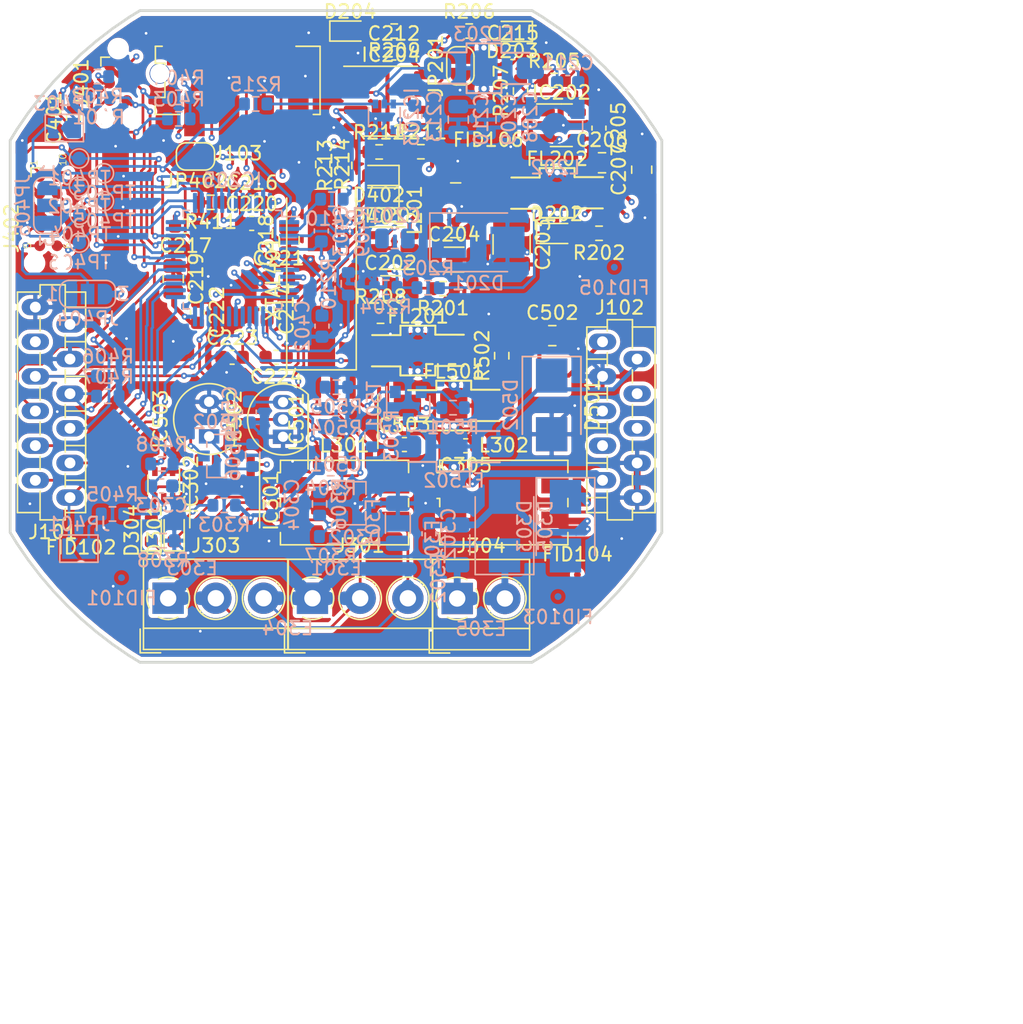
<source format=kicad_pcb>
(kicad_pcb (version 20171130) (host pcbnew 5.1.12)
  (title_block (title "Marienkaefer HEC-Bus-Knoten") (rev 0001) (company "Mtronig GmbH&Co.KG"))
  (layers (0 F.Cu signal) (1 In1.Cu mixed) (2 In2.Cu mixed) (31 B.Cu signal) (34 B.Paste user hide) (35 F.Paste user hide) (36 B.SilkS user) (37 F.SilkS user) (38 B.Mask user hide) (39 F.Mask user hide) (44 Edge.Cuts user))
  (net 0 "")
  (net 1 "Net-(C201-Pad2)")
  (net 2 "Net-(C201-Pad1)")
  (net 3 "Net-(C202-Pad2)")
  (net 4 "Net-(C203-Pad1)")
  (net 5 /Stromversorgung/Vcc24V)
  (net 6 +3V3)
  (net 7 "Net-(C208-Pad2)")
  (net 8 "Net-(C211-Pad1)")
  (net 9 /Stromversorgung/Vcc24VSNS_1.25Vref)
  (net 10 "Net-(C215-Pad2)")
  (net 11 /Stromversorgung/Vcc5VSNS_1.20Vref)
  (net 12 /Stromversorgung/Vcc3V3SNS_1.20Vref)
  (net 13 "Net-(C302-Pad1)")
  (net 14 "Net-(C302-Pad2)")
  (net 15 +24V)
  (net 16 "Net-(C402-Pad1)")
  (net 17 "Net-(C403-Pad1)")
  (net 18 /1WirePower)
  (net 19 /One-Wire-Devices/1Wire_5V)
  (net 20 "Net-(D202-Pad2)")
  (net 21 "Net-(D203-Pad2)")
  (net 22 "Net-(D204-Pad2)")
  (net 23 "Net-(D301-Pad2)")
  (net 24 "Net-(D302-Pad1)")
  (net 25 "Net-(D302-Pad2)")
  (net 26 "Net-(D303-Pad1)")
  (net 27 "Net-(D304-Pad2)")
  (net 28 "Net-(D304-Pad1)")
  (net 29 "Net-(D401-Pad2)")
  (net 30 "Net-(D402-Pad2)")
  (net 31 /1WireIO)
  (net 32 "Net-(E301-Pad1)")
  (net 33 "Net-(E302-Pad1)")
  (net 34 "Net-(FL501-Pad3)")
  (net 35 "Net-(FL502-Pad1)")
  (net 36 "Net-(IC201-Pad3)")
  (net 37 "Net-(IC202-Pad3)")
  (net 38 /Microcontroller/~RESET~)
  (net 39 "Net-(IC203-Pad1)")
  (net 40 "Net-(IC204-Pad6)")
  (net 41 "Net-(IC205-Pad2)")
  (net 42 "Net-(IC205-Pad3)")
  (net 43 "Net-(IC205-Pad4)")
  (net 44 /Microcontroller/PA0_GPIO_U2CTS_AIN0)
  (net 45 /Microcontroller/PA1_GPIO_U2RTS_AIN1)
  (net 46 /Microcontroller/PA2_GPIO_U2TX_AIN2)
  (net 47 /Microcontroller/PA3_GPIO_U2RX_AIN3)
  (net 48 /Microcontroller/PB0_GPIO_AIN8)
  (net 49 /Microcontroller/PB12_SPI_~CS~_FT)
  (net 50 /Microcontroller/PB13_SPI_CLK_FT)
  (net 51 /Microcontroller/PB14_SPI_MISO_FT)
  (net 52 /Microcontroller/PB15_SPI_MOSI_FT)
  (net 53 /Microcontroller/PA8_GPIO_MCO_FT)
  (net 54 "Net-(IC205-Pad30)")
  (net 55 "Net-(IC205-Pad31)")
  (net 56 "Net-(IC205-Pad32)")
  (net 57 "Net-(IC205-Pad33)")
  (net 58 /Microcontroller/SWDIO_TMS)
  (net 59 /Microcontroller/SWDCLK_TCK)
  (net 60 /Microcontroller/TDI)
  (net 61 /Microcontroller/TDO)
  (net 62 /Microcontroller/~TRST~)
  (net 63 /Microcontroller/PB5_GPIO_FT)
  (net 64 /SCL)
  (net 65 /SDA)
  (net 66 "Net-(IC205-Pad44)")
  (net 67 "Net-(IC501-Pad6)")
  (net 68 "Net-(IC501-Pad7)")
  (net 69 "Net-(IC501-Pad8)")
  (net 70 /One-Wire-Devices/1Wire_3V3)
  (net 71 "Net-(J402-Pad1)")
  (net 72 "Net-(JP401-Pad1)")
  (net 73 "Net-(R501-Pad2)")
  (net 74 "Net-(J402-Pad5)")
  (net 75 "Net-(J402-Pad9)")
  (net 76 "Net-(E301-Pad2)")
  (net 77 "Net-(E305-Pad1)")
  (net 78 +5V)
  (net 79 GNDD)
  (net 80 /Microcontroller/HEC-Bitstream-in-FT)
  (net 81 /Microcontroller/HEC-Bitstream-out-FT)
  (net 82 "Net-(IC203-Pad4)")
  (module Fiducial:Fiducial_0.5mm_Mask1mm (layer F.Cu) (at 115.7374 113.6773)
    (fp_text reference FID106 (at 0 -1.5) (layer F.SilkS))
    (fp_text value Fiducial)
    (pad "" smd circle (at 0 0) (size 0.5 0.5) (layers F.Cu F.Mask) (clearance 0.25))
  )
  (module Fiducial:Fiducial_0.5mm_Mask1mm (layer B.Cu) (at 124.983 121.5259)
    (fp_text reference FID105 (at 0 1.5) (layer B.SilkS) (effects (justify mirror)))
    (fp_text value Fiducial)
    (pad "" smd circle (at 0 0) (size 0.5 0.5) (layers B.Cu B.Mask) (clearance 0.25))
  )
  (module Fiducial:Fiducial_0.5mm_Mask1mm (layer F.Cu) (at 122.2779 144.0811)
    (fp_text reference FID104 (at 0 -1.5) (layer F.SilkS))
    (fp_text value Fiducial)
    (pad "" smd circle (at 0 0) (size 0.5 0.5) (layers F.Cu F.Mask) (clearance 0.25))
  )
  (module Fiducial:Fiducial_0.5mm_Mask1mm (layer B.Cu) (at 120.8555 145.6813)
    (fp_text reference FID103 (at 0 1.5) (layer B.SilkS) (effects (justify mirror)))
    (fp_text value Fiducial)
    (pad "" smd circle (at 0 0) (size 0.5 0.5) (layers B.Cu B.Mask) (clearance 0.25))
  )
  (module Fiducial:Fiducial_0.5mm_Mask1mm (layer F.Cu) (at 85.867 143.5731)
    (fp_text reference FID102 (at 0 -1.5) (layer F.SilkS))
    (fp_text value Fiducial)
    (pad "" smd circle (at 0 0) (size 0.5 0.5) (layers F.Cu F.Mask) (clearance 0.25))
  )
  (module Fiducial:Fiducial_0.5mm_Mask1mm (layer B.Cu) (at 88.8388 144.297)
    (fp_text reference FID101 (at 0 1.5) (layer B.SilkS) (effects (justify mirror)))
    (fp_text value Fiducial)
    (pad "" smd circle (at 0 0) (size 0.5 0.5) (layers B.Cu B.Mask) (clearance 0.25))
  )
  (module Resistor_SMD:R_0603_1608Metric (layer B.Cu) (at 98.6813 109.5498 180)
    (fp_text reference R215 (at 0 1.43) (layer B.SilkS) (effects (justify mirror)))
    (fp_text value 120R)
    (pad 2 smd roundrect (at 0.825 0 180) (size 0.8 0.95) (layers B.Cu B.Paste B.Mask) (net 38 /Microcontroller/~RESET~))
    (pad 1 smd roundrect (at -0.825 0 180) (size 0.8 0.95) (layers B.Cu B.Paste B.Mask) (net 82 "Net-(IC203-Pad4)"))
  )
  (module LED_SMD:LED_0603_1608Metric (layer F.Cu) (at 120.7666 119.0494)
    (fp_text reference D202 (at 0 -1.43) (layer F.SilkS))
    (fp_text value LED)
    (pad 1 smd roundrect (at -0.7875 0) (size 0.875 0.95) (layers F.Cu F.Paste F.Mask) (net 79 GNDD))
    (pad 2 smd roundrect (at 0.7875 0) (size 0.875 0.95) (layers F.Cu F.Paste F.Mask) (net 20 "Net-(D202-Pad2)"))
  )
  (module Jumper:SolderJumper-3_P1.3mm_Open_RoundedPad1.0x1.5mm_NumberLabels (layer B.Cu) (at 83.4032 116.992 270)
    (fp_text reference JP405 (at 0 1.8 90) (layer B.SilkS) (effects (justify mirror)))
    (fp_text value SolderJumper_3_Open)
    (fp_text user 1 (at -2.6 0 90) (layer B.SilkS) (effects (justify mirror)))
    (fp_text user 3 (at 2.6 0 90) (layer B.SilkS) (effects (justify mirror)))
    (pad 2 smd rect (at 0 0 270) (size 1 1.5) (layers B.Cu B.Mask) (net 75 "Net-(J402-Pad9)"))
    (pad 3 smd custom (at 1.3 0 270) (size 1 0.5) (layers B.Cu B.Mask) (net 79 GNDD) (options (clearance outline) (anchor rect)) (primitives (gr_circle (center 0 -0.25) (end 0.5 -0.25) (width 0)) (gr_circle (center 0 0.25) (end 0.5 0.25) (width 0)) (gr_poly (pts (xy -0.55 0.75) (xy 0 0.75) (xy 0 -0.75) (xy -0.55 -0.75)) (width 0))))
    (pad 1 smd custom (at -1.3 0 270) (size 1 0.5) (layers B.Cu B.Mask) (net 62 /Microcontroller/~TRST~) (options (clearance outline) (anchor rect)) (primitives (gr_circle (center 0 -0.25) (end 0.5 -0.25) (width 0)) (gr_circle (center 0 0.25) (end 0.5 0.25) (width 0)) (gr_poly (pts (xy 0.55 0.75) (xy 0 0.75) (xy 0 -0.75) (xy 0.55 -0.75)) (width 0))))
  )
  (module Connectors_MicroMatch_MT:ConnectorMicromatch-8-SMD-polarized (layer F.Cu) (at 97.365 107.82 180)
    (fp_text reference J103 (at 0 -5.35) (layer F.SilkS))
    (fp_text value "Micromatch 8p")
    (pad "" np_thru_hole circle (at 5.715 0.508 180) (size 1.5 1.5) (drill 1.4) (layers *.Cu *.Mask))
    (pad 8 smd rect (at 4.445 2.6 180) (size 1.5 3) (layers F.Cu F.Paste F.Mask) (net 79 GNDD))
    (pad 7 smd rect (at 3.175 -2.6 180) (size 1.5 3) (layers F.Cu F.Paste F.Mask) (net 47 /Microcontroller/PA3_GPIO_U2RX_AIN3))
    (pad 6 smd rect (at 1.905 2.6 180) (size 1.5 3) (layers F.Cu F.Paste F.Mask) (net 46 /Microcontroller/PA2_GPIO_U2TX_AIN2))
    (pad 5 smd rect (at 0.635 -2.6 180) (size 1.5 3) (layers F.Cu F.Paste F.Mask) (net 45 /Microcontroller/PA1_GPIO_U2RTS_AIN1))
    (pad 4 smd rect (at -0.635 2.6 180) (size 1.5 3) (layers F.Cu F.Paste F.Mask) (net 44 /Microcontroller/PA0_GPIO_U2CTS_AIN0))
    (pad 3 smd rect (at -1.905 -2.6 180) (size 1.5 3) (layers F.Cu F.Paste F.Mask) (net 79 GNDD))
    (pad 2 smd rect (at -3.175 2.6 180) (size 1.5 3) (layers F.Cu F.Paste F.Mask) (net 48 /Microcontroller/PB0_GPIO_AIN8))
    (pad 1 smd rect (at -4.445 -2.6 180) (size 1.5 3) (layers F.Cu F.Paste F.Mask) (net 79 GNDD))
  )
  (module Connectors_MicroMatch_MT:ConnectorMicromatch-10-horizontal-THT (layer F.Cu) (at 125.39 132.70246 90)
    (fp_text reference J102 (at 8.22452 -0.01524 180) (layer F.SilkS))
    (fp_text value "Micromatch 10p")
    (pad 10 thru_hole oval (at 5.71246 -1.27 270) (size 1.2 2) (drill 0.8) (layers *.Cu *.Mask) (net 18 /1WirePower))
    (pad 9 thru_hole oval (at 4.44246 1.27 270) (size 1.2 2) (drill 0.8) (layers *.Cu *.Mask) (net 31 /1WireIO))
    (pad 8 thru_hole oval (at 3.17246 -1.27 270) (size 1.2 2) (drill 0.8) (layers *.Cu *.Mask) (net 79 GNDD))
    (pad 7 thru_hole oval (at 1.90246 1.27 270) (size 1.2 2) (drill 0.8) (layers *.Cu *.Mask))
    (pad 6 thru_hole oval (at 0.63246 -1.27 270) (size 1.2 2) (drill 0.8) (layers *.Cu *.Mask))
    (pad 5 thru_hole oval (at -0.63754 1.27 270) (size 1.2 2) (drill 0.8) (layers *.Cu *.Mask))
    (pad 4 thru_hole oval (at -1.90754 -1.27 270) (size 1.2 2) (drill 0.8) (layers *.Cu *.Mask))
    (pad 3 thru_hole oval (at -3.17754 1.27 270) (size 1.2 2) (drill 0.8) (layers *.Cu *.Mask) (net 79 GNDD))
    (pad 2 thru_hole oval (at -4.44754 -1.27 270) (size 1.2 2) (drill 0.8) (layers *.Cu *.Mask) (net 15 +24V))
    (pad 1 thru_hole oval (at -5.71754 1.27 270) (size 1.2 2) (drill 0.8) (layers *.Cu *.Mask) (net 79 GNDD))
  )
  (module Capacitor_SMD:C_0805_2012Metric (layer B.Cu) (at 108.8921 119.4177 180)
    (fp_text reference C201 (at 0 1.68) (layer B.SilkS) (effects (justify mirror)))
    (fp_text value "1uF 50V X5R X7R")
    (pad 2 smd roundrect (at 0.95 0 180) (size 1 1.45) (layers B.Cu B.Paste B.Mask) (net 1 "Net-(C201-Pad2)"))
    (pad 1 smd roundrect (at -0.95 0 180) (size 1 1.45) (layers B.Cu B.Paste B.Mask) (net 2 "Net-(C201-Pad1)"))
  )
  (module Capacitor_SMD:C_1206_3216Metric (layer F.Cu) (at 108.5746 123.0626)
    (fp_text reference C202 (at 0 -1.85) (layer F.SilkS))
    (fp_text value "10uF 50V X5R X7R")
    (pad 2 smd roundrect (at 1.475 0) (size 1.15 1.8) (layers F.Cu F.Paste F.Mask) (roundrect_rratio 0.217391) (net 3 "Net-(C202-Pad2)"))
    (pad 1 smd roundrect (at -1.475 0) (size 1.15 1.8) (layers F.Cu F.Paste F.Mask) (roundrect_rratio 0.217391) (net 79 GNDD))
  )
  (module Capacitor_SMD:C_1210_3225Metric (layer F.Cu) (at 117.4519 119.8495 270)
    (fp_text reference C203 (at 0 -2.3 90) (layer F.SilkS))
    (fp_text value "47uF 10V X5R X7R")
    (pad 1 smd roundrect (at -1.475 0 270) (size 1.15 2.7) (layers F.Cu F.Paste F.Mask) (roundrect_rratio 0.217391) (net 4 "Net-(C203-Pad1)"))
    (pad 2 smd roundrect (at 1.475 0 270) (size 1.15 2.7) (layers F.Cu F.Paste F.Mask) (roundrect_rratio 0.217391) (net 79 GNDD))
  )
  (module Capacitor_SMD:C_1206_3216Metric (layer F.Cu) (at 113.2373 120.9671)
    (fp_text reference C204 (at 0 -1.85) (layer F.SilkS))
    (fp_text value "10uF 50V X5R X7R")
    (pad 1 smd roundrect (at -1.475 0) (size 1.15 1.8) (layers F.Cu F.Paste F.Mask) (roundrect_rratio 0.217391) (net 5 /Stromversorgung/Vcc24V))
    (pad 2 smd roundrect (at 1.475 0) (size 1.15 1.8) (layers F.Cu F.Paste F.Mask) (roundrect_rratio 0.217391) (net 79 GNDD))
  )
  (module Capacitor_SMD:C_0603_1608Metric (layer F.Cu) (at 123.85778 111.32018 270)
    (fp_text reference C205 (at 0 -1.43 90) (layer F.SilkS))
    (fp_text value 100nF)
    (pad 2 smd roundrect (at 0.775 0 270) (size 0.9 0.95) (layers F.Cu F.Paste F.Mask) (net 78 +5V))
    (pad 1 smd roundrect (at -0.775 0 270) (size 0.9 0.95) (layers F.Cu F.Paste F.Mask) (net 79 GNDD))
  )
  (module Capacitor_SMD:C_0805_2012Metric (layer F.Cu) (at 124.08384 113.86272)
    (fp_text reference C206 (at 0 -1.68) (layer F.SilkS))
    (fp_text value "4.7uF 10V X5R X7R")
    (pad 1 smd roundrect (at -0.95 0) (size 1 1.45) (layers F.Cu F.Paste F.Mask) (net 79 GNDD))
    (pad 2 smd roundrect (at 0.95 0) (size 1 1.45) (layers F.Cu F.Paste F.Mask) (net 78 +5V))
  )
  (module Capacitor_SMD:C_0805_2012Metric (layer F.Cu) (at 126.99468 114.37072 90)
    (fp_text reference C207 (at 0 -1.68 90) (layer F.SilkS))
    (fp_text value "4.7uF 10V X5R X7R")
    (pad 2 smd roundrect (at 0.95 0 90) (size 1 1.45) (layers F.Cu F.Paste F.Mask) (net 78 +5V))
    (pad 1 smd roundrect (at -0.95 0 90) (size 1 1.45) (layers F.Cu F.Paste F.Mask) (net 79 GNDD))
  )
  (module Capacitor_SMD:C_0603_1608Metric (layer B.Cu) (at 117.3884 110.5023 90)
    (fp_text reference C208 (at 0 1.43 90) (layer B.SilkS) (effects (justify mirror)))
    (fp_text value 100nF)
    (pad 1 smd roundrect (at -0.775 0 90) (size 0.9 0.95) (layers B.Cu B.Paste B.Mask) (net 79 GNDD))
    (pad 2 smd roundrect (at 0.775 0 90) (size 0.9 0.95) (layers B.Cu B.Paste B.Mask) (net 7 "Net-(C208-Pad2)"))
  )
  (module Capacitor_SMD:C_0805_2012Metric (layer B.Cu) (at 115.5723 110.6928 90)
    (fp_text reference C209 (at 0 1.68 90) (layer B.SilkS) (effects (justify mirror)))
    (fp_text value "4.7uF 10V X5R X7R")
    (pad 2 smd roundrect (at 0.95 0 90) (size 1 1.45) (layers B.Cu B.Paste B.Mask) (net 7 "Net-(C208-Pad2)"))
    (pad 1 smd roundrect (at -0.95 0 90) (size 1 1.45) (layers B.Cu B.Paste B.Mask) (net 79 GNDD))
  )
  (module Capacitor_SMD:C_0805_2012Metric (layer B.Cu) (at 113.5403 110.6928 90)
    (fp_text reference C210 (at 0 1.68 90) (layer B.SilkS) (effects (justify mirror)))
    (fp_text value "4.7uF 10V X5R X7R")
    (pad 1 smd roundrect (at -0.95 0 90) (size 1 1.45) (layers B.Cu B.Paste B.Mask) (net 79 GNDD))
    (pad 2 smd roundrect (at 0.95 0 90) (size 1 1.45) (layers B.Cu B.Paste B.Mask) (net 7 "Net-(C208-Pad2)"))
  )
  (module Capacitor_SMD:C_0603_1608Metric (layer B.Cu) (at 121.5667 107.975 180)
    (fp_text reference C211 (at 0 1.43) (layer B.SilkS) (effects (justify mirror)))
    (fp_text value 100nF)
    (pad 2 smd roundrect (at 0.775 0 180) (size 0.9 0.95) (layers B.Cu B.Paste B.Mask) (net 7 "Net-(C208-Pad2)"))
    (pad 1 smd roundrect (at -0.775 0 180) (size 0.9 0.95) (layers B.Cu B.Paste B.Mask) (net 8 "Net-(C211-Pad1)"))
  )
  (module Capacitor_SMD:C_0603_1608Metric (layer F.Cu) (at 108.8159 105.816)
    (fp_text reference C212 (at 0 -1.43) (layer F.SilkS))
    (fp_text value 100nF)
    (pad 2 smd roundrect (at 0.775 0) (size 0.9 0.95) (layers F.Cu F.Paste F.Mask) (net 78 +5V))
    (pad 1 smd roundrect (at -0.775 0) (size 0.9 0.95) (layers F.Cu F.Paste F.Mask) (net 79 GNDD))
  )
  (module Capacitor_SMD:C_0603_1608Metric (layer B.Cu) (at 110.3526 110.4515 90)
    (fp_text reference C213 (at 0 1.43 90) (layer B.SilkS) (effects (justify mirror)))
    (fp_text value 100nF)
    (pad 1 smd roundrect (at -0.775 0 90) (size 0.9 0.95) (layers B.Cu B.Paste B.Mask) (net 79 GNDD))
    (pad 2 smd roundrect (at 0.775 0 90) (size 0.9 0.95) (layers B.Cu B.Paste B.Mask) (net 6 +3V3))
  )
  (module Capacitor_SMD:C_0603_1608Metric (layer F.Cu) (at 99.51696 124.57136 270)
    (fp_text reference C214 (at 0 -1.43 90) (layer F.SilkS))
    (fp_text value 100nF)
    (pad 2 smd roundrect (at 0.775 0 270) (size 0.9 0.95) (layers F.Cu F.Paste F.Mask) (net 9 /Stromversorgung/Vcc24VSNS_1.25Vref))
    (pad 1 smd roundrect (at -0.775 0 270) (size 0.9 0.95) (layers F.Cu F.Paste F.Mask) (net 79 GNDD))
  )
  (module Capacitor_SMD:C_0603_1608Metric (layer F.Cu) (at 117.5408 105.7779)
    (fp_text reference C215 (at 0 -1.43) (layer F.SilkS))
    (fp_text value 100nF)
    (pad 1 smd roundrect (at -0.775 0) (size 0.9 0.95) (layers F.Cu F.Paste F.Mask) (net 79 GNDD))
    (pad 2 smd roundrect (at 0.775 0) (size 0.9 0.95) (layers F.Cu F.Paste F.Mask) (net 10 "Net-(C215-Pad2)"))
  )
  (module Capacitor_SMD:C_0603_1608Metric (layer F.Cu) (at 98.4019 116.7634)
    (fp_text reference C216 (at 0 -1.43) (layer F.SilkS))
    (fp_text value 100nF)
    (pad 1 smd roundrect (at -0.775 0) (size 0.9 0.95) (layers F.Cu F.Paste F.Mask) (net 79 GNDD))
    (pad 2 smd roundrect (at 0.775 0) (size 0.9 0.95) (layers F.Cu F.Paste F.Mask) (net 6 +3V3))
  )
  (module Capacitor_SMD:C_0603_1608Metric (layer F.Cu) (at 93.5378 118.516 180)
    (fp_text reference C217 (at 0 -1.43) (layer F.SilkS))
    (fp_text value 100nF)
    (pad 2 smd roundrect (at 0.775 0 180) (size 0.9 0.95) (layers F.Cu F.Paste F.Mask) (net 6 +3V3))
    (pad 1 smd roundrect (at -0.775 0 180) (size 0.9 0.95) (layers F.Cu F.Paste F.Mask) (net 79 GNDD))
  )
  (module Capacitor_SMD:C_0805_2012Metric (layer F.Cu) (at 101.1324 119.5447 90)
    (fp_text reference C218 (at 0 -1.68 90) (layer F.SilkS))
    (fp_text value "4.7uF 10V X5R X7R")
    (pad 1 smd roundrect (at -0.95 0 90) (size 1 1.45) (layers F.Cu F.Paste F.Mask) (net 79 GNDD))
    (pad 2 smd roundrect (at 0.95 0 90) (size 1 1.45) (layers F.Cu F.Paste F.Mask) (net 6 +3V3))
  )
  (module Capacitor_SMD:C_0805_2012Metric (layer F.Cu) (at 92.6361 122.3793 270)
    (fp_text reference C219 (at 0 -1.68 90) (layer F.SilkS))
    (fp_text value "4.7uF 10V X5R X7R")
    (pad 2 smd roundrect (at 0.95 0 270) (size 1 1.45) (layers F.Cu F.Paste F.Mask) (net 6 +3V3))
    (pad 1 smd roundrect (at -0.95 0 270) (size 1 1.45) (layers F.Cu F.Paste F.Mask) (net 79 GNDD))
  )
  (module Capacitor_SMD:C_0603_1608Metric (layer F.Cu) (at 98.3892 118.3128)
    (fp_text reference C220 (at 0 -1.43) (layer F.SilkS))
    (fp_text value 100nF)
    (pad 2 smd roundrect (at 0.775 0) (size 0.9 0.95) (layers F.Cu F.Paste F.Mask) (net 6 +3V3))
    (pad 1 smd roundrect (at -0.775 0) (size 0.9 0.95) (layers F.Cu F.Paste F.Mask) (net 79 GNDD))
  )
  (module Capacitor_SMD:C_0603_1608Metric (layer F.Cu) (at 100.345 122.3006)
    (fp_text reference C221 (at 0 -1.43) (layer F.SilkS))
    (fp_text value 100nF)
    (pad 1 smd roundrect (at -0.775 0) (size 0.9 0.95) (layers F.Cu F.Paste F.Mask) (net 79 GNDD))
    (pad 2 smd roundrect (at 0.775 0) (size 0.9 0.95) (layers F.Cu F.Paste F.Mask) (net 6 +3V3))
  )
  (module Capacitor_SMD:C_0603_1608Metric (layer F.Cu) (at 94.4141 124.8279 270)
    (fp_text reference C222 (at 0 -1.43 90) (layer F.SilkS))
    (fp_text value 100nF)
    (pad 2 smd roundrect (at 0.775 0 270) (size 0.9 0.95) (layers F.Cu F.Paste F.Mask) (net 6 +3V3))
    (pad 1 smd roundrect (at -0.775 0 270) (size 0.9 0.95) (layers F.Cu F.Paste F.Mask) (net 79 GNDD))
  )
  (module Capacitor_SMD:C_0603_1608Metric (layer F.Cu) (at 96.9541 128.1299)
    (fp_text reference C223 (at 0 -1.43) (layer F.SilkS))
    (fp_text value 100nF)
    (pad 2 smd roundrect (at 0.775 0) (size 0.9 0.95) (layers F.Cu F.Paste F.Mask) (net 11 /Stromversorgung/Vcc5VSNS_1.20Vref))
    (pad 1 smd roundrect (at -0.775 0) (size 0.9 0.95) (layers F.Cu F.Paste F.Mask) (net 79 GNDD))
  )
  (module Capacitor_SMD:C_0603_1608Metric (layer F.Cu) (at 100.1799 128.1299 180)
    (fp_text reference C224 (at 0 -1.43) (layer F.SilkS))
    (fp_text value 100nF)
    (pad 1 smd roundrect (at -0.775 0 180) (size 0.9 0.95) (layers F.Cu F.Paste F.Mask) (net 79 GNDD))
    (pad 2 smd roundrect (at 0.775 0 180) (size 0.9 0.95) (layers F.Cu F.Paste F.Mask) (net 12 /Stromversorgung/Vcc3V3SNS_1.20Vref))
  )
  (module Capacitor_SMD:C_0603_1608Metric (layer B.Cu) (at 111.394 141.0712 90)
    (fp_text reference C302 (at 0 1.43 270) (layer B.SilkS) (effects (justify mirror)))
    (fp_text value 100nF)
    (pad 1 smd roundrect (at -0.775 0 90) (size 0.9 0.95) (layers B.Cu B.Paste B.Mask) (net 13 "Net-(C302-Pad1)"))
    (pad 2 smd roundrect (at 0.775 0 90) (size 0.9 0.95) (layers B.Cu B.Paste B.Mask) (net 14 "Net-(C302-Pad2)"))
  )
  (module Capacitor_SMD:C_0603_1608Metric (layer B.Cu) (at 91.7852 137.566)
    (fp_text reference C303 (at 0 1.43) (layer B.SilkS) (effects (justify mirror)))
    (fp_text value 100nF)
    (pad 1 smd roundrect (at -0.775 0) (size 0.9 0.95) (layers B.Cu B.Paste B.Mask) (net 78 +5V))
    (pad 2 smd roundrect (at 0.775 0) (size 0.9 0.95) (layers B.Cu B.Paste B.Mask) (net 79 GNDD))
  )
  (module Capacitor_SMD:C_0603_1608Metric (layer B.Cu) (at 99.9132 138.9376 90)
    (fp_text reference C304 (at 0 1.43 270) (layer B.SilkS) (effects (justify mirror)))
    (fp_text value 100nF)
    (pad 1 smd roundrect (at -0.775 0 90) (size 0.9 0.95) (layers B.Cu B.Paste B.Mask) (net 78 +5V))
    (pad 2 smd roundrect (at 0.775 0 90) (size 0.9 0.95) (layers B.Cu B.Paste B.Mask) (net 79 GNDD))
  )
  (module Capacitor_SMD:C_0603_1608Metric (layer F.Cu) (at 114.0864 134.6196 180)
    (fp_text reference C305 (at 0 -1.43) (layer F.SilkS))
    (fp_text value 100nF)
    (pad 2 smd roundrect (at 0.775 0 180) (size 0.9 0.95) (layers F.Cu F.Paste F.Mask) (net 15 +24V))
    (pad 1 smd roundrect (at -0.775 0 180) (size 0.9 0.95) (layers F.Cu F.Paste F.Mask) (net 79 GNDD))
  )
  (module Capacitor_SMD:C_0603_1608Metric (layer F.Cu) (at 85.3209 110.6039 90)
    (fp_text reference C401 (at 0 -1.43 90) (layer F.SilkS))
    (fp_text value 100nF)
    (pad 2 smd roundrect (at 0.775 0 90) (size 0.9 0.95) (layers F.Cu F.Paste F.Mask) (net 79 GNDD))
    (pad 1 smd roundrect (at -0.775 0 90) (size 0.9 0.95) (layers F.Cu F.Paste F.Mask) (net 6 +3V3))
  )
  (module Capacitor_SMD:C_0603_1608Metric (layer B.Cu) (at 103.5454 125.8439 270)
    (fp_text reference C402 (at 0 1.43 90) (layer B.SilkS) (effects (justify mirror)))
    (fp_text value 15pF)
    (pad 1 smd roundrect (at -0.775 0 270) (size 0.9 0.95) (layers B.Cu B.Paste B.Mask) (net 16 "Net-(C402-Pad1)"))
    (pad 2 smd roundrect (at 0.775 0 270) (size 0.9 0.95) (layers B.Cu B.Paste B.Mask) (net 79 GNDD))
  )
  (module Capacitor_SMD:C_0603_1608Metric (layer B.Cu) (at 103.4946 118.8589 90)
    (fp_text reference C403 (at 0 1.43 90) (layer B.SilkS) (effects (justify mirror)))
    (fp_text value 15pF)
    (pad 2 smd roundrect (at 0.775 0 90) (size 0.9 0.95) (layers B.Cu B.Paste B.Mask) (net 79 GNDD))
    (pad 1 smd roundrect (at -0.775 0 90) (size 0.9 0.95) (layers B.Cu B.Paste B.Mask) (net 17 "Net-(C403-Pad1)"))
  )
  (module Capacitor_SMD:C_0603_1608Metric (layer B.Cu) (at 104.5614 134.5561)
    (fp_text reference C501 (at 0 1.43) (layer B.SilkS) (effects (justify mirror)))
    (fp_text value 100nF)
    (pad 2 smd roundrect (at 0.775 0) (size 0.9 0.95) (layers B.Cu B.Paste B.Mask) (net 79 GNDD))
    (pad 1 smd roundrect (at -0.775 0) (size 0.9 0.95) (layers B.Cu B.Paste B.Mask) (net 78 +5V))
  )
  (module Capacitor_SMD:C_0805_2012Metric (layer F.Cu) (at 120.4364 126.5424)
    (fp_text reference C502 (at 0 -1.68) (layer F.SilkS))
    (fp_text value 10uF)
    (pad 1 smd roundrect (at -0.95 0) (size 1 1.45) (layers F.Cu F.Paste F.Mask) (net 18 /1WirePower))
    (pad 2 smd roundrect (at 0.95 0) (size 1 1.45) (layers F.Cu F.Paste F.Mask) (net 79 GNDD))
  )
  (module Capacitor_SMD:C_0603_1608Metric (layer F.Cu) (at 109.5903 134.5307)
    (fp_text reference C503 (at 0 -1.43 180) (layer F.SilkS))
    (fp_text value 10nF)
    (pad 1 smd roundrect (at -0.775 0) (size 0.9 0.95) (layers F.Cu F.Paste F.Mask) (net 19 /One-Wire-Devices/1Wire_5V))
    (pad 2 smd roundrect (at 0.775 0) (size 0.9 0.95) (layers F.Cu F.Paste F.Mask) (net 79 GNDD))
  )
  (module Capacitor_SMD:C_0603_1608Metric (layer B.Cu) (at 98.2114 132.1431 270)
    (fp_text reference C504 (at 0 1.43 90) (layer B.SilkS) (effects (justify mirror)))
    (fp_text value 100nF)
    (pad 1 smd roundrect (at -0.775 0 270) (size 0.9 0.95) (layers B.Cu B.Paste B.Mask) (net 78 +5V))
    (pad 2 smd roundrect (at 0.775 0 270) (size 0.9 0.95) (layers B.Cu B.Paste B.Mask) (net 79 GNDD))
  )
  (module Diode_SMD:D_SMB (layer B.Cu) (at 115.0008 119.6971)
    (fp_text reference D201 (at 0 3) (layer B.SilkS) (effects (justify mirror)))
    (fp_text value MBRS140)
    (pad 1 smd rect (at -2.15 0) (size 2.5 2.3) (layers B.Cu B.Paste B.Mask) (net 2 "Net-(C201-Pad1)"))
    (pad 2 smd rect (at 2.15 0) (size 2.5 2.3) (layers B.Cu B.Paste B.Mask) (net 79 GNDD))
  )
  (module LED_SMD:LED_0603_1608Metric (layer F.Cu) (at 117.49 104.2285 180)
    (fp_text reference D203 (at 0 -1.43) (layer F.SilkS))
    (fp_text value LED)
    (pad 1 smd roundrect (at -0.7875 0 180) (size 0.875 0.95) (layers F.Cu F.Paste F.Mask) (net 79 GNDD))
    (pad 2 smd roundrect (at 0.7875 0 180) (size 0.875 0.95) (layers F.Cu F.Paste F.Mask) (net 21 "Net-(D203-Pad2)"))
  )
  (module LED_SMD:LED_0603_1608Metric (layer F.Cu) (at 105.6028 104.2031)
    (fp_text reference D204 (at 0 -1.43) (layer F.SilkS))
    (fp_text value LED)
    (pad 1 smd roundrect (at -0.7875 0) (size 0.875 0.95) (layers F.Cu F.Paste F.Mask) (net 79 GNDD))
    (pad 2 smd roundrect (at 0.7875 0) (size 0.875 0.95) (layers F.Cu F.Paste F.Mask) (net 22 "Net-(D204-Pad2)"))
  )
  (module LED_SMD:LED_0603_1608Metric (layer F.Cu) (at 92.6996 140.8427 90)
    (fp_text reference D301 (at 0 -1.43 90) (layer F.SilkS))
    (fp_text value LED)
    (pad 1 smd roundrect (at -0.7875 0 90) (size 0.875 0.95) (layers F.Cu F.Paste F.Mask) (net 80 /Microcontroller/HEC-Bitstream-in-FT))
    (pad 2 smd roundrect (at 0.7875 0 90) (size 0.875 0.95) (layers F.Cu F.Paste F.Mask) (net 23 "Net-(D301-Pad2)"))
  )
  (module Package_TO_SOT_SMD:SOT-23 (layer B.Cu) (at 106.0092 138.836)
    (fp_text reference D302 (at 0 2.5 180) (layer B.SilkS) (effects (justify mirror)))
    (fp_text value "WE 824022")
    (pad 1 smd rect (at -1 0.95) (size 0.9 0.8) (layers B.Cu B.Paste B.Mask) (net 24 "Net-(D302-Pad1)"))
    (pad 2 smd rect (at -1 -0.95) (size 0.9 0.8) (layers B.Cu B.Paste B.Mask) (net 25 "Net-(D302-Pad2)"))
    (pad 3 smd rect (at 1 0) (size 0.9 0.8) (layers B.Cu B.Paste B.Mask) (net 79 GNDD))
  )
  (module Diode_SMD:D_SMB (layer B.Cu) (at 121.4016 140.5124 270)
    (fp_text reference D303 (at 0 3 90) (layer B.SilkS) (effects (justify mirror)))
    (fp_text value MBRS140)
    (pad 1 smd rect (at -2.15 0 270) (size 2.5 2.3) (layers B.Cu B.Paste B.Mask) (net 26 "Net-(D303-Pad1)"))
    (pad 2 smd rect (at 2.15 0 270) (size 2.5 2.3) (layers B.Cu B.Paste B.Mask) (net 13 "Net-(C302-Pad1)"))
  )
  (module LED_SMD:LED_0603_1608Metric (layer F.Cu) (at 91.0232 140.8425 90)
    (fp_text reference D304 (at 0 -1.43 90) (layer F.SilkS))
    (fp_text value LED)
    (pad 2 smd roundrect (at 0.7875 0 90) (size 0.875 0.95) (layers F.Cu F.Paste F.Mask) (net 27 "Net-(D304-Pad2)"))
    (pad 1 smd roundrect (at -0.7875 0 90) (size 0.875 0.95) (layers F.Cu F.Paste F.Mask) (net 28 "Net-(D304-Pad1)"))
  )
  (module Diode_SMD:D_SMB (layer B.Cu) (at 116.9312 140.5124 90)
    (fp_text reference D305 (at 0 3 90) (layer B.SilkS) (effects (justify mirror)))
    (fp_text value P6SMB30CA)
    (pad 2 smd rect (at 2.15 0 90) (size 2.5 2.3) (layers B.Cu B.Paste B.Mask) (net 14 "Net-(C302-Pad2)"))
    (pad 1 smd rect (at -2.15 0 90) (size 2.5 2.3) (layers B.Cu B.Paste B.Mask) (net 13 "Net-(C302-Pad1)"))
  )
  (module LED_SMD:LED_0603_1608Metric (layer F.Cu) (at 107.711 116.4332 180)
    (fp_text reference D401 (at 0 -1.43) (layer F.SilkS))
    (fp_text value "LED rot")
    (pad 2 smd roundrect (at 0.7875 0 180) (size 0.875 0.95) (layers F.Cu F.Paste F.Mask) (net 29 "Net-(D401-Pad2)"))
    (pad 1 smd roundrect (at -0.7875 0 180) (size 0.875 0.95) (layers F.Cu F.Paste F.Mask) (net 79 GNDD))
  )
  (module LED_SMD:LED_0603_1608Metric (layer F.Cu) (at 107.711 114.7949 180)
    (fp_text reference D402 (at 0 -1.43) (layer F.SilkS))
    (fp_text value "LED gruen")
    (pad 2 smd roundrect (at 0.7875 0 180) (size 0.875 0.95) (layers F.Cu F.Paste F.Mask) (net 30 "Net-(D402-Pad2)"))
    (pad 1 smd roundrect (at -0.7875 0 180) (size 0.875 0.95) (layers F.Cu F.Paste F.Mask) (net 79 GNDD))
  )
  (module Diode_SMD:D_SMB (layer F.Cu) (at 120.3856 131.6224 270)
    (fp_text reference D501 (at 0 -3 90) (layer F.SilkS))
    (fp_text value P6SM6A)
    (pad 1 smd rect (at -2.15 0 270) (size 2.5 2.3) (layers F.Cu F.Paste F.Mask) (net 18 /1WirePower))
    (pad 2 smd rect (at 2.15 0 270) (size 2.5 2.3) (layers F.Cu F.Paste F.Mask) (net 79 GNDD))
  )
  (module Diode_SMD:D_SMB (layer B.Cu) (at 120.3856 131.6224 270)
    (fp_text reference D502 (at 0 3 90) (layer B.SilkS) (effects (justify mirror)))
    (fp_text value P6SM6A)
    (pad 2 smd rect (at 2.15 0 270) (size 2.5 2.3) (layers B.Cu B.Paste B.Mask) (net 79 GNDD))
    (pad 1 smd rect (at -2.15 0 270) (size 2.5 2.3) (layers B.Cu B.Paste B.Mask) (net 31 /1WireIO))
  )
  (module SparkGaps_MT:SparkGap_3pin_0.67x0.5mm (layer B.Cu) (at 104.5868 145.8083 180)
    (fp_text reference E301 (at 0 2.2) (layer B.SilkS) (effects (justify mirror)))
    (fp_text value SPARK_GAP)
    (pad 1 smd trapezoid (at -0.16764 0.166666 180) (size 0.175 0.083333) (rect_delta 0.0833 0) (layers B.Cu B.Paste B.Mask) (net 32 "Net-(E301-Pad1)"))
    (pad 1 smd rect (at -0.29464 0.166666 180) (size 0.083333 0.166666) (layers B.Cu) (net 32 "Net-(E301-Pad1)"))
    (pad 1 smd rect (at -0.29464 0 180) (size 0.083333 0.166666) (layers B.Cu) (net 32 "Net-(E301-Pad1)"))
    (pad 1 smd rect (at -0.29464 -0.1651 180) (size 0.083333 0.166666) (layers B.Cu) (net 32 "Net-(E301-Pad1)"))
    (pad 1 smd trapezoid (at -0.16764 0.001566 180) (size 0.175 0.083333) (rect_delta 0.0833 0) (layers B.Cu B.Paste B.Mask) (net 32 "Net-(E301-Pad1)"))
    (pad 1 smd trapezoid (at -0.16764 -0.163534 180) (size 0.175 0.083333) (rect_delta 0.0833 0) (layers B.Cu B.Paste B.Mask) (net 32 "Net-(E301-Pad1)"))
    (pad 2 smd rect (at 0.29464 -0.1651 180) (size 0.083333 0.166666) (layers B.Cu) (net 76 "Net-(E301-Pad2)"))
    (pad 2 smd rect (at 0.29464 0 180) (size 0.083333 0.166666) (layers B.Cu) (net 76 "Net-(E301-Pad2)"))
    (pad 2 smd trapezoid (at 0.16764 0.001566 180) (size 0.175 0.083333) (rect_delta -0.0833 0) (layers B.Cu B.Paste B.Mask) (net 76 "Net-(E301-Pad2)"))
    (pad 2 smd trapezoid (at 0.16764 0.166666 180) (size 0.175 0.083333) (rect_delta -0.0833 0) (layers B.Cu B.Paste B.Mask) (net 76 "Net-(E301-Pad2)"))
    (pad 2 smd rect (at 0.29464 0.166666 180) (size 0.083333 0.166666) (layers B.Cu) (net 76 "Net-(E301-Pad2)"))
    (pad 2 smd trapezoid (at 0.16764 -0.163534 180) (size 0.175 0.083333) (rect_delta -0.0833 0) (layers B.Cu B.Paste B.Mask) (net 76 "Net-(E301-Pad2)"))
  )
  (module SparkGaps_MT:SparkGap_3pin_0.67x0.5mm (layer B.Cu) (at 109.868434 144.33764 90)
    (fp_text reference E302 (at 0 2.2 90) (layer B.SilkS) (effects (justify mirror)))
    (fp_text value SPARK_GAP)
    (pad 1 smd trapezoid (at -0.16764 0.166666 90) (size 0.175 0.083333) (rect_delta 0.0833 0) (layers B.Cu B.Paste B.Mask) (net 33 "Net-(E302-Pad1)"))
    (pad 1 smd rect (at -0.29464 0.166666 90) (size 0.083333 0.166666) (layers B.Cu) (net 33 "Net-(E302-Pad1)"))
    (pad 1 smd rect (at -0.29464 0 90) (size 0.083333 0.166666) (layers B.Cu) (net 33 "Net-(E302-Pad1)"))
    (pad 1 smd rect (at -0.29464 -0.1651 90) (size 0.083333 0.166666) (layers B.Cu) (net 33 "Net-(E302-Pad1)"))
    (pad 1 smd trapezoid (at -0.16764 0.001566 90) (size 0.175 0.083333) (rect_delta 0.0833 0) (layers B.Cu B.Paste B.Mask) (net 33 "Net-(E302-Pad1)"))
    (pad 1 smd trapezoid (at -0.16764 -0.163534 90) (size 0.175 0.083333) (rect_delta 0.0833 0) (layers B.Cu B.Paste B.Mask) (net 33 "Net-(E302-Pad1)"))
    (pad 2 smd rect (at 0.29464 -0.1651 90) (size 0.083333 0.166666) (layers B.Cu) (net 76 "Net-(E301-Pad2)"))
    (pad 2 smd rect (at 0.29464 0 90) (size 0.083333 0.166666) (layers B.Cu) (net 76 "Net-(E301-Pad2)"))
    (pad 2 smd trapezoid (at 0.16764 0.001566 90) (size 0.175 0.083333) (rect_delta -0.0833 0) (layers B.Cu B.Paste B.Mask) (net 76 "Net-(E301-Pad2)"))
    (pad 2 smd trapezoid (at 0.16764 0.166666 90) (size 0.175 0.083333) (rect_delta -0.0833 0) (layers B.Cu B.Paste B.Mask) (net 76 "Net-(E301-Pad2)"))
    (pad 2 smd rect (at 0.29464 0.166666 90) (size 0.083333 0.166666) (layers B.Cu) (net 76 "Net-(E301-Pad2)"))
    (pad 2 smd trapezoid (at 0.16764 -0.163534 90) (size 0.175 0.083333) (rect_delta -0.0833 0) (layers B.Cu B.Paste B.Mask) (net 76 "Net-(E301-Pad2)"))
  )
  (module SparkGaps_MT:SparkGap_3pin_0.67x0.5mm (layer B.Cu) (at 94.0204 145.7956 180)
    (fp_text reference E303 (at 0 2.2) (layer B.SilkS) (effects (justify mirror)))
    (fp_text value SPARK_GAP)
    (pad 1 smd trapezoid (at -0.16764 0.166666 180) (size 0.175 0.083333) (rect_delta 0.0833 0) (layers B.Cu B.Paste B.Mask) (net 32 "Net-(E301-Pad1)"))
    (pad 1 smd rect (at -0.29464 0.166666 180) (size 0.083333 0.166666) (layers B.Cu) (net 32 "Net-(E301-Pad1)"))
    (pad 1 smd rect (at -0.29464 0 180) (size 0.083333 0.166666) (layers B.Cu) (net 32 "Net-(E301-Pad1)"))
    (pad 1 smd rect (at -0.29464 -0.1651 180) (size 0.083333 0.166666) (layers B.Cu) (net 32 "Net-(E301-Pad1)"))
    (pad 1 smd trapezoid (at -0.16764 0.001566 180) (size 0.175 0.083333) (rect_delta 0.0833 0) (layers B.Cu B.Paste B.Mask) (net 32 "Net-(E301-Pad1)"))
    (pad 1 smd trapezoid (at -0.16764 -0.163534 180) (size 0.175 0.083333) (rect_delta 0.0833 0) (layers B.Cu B.Paste B.Mask) (net 32 "Net-(E301-Pad1)"))
    (pad 2 smd rect (at 0.29464 -0.1651 180) (size 0.083333 0.166666) (layers B.Cu) (net 76 "Net-(E301-Pad2)"))
    (pad 2 smd rect (at 0.29464 0 180) (size 0.083333 0.166666) (layers B.Cu) (net 76 "Net-(E301-Pad2)"))
    (pad 2 smd trapezoid (at 0.16764 0.001566 180) (size 0.175 0.083333) (rect_delta -0.0833 0) (layers B.Cu B.Paste B.Mask) (net 76 "Net-(E301-Pad2)"))
    (pad 2 smd trapezoid (at 0.16764 0.166666 180) (size 0.175 0.083333) (rect_delta -0.0833 0) (layers B.Cu B.Paste B.Mask) (net 76 "Net-(E301-Pad2)"))
    (pad 2 smd rect (at 0.29464 0.166666 180) (size 0.083333 0.166666) (layers B.Cu) (net 76 "Net-(E301-Pad2)"))
    (pad 2 smd trapezoid (at 0.16764 -0.163534 180) (size 0.175 0.083333) (rect_delta -0.0833 0) (layers B.Cu B.Paste B.Mask) (net 76 "Net-(E301-Pad2)"))
  )
  (module SparkGaps_MT:SparkGap_3pin_0.67x0.5mm (layer B.Cu) (at 101.0308 145.7956)
    (fp_text reference E304 (at 0 2.2 180) (layer B.SilkS) (effects (justify mirror)))
    (fp_text value SPARK_GAP)
    (pad 2 smd trapezoid (at 0.16764 -0.163534) (size 0.175 0.083333) (rect_delta -0.0833 0) (layers B.Cu B.Paste B.Mask) (net 76 "Net-(E301-Pad2)"))
    (pad 2 smd rect (at 0.29464 0.166666) (size 0.083333 0.166666) (layers B.Cu) (net 76 "Net-(E301-Pad2)"))
    (pad 2 smd trapezoid (at 0.16764 0.166666) (size 0.175 0.083333) (rect_delta -0.0833 0) (layers B.Cu B.Paste B.Mask) (net 76 "Net-(E301-Pad2)"))
    (pad 2 smd trapezoid (at 0.16764 0.001566) (size 0.175 0.083333) (rect_delta -0.0833 0) (layers B.Cu B.Paste B.Mask) (net 76 "Net-(E301-Pad2)"))
    (pad 2 smd rect (at 0.29464 0) (size 0.083333 0.166666) (layers B.Cu) (net 76 "Net-(E301-Pad2)"))
    (pad 2 smd rect (at 0.29464 -0.1651) (size 0.083333 0.166666) (layers B.Cu) (net 76 "Net-(E301-Pad2)"))
    (pad 1 smd trapezoid (at -0.16764 -0.163534) (size 0.175 0.083333) (rect_delta 0.0833 0) (layers B.Cu B.Paste B.Mask) (net 33 "Net-(E302-Pad1)"))
    (pad 1 smd trapezoid (at -0.16764 0.001566) (size 0.175 0.083333) (rect_delta 0.0833 0) (layers B.Cu B.Paste B.Mask) (net 33 "Net-(E302-Pad1)"))
    (pad 1 smd rect (at -0.29464 -0.1651) (size 0.083333 0.166666) (layers B.Cu) (net 33 "Net-(E302-Pad1)"))
    (pad 1 smd rect (at -0.29464 0) (size 0.083333 0.166666) (layers B.Cu) (net 33 "Net-(E302-Pad1)"))
    (pad 1 smd rect (at -0.29464 0.166666) (size 0.083333 0.166666) (layers B.Cu) (net 33 "Net-(E302-Pad1)"))
    (pad 1 smd trapezoid (at -0.16764 0.166666) (size 0.175 0.083333) (rect_delta 0.0833 0) (layers B.Cu B.Paste B.Mask) (net 33 "Net-(E302-Pad1)"))
  )
  (module SparkGaps_MT:SparkGap_3pin_0.67x0.5mm (layer B.Cu) (at 115.204 145.8464)
    (fp_text reference E305 (at 0 2.2) (layer B.SilkS) (effects (justify mirror)))
    (fp_text value SPARK_GAP)
    (pad 2 smd trapezoid (at 0.16764 -0.163534) (size 0.175 0.083333) (rect_delta -0.0833 0) (layers B.Cu B.Paste B.Mask) (net 13 "Net-(C302-Pad1)"))
    (pad 2 smd rect (at 0.29464 0.166666) (size 0.083333 0.166666) (layers B.Cu) (net 13 "Net-(C302-Pad1)"))
    (pad 2 smd trapezoid (at 0.16764 0.166666) (size 0.175 0.083333) (rect_delta -0.0833 0) (layers B.Cu B.Paste B.Mask) (net 13 "Net-(C302-Pad1)"))
    (pad 2 smd trapezoid (at 0.16764 0.001566) (size 0.175 0.083333) (rect_delta -0.0833 0) (layers B.Cu B.Paste B.Mask) (net 13 "Net-(C302-Pad1)"))
    (pad 2 smd rect (at 0.29464 0) (size 0.083333 0.166666) (layers B.Cu) (net 13 "Net-(C302-Pad1)"))
    (pad 2 smd rect (at 0.29464 -0.1651) (size 0.083333 0.166666) (layers B.Cu) (net 13 "Net-(C302-Pad1)"))
    (pad 1 smd trapezoid (at -0.16764 -0.163534) (size 0.175 0.083333) (rect_delta 0.0833 0) (layers B.Cu B.Paste B.Mask) (net 77 "Net-(E305-Pad1)"))
    (pad 1 smd trapezoid (at -0.16764 0.001566) (size 0.175 0.083333) (rect_delta 0.0833 0) (layers B.Cu B.Paste B.Mask) (net 77 "Net-(E305-Pad1)"))
    (pad 1 smd rect (at -0.29464 -0.1651) (size 0.083333 0.166666) (layers B.Cu) (net 77 "Net-(E305-Pad1)"))
    (pad 1 smd rect (at -0.29464 0) (size 0.083333 0.166666) (layers B.Cu) (net 77 "Net-(E305-Pad1)"))
    (pad 1 smd rect (at -0.29464 0.166666) (size 0.083333 0.166666) (layers B.Cu) (net 77 "Net-(E305-Pad1)"))
    (pad 1 smd trapezoid (at -0.16764 0.166666) (size 0.175 0.083333) (rect_delta 0.0833 0) (layers B.Cu B.Paste B.Mask) (net 77 "Net-(E305-Pad1)"))
  )
  (module Resistor_SMD:R_1206_3216Metric (layer B.Cu) (at 109.108 140.3092 270)
    (fp_text reference F301 (at 0 1.82 90) (layer B.SilkS) (effects (justify mirror)))
    (fp_text value "ESKA BSMD1206-SS0.5")
    (pad 1 smd roundrect (at -1.4625 0 270) (size 1.125 1.75) (layers B.Cu B.Paste B.Mask) (roundrect_rratio 0.222222) (net 79 GNDD))
    (pad 2 smd roundrect (at 1.4625 0 270) (size 1.125 1.75) (layers B.Cu B.Paste B.Mask) (roundrect_rratio 0.222222) (net 76 "Net-(E301-Pad2)"))
  )
  (module Resistor_SMD:R_1206_3216Metric (layer B.Cu) (at 113.4768 141.884 270)
    (fp_text reference F302 (at 0 1.82 90) (layer B.SilkS) (effects (justify mirror)))
    (fp_text value "ESKA BSMD1206-SS0.5")
    (pad 2 smd roundrect (at 1.4625 0 270) (size 1.125 1.75) (layers B.Cu B.Paste B.Mask) (roundrect_rratio 0.222222) (net 77 "Net-(E305-Pad1)"))
    (pad 1 smd roundrect (at -1.4625 0 270) (size 1.125 1.75) (layers B.Cu B.Paste B.Mask) (roundrect_rratio 0.222222) (net 14 "Net-(C302-Pad2)"))
  )
  (module Filter_MT:Murata_NFE61P (layer F.Cu) (at 110.5812 127.6346)
    (fp_text reference FL201 (at 0 -2.5) (layer F.SilkS))
    (fp_text value NFE61P681B1H9L)
    (pad 2 thru_hole circle (at 0 -1.5) (size 0.8 0.8) (drill 0.4) (layers *.Cu *.Mask) (net 79 GNDD))
    (pad 2 thru_hole circle (at 0 1.5) (size 0.8 0.8) (drill 0.4) (layers *.Cu *.Mask) (net 79 GNDD))
    (pad 2 smd roundrect (at 0 0) (size 2 2.6) (layers F.Cu F.Paste F.Mask) (net 79 GNDD))
    (pad 3 smd roundrect (at 3.4 0) (size 2 1.6) (layers F.Cu F.Paste F.Mask) (roundrect_rratio 0.24) (net 5 /Stromversorgung/Vcc24V))
    (pad 1 smd roundrect (at -3.4 0) (size 2 1.6) (layers F.Cu F.Paste F.Mask) (roundrect_rratio 0.24) (net 15 +24V))
  )
  (module Filter_MT:Murata_NFE61P (layer F.Cu) (at 120.792 116.0776)
    (fp_text reference FL202 (at 0 -2.5) (layer F.SilkS))
    (fp_text value NFE61P681B1H9L)
    (pad 1 smd roundrect (at -3.4 0) (size 2 1.6) (layers F.Cu F.Paste F.Mask) (roundrect_rratio 0.24) (net 4 "Net-(C203-Pad1)"))
    (pad 3 smd roundrect (at 3.4 0) (size 2 1.6) (layers F.Cu F.Paste F.Mask) (roundrect_rratio 0.24) (net 78 +5V))
    (pad 2 smd roundrect (at 0 0) (size 2 2.6) (layers F.Cu F.Paste F.Mask) (net 79 GNDD))
    (pad 2 thru_hole circle (at 0 1.5) (size 0.8 0.8) (drill 0.4) (layers *.Cu *.Mask) (net 79 GNDD))
    (pad 2 thru_hole circle (at 0 -1.5) (size 0.8 0.8) (drill 0.4) (layers *.Cu *.Mask) (net 79 GNDD))
  )
  (module Filter_MT:Murata_NFE61P (layer B.Cu) (at 115.42244 106.92852 180)
    (fp_text reference FL203 (at 0 2.5) (layer B.SilkS) (effects (justify mirror)))
    (fp_text value NFE61P681B1H9L)
    (pad 1 smd roundrect (at -3.4 0 180) (size 2 1.6) (layers B.Cu B.Paste B.Mask) (roundrect_rratio 0.24) (net 7 "Net-(C208-Pad2)"))
    (pad 3 smd roundrect (at 3.4 0 180) (size 2 1.6) (layers B.Cu B.Paste B.Mask) (roundrect_rratio 0.24) (net 6 +3V3))
    (pad 2 smd roundrect (at 0 0 180) (size 2 2.6) (layers B.Cu B.Paste B.Mask) (net 79 GNDD))
    (pad 2 thru_hole circle (at 0 -1.5 180) (size 0.8 0.8) (drill 0.4) (layers *.Cu *.Mask) (net 79 GNDD))
    (pad 2 thru_hole circle (at 0 1.5 180) (size 0.8 0.8) (drill 0.4) (layers *.Cu *.Mask) (net 79 GNDD))
  )
  (module Filter_MT:Murata_NFE61P (layer F.Cu) (at 113.2101 131.6732)
    (fp_text reference FL501 (at 0 -2.5) (layer F.SilkS))
    (fp_text value NFE61P681B1H9L)
    (pad 2 thru_hole circle (at 0 -1.5) (size 0.8 0.8) (drill 0.4) (layers *.Cu *.Mask) (net 79 GNDD))
    (pad 2 thru_hole circle (at 0 1.5) (size 0.8 0.8) (drill 0.4) (layers *.Cu *.Mask) (net 79 GNDD))
    (pad 2 smd roundrect (at 0 0) (size 2 2.6) (layers F.Cu F.Paste F.Mask) (net 79 GNDD))
    (pad 3 smd roundrect (at 3.4 0) (size 2 1.6) (layers F.Cu F.Paste F.Mask) (roundrect_rratio 0.24) (net 34 "Net-(FL501-Pad3)"))
    (pad 1 smd roundrect (at -3.4 0) (size 2 1.6) (layers F.Cu F.Paste F.Mask) (roundrect_rratio 0.24) (net 78 +5V))
  )
  (module Filter_MT:Murata_NFE61P (layer B.Cu) (at 113.2228 134.6704)
    (fp_text reference FL502 (at 0 2.5) (layer B.SilkS) (effects (justify mirror)))
    (fp_text value NFE61P681B1H9L)
    (pad 1 smd roundrect (at -3.4 0) (size 2 1.6) (layers B.Cu B.Paste B.Mask) (roundrect_rratio 0.24) (net 35 "Net-(FL502-Pad1)"))
    (pad 3 smd roundrect (at 3.4 0) (size 2 1.6) (layers B.Cu B.Paste B.Mask) (roundrect_rratio 0.24) (net 31 /1WireIO))
    (pad 2 smd roundrect (at 0 0) (size 2 2.6) (layers B.Cu B.Paste B.Mask) (net 79 GNDD))
    (pad 2 thru_hole circle (at 0 -1.5) (size 0.8 0.8) (drill 0.4) (layers *.Cu *.Mask) (net 79 GNDD))
    (pad 2 thru_hole circle (at 0 1.5) (size 0.8 0.8) (drill 0.4) (layers *.Cu *.Mask) (net 79 GNDD))
  )
  (module Package_TO_SOT_SMD:SOT-23-6 (layer F.Cu) (at 108.8286 120.1289)
    (fp_text reference IC201 (at 0 -2.4) (layer F.SilkS))
    (fp_text value LMR14206)
    (pad 1 smd roundrect (at -1.1375 -0.95) (size 1.325 0.6) (layers F.Cu F.Paste F.Mask) (net 1 "Net-(C201-Pad2)"))
    (pad 2 smd roundrect (at -1.1375 0) (size 1.325 0.6) (layers F.Cu F.Paste F.Mask) (net 79 GNDD))
    (pad 3 smd roundrect (at -1.1375 0.95) (size 1.325 0.6) (layers F.Cu F.Paste F.Mask) (net 36 "Net-(IC201-Pad3)"))
    (pad 4 smd roundrect (at 1.1375 0.95) (size 1.325 0.6) (layers F.Cu F.Paste F.Mask) (net 3 "Net-(C202-Pad2)"))
    (pad 5 smd roundrect (at 1.1375 0) (size 1.325 0.6) (layers F.Cu F.Paste F.Mask) (net 5 /Stromversorgung/Vcc24V))
    (pad 6 smd roundrect (at 1.1375 -0.95) (size 1.325 0.6) (layers F.Cu F.Paste F.Mask) (net 2 "Net-(C201-Pad1)"))
  )
  (module Package_TO_SOT_SMD:TSOT-23-5 (layer F.Cu) (at 121.0968 111.1119)
    (fp_text reference IC202 (at 0 -2.4) (layer F.SilkS))
    (fp_text value LTC3406ES5)
    (pad 1 smd roundrect (at -1.1375 -0.95) (size 1.325 0.6) (layers F.Cu F.Paste F.Mask) (net 78 +5V))
    (pad 2 smd roundrect (at -1.1375 0) (size 1.325 0.6) (layers F.Cu F.Paste F.Mask) (net 79 GNDD))
    (pad 3 smd roundrect (at -1.1375 0.95) (size 1.325 0.6) (layers F.Cu F.Paste F.Mask) (net 37 "Net-(IC202-Pad3)"))
    (pad 4 smd roundrect (at 1.1375 0.95) (size 1.325 0.6) (layers F.Cu F.Paste F.Mask) (net 78 +5V))
    (pad 5 smd roundrect (at 1.1375 -0.95) (size 1.325 0.6) (layers F.Cu F.Paste F.Mask) (net 8 "Net-(C211-Pad1)"))
  )
  (module Package_TO_SOT_SMD:SOT-363_SC-70-6 (layer B.Cu) (at 108.1174 110.5023 90)
    (fp_text reference IC203 (at 0 2 -90) (layer B.SilkS) (effects (justify mirror)))
    (fp_text value 74LVC1G57)
    (pad 6 smd rect (at 0.95 0.65 90) (size 0.65 0.4) (layers B.Cu B.Paste B.Mask) (net 6 +3V3))
    (pad 4 smd rect (at 0.95 -0.65 90) (size 0.65 0.4) (layers B.Cu B.Paste B.Mask) (net 82 "Net-(IC203-Pad4)"))
    (pad 2 smd rect (at -0.95 0 90) (size 0.65 0.4) (layers B.Cu B.Paste B.Mask) (net 79 GNDD))
    (pad 5 smd rect (at 0.95 0 90) (size 0.65 0.4) (layers B.Cu B.Paste B.Mask) (net 6 +3V3))
    (pad 3 smd rect (at -0.95 -0.65 90) (size 0.65 0.4) (layers B.Cu B.Paste B.Mask) (net 79 GNDD))
    (pad 1 smd rect (at -0.95 0.65 90) (size 0.65 0.4) (layers B.Cu B.Paste B.Mask) (net 39 "Net-(IC203-Pad1)"))
  )
  (module Package_SO:SO-8_3.9x4.9mm_P1.27mm (layer F.Cu) (at 108.5969 109.3466)
    (fp_text reference IC204 (at 0 -3.4) (layer F.SilkS))
    (fp_text value TPS3307-33)
    (pad 1 smd roundrect (at -2.575 -1.905) (size 1.75 0.6) (layers F.Cu F.Paste F.Mask) (net 78 +5V))
    (pad 2 smd roundrect (at -2.575 -0.635) (size 1.75 0.6) (layers F.Cu F.Paste F.Mask) (net 6 +3V3))
    (pad 3 smd roundrect (at -2.575 0.635) (size 1.75 0.6) (layers F.Cu F.Paste F.Mask) (net 9 /Stromversorgung/Vcc24VSNS_1.25Vref))
    (pad 4 smd roundrect (at -2.575 1.905) (size 1.75 0.6) (layers F.Cu F.Paste F.Mask) (net 79 GNDD))
    (pad 5 smd roundrect (at 2.575 1.905) (size 1.75 0.6) (layers F.Cu F.Paste F.Mask) (net 39 "Net-(IC203-Pad1)"))
    (pad 6 smd roundrect (at 2.575 0.635) (size 1.75 0.6) (layers F.Cu F.Paste F.Mask) (net 40 "Net-(IC204-Pad6)"))
    (pad 7 smd roundrect (at 2.575 -0.635) (size 1.75 0.6) (layers F.Cu F.Paste F.Mask) (net 10 "Net-(C215-Pad2)"))
    (pad 8 smd roundrect (at 2.575 -1.905) (size 1.75 0.6) (layers F.Cu F.Paste F.Mask) (net 78 +5V))
  )
  (module Package_QFP:LQFP-48_7x7mm_P0.5mm (layer B.Cu) (at 96.9795 120.9671 180)
    (fp_text reference IC205 (at 0 5.85 180) (layer B.SilkS) (effects (justify mirror)))
    (fp_text value STM32F103C8Tx)
    (pad 1 smd roundrect (at -4.1625 2.75 180) (size 1.475 0.3) (layers B.Cu B.Paste B.Mask) (net 6 +3V3))
    (pad 2 smd roundrect (at -4.1625 2.25 180) (size 1.475 0.3) (layers B.Cu B.Paste B.Mask) (net 41 "Net-(IC205-Pad2)"))
    (pad 3 smd roundrect (at -4.1625 1.75 180) (size 1.475 0.3) (layers B.Cu B.Paste B.Mask) (net 42 "Net-(IC205-Pad3)"))
    (pad 4 smd roundrect (at -4.1625 1.25 180) (size 1.475 0.3) (layers B.Cu B.Paste B.Mask) (net 43 "Net-(IC205-Pad4)"))
    (pad 5 smd roundrect (at -4.1625 0.75 180) (size 1.475 0.3) (layers B.Cu B.Paste B.Mask) (net 17 "Net-(C403-Pad1)"))
    (pad 6 smd roundrect (at -4.1625 0.25 180) (size 1.475 0.3) (layers B.Cu B.Paste B.Mask) (net 16 "Net-(C402-Pad1)"))
    (pad 7 smd roundrect (at -4.1625 -0.25 180) (size 1.475 0.3) (layers B.Cu B.Paste B.Mask) (net 38 /Microcontroller/~RESET~))
    (pad 8 smd roundrect (at -4.1625 -0.75 180) (size 1.475 0.3) (layers B.Cu B.Paste B.Mask) (net 79 GNDD))
    (pad 9 smd roundrect (at -4.1625 -1.25 180) (size 1.475 0.3) (layers B.Cu B.Paste B.Mask) (net 6 +3V3))
    (pad 10 smd roundrect (at -4.1625 -1.75 180) (size 1.475 0.3) (layers B.Cu B.Paste B.Mask) (net 44 /Microcontroller/PA0_GPIO_U2CTS_AIN0))
    (pad 11 smd roundrect (at -4.1625 -2.25 180) (size 1.475 0.3) (layers B.Cu B.Paste B.Mask) (net 45 /Microcontroller/PA1_GPIO_U2RTS_AIN1))
    (pad 12 smd roundrect (at -4.1625 -2.75 180) (size 1.475 0.3) (layers B.Cu B.Paste B.Mask) (net 46 /Microcontroller/PA2_GPIO_U2TX_AIN2))
    (pad 13 smd roundrect (at -2.75 -4.1625 180) (size 0.3 1.475) (layers B.Cu B.Paste B.Mask) (net 47 /Microcontroller/PA3_GPIO_U2RX_AIN3))
    (pad 14 smd roundrect (at -2.25 -4.1625 180) (size 0.3 1.475) (layers B.Cu B.Paste B.Mask) (net 9 /Stromversorgung/Vcc24VSNS_1.25Vref))
    (pad 15 smd roundrect (at -1.75 -4.1625 180) (size 0.3 1.475) (layers B.Cu B.Paste B.Mask) (net 12 /Stromversorgung/Vcc3V3SNS_1.20Vref))
    (pad 16 smd roundrect (at -1.25 -4.1625 180) (size 0.3 1.475) (layers B.Cu B.Paste B.Mask) (net 11 /Stromversorgung/Vcc5VSNS_1.20Vref))
    (pad 17 smd roundrect (at -0.75 -4.1625 180) (size 0.3 1.475) (layers B.Cu B.Paste B.Mask))
    (pad 18 smd roundrect (at -0.25 -4.1625 180) (size 0.3 1.475) (layers B.Cu B.Paste B.Mask) (net 48 /Microcontroller/PB0_GPIO_AIN8))
    (pad 19 smd roundrect (at 0.25 -4.1625 180) (size 0.3 1.475) (layers B.Cu B.Paste B.Mask))
    (pad 20 smd roundrect (at 0.75 -4.1625 180) (size 0.3 1.475) (layers B.Cu B.Paste B.Mask))
    (pad 21 smd roundrect (at 1.25 -4.1625 180) (size 0.3 1.475) (layers B.Cu B.Paste B.Mask) (net 81 /Microcontroller/HEC-Bitstream-out-FT))
    (pad 22 smd roundrect (at 1.75 -4.1625 180) (size 0.3 1.475) (layers B.Cu B.Paste B.Mask) (net 80 /Microcontroller/HEC-Bitstream-in-FT))
    (pad 23 smd roundrect (at 2.25 -4.1625 180) (size 0.3 1.475) (layers B.Cu B.Paste B.Mask) (net 79 GNDD))
    (pad 24 smd roundrect (at 2.75 -4.1625 180) (size 0.3 1.475) (layers B.Cu B.Paste B.Mask) (net 6 +3V3))
    (pad 25 smd roundrect (at 4.1625 -2.75 180) (size 1.475 0.3) (layers B.Cu B.Paste B.Mask) (net 49 /Microcontroller/PB12_SPI_~CS~_FT))
    (pad 26 smd roundrect (at 4.1625 -2.25 180) (size 1.475 0.3) (layers B.Cu B.Paste B.Mask) (net 50 /Microcontroller/PB13_SPI_CLK_FT))
    (pad 27 smd roundrect (at 4.1625 -1.75 180) (size 1.475 0.3) (layers B.Cu B.Paste B.Mask) (net 51 /Microcontroller/PB14_SPI_MISO_FT))
    (pad 28 smd roundrect (at 4.1625 -1.25 180) (size 1.475 0.3) (layers B.Cu B.Paste B.Mask) (net 52 /Microcontroller/PB15_SPI_MOSI_FT))
    (pad 29 smd roundrect (at 4.1625 -0.75 180) (size 1.475 0.3) (layers B.Cu B.Paste B.Mask) (net 53 /Microcontroller/PA8_GPIO_MCO_FT))
    (pad 30 smd roundrect (at 4.1625 -0.25 180) (size 1.475 0.3) (layers B.Cu B.Paste B.Mask) (net 54 "Net-(IC205-Pad30)"))
    (pad 31 smd roundrect (at 4.1625 0.25 180) (size 1.475 0.3) (layers B.Cu B.Paste B.Mask) (net 55 "Net-(IC205-Pad31)"))
    (pad 32 smd roundrect (at 4.1625 0.75 180) (size 1.475 0.3) (layers B.Cu B.Paste B.Mask) (net 56 "Net-(IC205-Pad32)"))
    (pad 33 smd roundrect (at 4.1625 1.25 180) (size 1.475 0.3) (layers B.Cu B.Paste B.Mask) (net 57 "Net-(IC205-Pad33)"))
    (pad 34 smd roundrect (at 4.1625 1.75 180) (size 1.475 0.3) (layers B.Cu B.Paste B.Mask) (net 58 /Microcontroller/SWDIO_TMS))
    (pad 35 smd roundrect (at 4.1625 2.25 180) (size 1.475 0.3) (layers B.Cu B.Paste B.Mask) (net 79 GNDD))
    (pad 36 smd roundrect (at 4.1625 2.75 180) (size 1.475 0.3) (layers B.Cu B.Paste B.Mask) (net 6 +3V3))
    (pad 37 smd roundrect (at 2.75 4.1625 180) (size 0.3 1.475) (layers B.Cu B.Paste B.Mask) (net 59 /Microcontroller/SWDCLK_TCK))
    (pad 38 smd roundrect (at 2.25 4.1625 180) (size 0.3 1.475) (layers B.Cu B.Paste B.Mask) (net 60 /Microcontroller/TDI))
    (pad 39 smd roundrect (at 1.75 4.1625 180) (size 0.3 1.475) (layers B.Cu B.Paste B.Mask) (net 61 /Microcontroller/TDO))
    (pad 40 smd roundrect (at 1.25 4.1625 180) (size 0.3 1.475) (layers B.Cu B.Paste B.Mask) (net 62 /Microcontroller/~TRST~))
    (pad 41 smd roundrect (at 0.75 4.1625 180) (size 0.3 1.475) (layers B.Cu B.Paste B.Mask) (net 63 /Microcontroller/PB5_GPIO_FT))
    (pad 42 smd roundrect (at 0.25 4.1625 180) (size 0.3 1.475) (layers B.Cu B.Paste B.Mask) (net 64 /SCL))
    (pad 43 smd roundrect (at -0.25 4.1625 180) (size 0.3 1.475) (layers B.Cu B.Paste B.Mask) (net 65 /SDA))
    (pad 44 smd roundrect (at -0.75 4.1625 180) (size 0.3 1.475) (layers B.Cu B.Paste B.Mask) (net 66 "Net-(IC205-Pad44)"))
    (pad 45 smd roundrect (at -1.25 4.1625 180) (size 0.3 1.475) (layers B.Cu B.Paste B.Mask))
    (pad 46 smd roundrect (at -1.75 4.1625 180) (size 0.3 1.475) (layers B.Cu B.Paste B.Mask))
    (pad 47 smd roundrect (at -2.25 4.1625 180) (size 0.3 1.475) (layers B.Cu B.Paste B.Mask) (net 79 GNDD))
    (pad 48 smd roundrect (at -2.75 4.1625 180) (size 0.3 1.475) (layers B.Cu B.Paste B.Mask) (net 6 +3V3))
  )
  (module Package_SO:SO-8_3.9x4.9mm_P1.27mm (layer F.Cu) (at 96.408 138.6836 270)
    (fp_text reference IC301 (at 0 -3.4 90) (layer F.SilkS))
    (fp_text value MAX485E)
    (pad 8 smd roundrect (at 2.575 -1.905 270) (size 1.75 0.6) (layers F.Cu F.Paste F.Mask) (net 78 +5V))
    (pad 7 smd roundrect (at 2.575 -0.635 270) (size 1.75 0.6) (layers F.Cu F.Paste F.Mask) (net 24 "Net-(D302-Pad1)"))
    (pad 6 smd roundrect (at 2.575 0.635 270) (size 1.75 0.6) (layers F.Cu F.Paste F.Mask) (net 25 "Net-(D302-Pad2)"))
    (pad 5 smd roundrect (at 2.575 1.905 270) (size 1.75 0.6) (layers F.Cu F.Paste F.Mask) (net 79 GNDD))
    (pad 4 smd roundrect (at -2.575 1.905 270) (size 1.75 0.6) (layers F.Cu F.Paste F.Mask) (net 79 GNDD))
    (pad 3 smd roundrect (at -2.575 0.635 270) (size 1.75 0.6) (layers F.Cu F.Paste F.Mask) (net 27 "Net-(D304-Pad2)"))
    (pad 2 smd roundrect (at -2.575 -0.635 270) (size 1.75 0.6) (layers F.Cu F.Paste F.Mask) (net 79 GNDD))
    (pad 1 smd roundrect (at -2.575 -1.905 270) (size 1.75 0.6) (layers F.Cu F.Paste F.Mask) (net 80 /Microcontroller/HEC-Bitstream-in-FT))
  )
  (module Package_TO_SOT_SMD:SOT-363_SC-70-6 (layer F.Cu) (at 91.9376 137.4644 270)
    (fp_text reference IC302 (at 0 -2 90) (layer F.SilkS))
    (fp_text value 74LVC1G57)
    (pad 1 smd rect (at -0.95 -0.65 270) (size 0.65 0.4) (layers F.Cu F.Paste F.Mask) (net 79 GNDD))
    (pad 3 smd rect (at -0.95 0.65 270) (size 0.65 0.4) (layers F.Cu F.Paste F.Mask) (net 81 /Microcontroller/HEC-Bitstream-out-FT))
    (pad 5 smd rect (at 0.95 0 270) (size 0.65 0.4) (layers F.Cu F.Paste F.Mask) (net 78 +5V))
    (pad 2 smd rect (at -0.95 0 270) (size 0.65 0.4) (layers F.Cu F.Paste F.Mask) (net 79 GNDD))
    (pad 4 smd rect (at 0.95 0.65 270) (size 0.65 0.4) (layers F.Cu F.Paste F.Mask) (net 27 "Net-(D304-Pad2)"))
    (pad 6 smd rect (at 0.95 -0.65 270) (size 0.65 0.4) (layers F.Cu F.Paste F.Mask) (net 79 GNDD))
  )
  (module Package_SO:SO-8_3.9x4.9mm_P1.27mm (layer F.Cu) (at 105.0821 132.867 90)
    (fp_text reference IC501 (at 0 -3.4 90) (layer F.SilkS))
    (fp_text value DS2482S-100)
    (pad 1 smd roundrect (at -2.575 -1.905 90) (size 1.75 0.6) (layers F.Cu F.Paste F.Mask) (net 78 +5V))
    (pad 2 smd roundrect (at -2.575 -0.635 90) (size 1.75 0.6) (layers F.Cu F.Paste F.Mask) (net 19 /One-Wire-Devices/1Wire_5V))
    (pad 3 smd roundrect (at -2.575 0.635 90) (size 1.75 0.6) (layers F.Cu F.Paste F.Mask) (net 79 GNDD))
    (pad 4 smd roundrect (at -2.575 1.905 90) (size 1.75 0.6) (layers F.Cu F.Paste F.Mask) (net 64 /SCL))
    (pad 5 smd roundrect (at 2.575 1.905 90) (size 1.75 0.6) (layers F.Cu F.Paste F.Mask) (net 65 /SDA))
    (pad 6 smd roundrect (at 2.575 0.635 90) (size 1.75 0.6) (layers F.Cu F.Paste F.Mask) (net 67 "Net-(IC501-Pad6)"))
    (pad 7 smd roundrect (at 2.575 -0.635 90) (size 1.75 0.6) (layers F.Cu F.Paste F.Mask) (net 68 "Net-(IC501-Pad7)"))
    (pad 8 smd roundrect (at 2.575 -1.905 90) (size 1.75 0.6) (layers F.Cu F.Paste F.Mask) (net 69 "Net-(IC501-Pad8)"))
  )
  (module Package_TO_SOT_THT:TO-92_Inline (layer F.Cu) (at 100.6879 133.9592 90)
    (fp_text reference IC502 (at 1.27 -3.56 90) (layer F.SilkS))
    (fp_text value DS18B20)
    (pad 2 thru_hole oval (at 1.27 0 90) (size 1.05 1.5) (drill 0.75) (layers *.Cu *.Mask) (net 19 /One-Wire-Devices/1Wire_5V))
    (pad 3 thru_hole oval (at 2.54 0 90) (size 1.05 1.5) (drill 0.75) (layers *.Cu *.Mask) (net 78 +5V))
    (pad 1 thru_hole rect (at 0 0 90) (size 1.05 1.5) (drill 0.75) (layers *.Cu *.Mask) (net 79 GNDD))
  )
  (module Package_TO_SOT_THT:TO-92-2 (layer F.Cu) (at 95.265 133.9338 90)
    (fp_text reference IC503 (at 1.27 -3.56 90) (layer F.SilkS))
    (fp_text value DS28E25)
    (pad 2 thru_hole oval (at 2.54 0 90) (size 1.05 1.5) (drill 0.75) (layers *.Cu *.Mask) (net 79 GNDD))
    (pad 1 thru_hole rect (at 0 0 90) (size 1.05 1.5) (drill 0.75) (layers *.Cu *.Mask) (net 70 /One-Wire-Devices/1Wire_3V3))
  )
  (module Connectors_MicroMatch_MT:ConnectorMicromatch-12-horizontal-THT (layer F.Cu) (at 83.79 131.435 270)
    (fp_text reference J101 (at 9.51484 -0.01524 180) (layer F.SilkS))
    (fp_text value "Micromatch 12p")
    (pad 1 thru_hole oval (at -6.985 1.27 90) (size 1.2 2) (drill 0.8) (layers *.Cu *.Mask) (net 79 GNDD))
    (pad 2 thru_hole oval (at -5.715 -1.27 90) (size 1.2 2) (drill 0.8) (layers *.Cu *.Mask) (net 78 +5V))
    (pad 3 thru_hole oval (at -4.445 1.27 90) (size 1.2 2) (drill 0.8) (layers *.Cu *.Mask) (net 6 +3V3))
    (pad 4 thru_hole oval (at -3.175 -1.27 90) (size 1.2 2) (drill 0.8) (layers *.Cu *.Mask) (net 79 GNDD))
    (pad 5 thru_hole oval (at -1.905 1.27 90) (size 1.2 2) (drill 0.8) (layers *.Cu *.Mask) (net 65 /SDA))
    (pad 6 thru_hole oval (at -0.635 -1.27 90) (size 1.2 2) (drill 0.8) (layers *.Cu *.Mask) (net 64 /SCL))
    (pad 7 thru_hole oval (at 0.635 1.27 90) (size 1.2 2) (drill 0.8) (layers *.Cu *.Mask) (net 63 /Microcontroller/PB5_GPIO_FT))
    (pad 8 thru_hole oval (at 1.905 -1.27 90) (size 1.2 2) (drill 0.8) (layers *.Cu *.Mask) (net 53 /Microcontroller/PA8_GPIO_MCO_FT))
    (pad 9 thru_hole oval (at 3.175 1.27 90) (size 1.2 2) (drill 0.8) (layers *.Cu *.Mask) (net 52 /Microcontroller/PB15_SPI_MOSI_FT))
    (pad 10 thru_hole oval (at 4.445 -1.27 90) (size 1.2 2) (drill 0.8) (layers *.Cu *.Mask) (net 51 /Microcontroller/PB14_SPI_MISO_FT))
    (pad 11 thru_hole oval (at 5.715 1.27 90) (size 1.2 2) (drill 0.8) (layers *.Cu *.Mask) (net 50 /Microcontroller/PB13_SPI_CLK_FT))
    (pad 12 thru_hole oval (at 6.985 -1.27 90) (size 1.2 2) (drill 0.8) (layers *.Cu *.Mask) (net 49 /Microcontroller/PB12_SPI_~CS~_FT))
  )
  (module TerminalBlock_MetzConnect:TerminalBlock_MetzConnect_Type059_RT06303HBWC_1x03_P3.50mm_Horizontal (layer F.Cu) (at 102.844452 145.805442)
    (fp_text reference J301 (at 3.5 -3.86) (layer F.SilkS))
    (fp_text value AKL-166-03)
    (pad 3 thru_hole circle (at 7 0) (size 2.3 2.3) (drill 1.2) (layers *.Cu *.Mask) (net 33 "Net-(E302-Pad1)"))
    (pad 2 thru_hole circle (at 3.5 0) (size 2.3 2.3) (drill 1.2) (layers *.Cu *.Mask) (net 32 "Net-(E301-Pad1)"))
    (pad 1 thru_hole rect (at 0 0) (size 2.3 2.3) (drill 1.2) (layers *.Cu *.Mask) (net 76 "Net-(E301-Pad2)"))
  )
  (module TerminalBlock_MetzConnect:TerminalBlock_MetzConnect_Type059_RT06303HBWC_1x03_P3.50mm_Horizontal (layer F.Cu) (at 92.26 145.802)
    (fp_text reference J303 (at 3.5 -3.86) (layer F.SilkS))
    (fp_text value AKL-166-03)
    (pad 1 thru_hole rect (at 0 0) (size 2.3 2.3) (drill 1.2) (layers *.Cu *.Mask) (net 76 "Net-(E301-Pad2)"))
    (pad 2 thru_hole circle (at 3.5 0) (size 2.3 2.3) (drill 1.2) (layers *.Cu *.Mask) (net 32 "Net-(E301-Pad1)"))
    (pad 3 thru_hole circle (at 7 0) (size 2.3 2.3) (drill 1.2) (layers *.Cu *.Mask) (net 33 "Net-(E302-Pad1)"))
  )
  (module TerminalBlock_MetzConnect:TerminalBlock_MetzConnect_Type059_RT06302HBWC_1x02_P3.50mm_Horizontal (layer F.Cu) (at 113.46 145.82)
    (fp_text reference J304 (at 1.75 -3.86) (layer F.SilkS))
    (fp_text value AKL-166-02)
    (pad 1 thru_hole rect (at 0 0) (size 2.3 2.3) (drill 1.2) (layers *.Cu *.Mask) (net 77 "Net-(E305-Pad1)"))
    (pad 2 thru_hole circle (at 3.5 0) (size 2.3 2.3) (drill 1.2) (layers *.Cu *.Mask) (net 13 "Net-(C302-Pad1)"))
  )
  (module Jumper:SolderJumper-2_P1.3mm_Open_RoundedPad1.0x1.5mm (layer F.Cu) (at 113.69524 106.75072 90)
    (fp_text reference JP201 (at 0 -1.8 90) (layer F.SilkS))
    (fp_text value SolderJumper_2_Open)
    (pad 2 smd custom (at 0.65 0 90) (size 1 0.5) (layers F.Cu F.Mask) (net 79 GNDD) (options (clearance outline) (anchor rect)) (primitives (gr_circle (center 0 0.25) (end 0.5 0.25) (width 0)) (gr_circle (center 0 -0.25) (end 0.5 -0.25) (width 0)) (gr_poly (pts (xy 0 -0.75) (xy -0.5 -0.75) (xy -0.5 0.75) (xy 0 0.75)) (width 0))))
    (pad 1 smd custom (at -0.65 0 90) (size 1 0.5) (layers F.Cu F.Mask) (net 10 "Net-(C215-Pad2)") (options (clearance outline) (anchor rect)) (primitives (gr_circle (center 0 0.25) (end 0.5 0.25) (width 0)) (gr_circle (center 0 -0.25) (end 0.5 -0.25) (width 0)) (gr_poly (pts (xy 0 -0.75) (xy 0.5 -0.75) (xy 0.5 0.75) (xy 0 0.75)) (width 0))))
  )
  (module Jumper:SolderJumper-2_P1.3mm_Open_TrianglePad1.0x1.5mm (layer B.Cu) (at 85.7146 142.1634 180)
    (fp_text reference JP401 (at 0 1.8) (layer B.SilkS) (effects (justify mirror)))
    (fp_text value SolderJumper_2_Open)
    (pad 2 smd custom (at 0.725 0 180) (size 0.3 0.3) (layers B.Cu B.Mask) (net 49 /Microcontroller/PB12_SPI_~CS~_FT) (options (clearance outline) (anchor rect)) (primitives (gr_poly (pts (xy -0.65 0.75) (xy 0.5 0.75) (xy 0.5 -0.75) (xy -0.65 -0.75) (xy -0.15 0)) (width 0))))
    (pad 1 smd custom (at -0.725 0 180) (size 0.3 0.3) (layers B.Cu B.Mask) (net 72 "Net-(JP401-Pad1)") (options (clearance outline) (anchor rect)) (primitives (gr_poly (pts (xy -0.5 0.75) (xy 0.5 0.75) (xy 1 0) (xy 0.5 -0.75) (xy -0.5 -0.75)) (width 0))))
  )
  (module Jumper:SolderJumper-2_P1.3mm_Open_RoundedPad1.0x1.5mm (layer F.Cu) (at 94.264 113.3979 180)
    (fp_text reference JP402 (at 0 -1.8) (layer F.SilkS))
    (fp_text value SolderJumper_2_Open)
    (pad 1 smd custom (at -0.65 0 180) (size 1 0.5) (layers F.Cu F.Mask) (net 43 "Net-(IC205-Pad4)") (options (clearance outline) (anchor rect)) (primitives (gr_circle (center 0 0.25) (end 0.5 0.25) (width 0)) (gr_circle (center 0 -0.25) (end 0.5 -0.25) (width 0)) (gr_poly (pts (xy 0 -0.75) (xy 0.5 -0.75) (xy 0.5 0.75) (xy 0 0.75)) (width 0))))
    (pad 2 smd custom (at 0.65 0 180) (size 1 0.5) (layers F.Cu F.Mask) (net 79 GNDD) (options (clearance outline) (anchor rect)) (primitives (gr_circle (center 0 0.25) (end 0.5 0.25) (width 0)) (gr_circle (center 0 -0.25) (end 0.5 -0.25) (width 0)) (gr_poly (pts (xy 0 -0.75) (xy -0.5 -0.75) (xy -0.5 0.75) (xy 0 0.75)) (width 0))))
  )
  (module Jumper:SolderJumper-2_P1.3mm_Open_TrianglePad1.0x1.5mm (layer B.Cu) (at 84.6489 111.3151 180)
    (fp_text reference JP403 (at 0 1.8) (layer B.SilkS) (effects (justify mirror)))
    (fp_text value SolderJumper_2_Open)
    (pad 1 smd custom (at -0.725 0 180) (size 0.3 0.3) (layers B.Cu B.Mask) (net 6 +3V3) (options (clearance outline) (anchor rect)) (primitives (gr_poly (pts (xy -0.5 0.75) (xy 0.5 0.75) (xy 1 0) (xy 0.5 -0.75) (xy -0.5 -0.75)) (width 0))))
    (pad 2 smd custom (at 0.725 0 180) (size 0.3 0.3) (layers B.Cu B.Mask) (net 71 "Net-(J402-Pad1)") (options (clearance outline) (anchor rect)) (primitives (gr_poly (pts (xy -0.65 0.75) (xy 0.5 0.75) (xy 0.5 -0.75) (xy -0.65 -0.75) (xy -0.15 0)) (width 0))))
  )
  (module Inductor_SMD:L_Wuerth_WE-TPC-3816 (layer F.Cu) (at 113.3498 117.3476 90)
    (fp_text reference L201 (at 0 -3 90) (layer F.SilkS))
    (fp_text value "15uH, 1A WE 744053150")
    (pad 2 smd custom (at 0 1.75 90) (size 0.7 0.7) (layers F.Cu F.Paste F.Mask) (net 4 "Net-(C203-Pad1)") (options (clearance outline) (anchor circle)) (primitives (gr_poly (pts (xy 2.15 0.4) (xy -2.15 0.4) (xy -2.15 -1.2) (xy -1.177922 -1.2) (xy -1.064578 -1.003895) (xy -0.918917 -0.830439) (xy -0.745359 -0.684899) (xy -0.549174 -0.571693) (xy -0.336318 -0.494257) (xy -0.113252 -0.454942) (xy 0.113252 -0.454942) (xy 0.336318 -0.494257) (xy 0.549174 -0.571693) (xy 0.745359 -0.684899) (xy 0.918917 -0.830439) (xy 1.064578 -1.003895) (xy 1.177922 -1.2) (xy 2.15 -1.2)) (width 0))))
    (pad 1 smd custom (at 0 -1.75 90) (size 0.7 0.7) (layers F.Cu F.Paste F.Mask) (net 2 "Net-(C201-Pad1)") (options (clearance outline) (anchor circle)) (primitives (gr_poly (pts (xy 1.064578 1.003895) (xy 0.918917 0.830439) (xy 0.745359 0.684899) (xy 0.549174 0.571693) (xy 0.336318 0.494257) (xy 0.113252 0.454942) (xy -0.113252 0.454942) (xy -0.336318 0.494257) (xy -0.549174 0.571693) (xy -0.745359 0.684899) (xy -0.918917 0.830439) (xy -1.064578 1.003895) (xy -1.177922 1.2) (xy -2.15 1.2) (xy -2.15 -0.4) (xy 2.15 -0.4) (xy 2.15 1.2) (xy 1.177922 1.2)) (width 0))))
  )
  (module Inductor_SMD:L_Wuerth_WE-TPC-3816 (layer B.Cu) (at 120.6523 111.1982)
    (fp_text reference L202 (at 0 3 180) (layer B.SilkS) (effects (justify mirror)))
    (fp_text value "2,5uH, 1,25A, 0R05 WE 744031002")
    (pad 1 smd custom (at 0 1.75) (size 0.7 0.7) (layers B.Cu B.Paste B.Mask) (net 37 "Net-(IC202-Pad3)") (options (clearance outline) (anchor circle)) (primitives (gr_poly (pts (xy 1.064578 -1.003895) (xy 0.918917 -0.830439) (xy 0.745359 -0.684899) (xy 0.549174 -0.571693) (xy 0.336318 -0.494257) (xy 0.113252 -0.454942) (xy -0.113252 -0.454942) (xy -0.336318 -0.494257) (xy -0.549174 -0.571693) (xy -0.745359 -0.684899) (xy -0.918917 -0.830439) (xy -1.064578 -1.003895) (xy -1.177922 -1.2) (xy -2.15 -1.2) (xy -2.15 0.4) (xy 2.15 0.4) (xy 2.15 -1.2) (xy 1.177922 -1.2)) (width 0))))
    (pad 2 smd custom (at 0 -1.75) (size 0.7 0.7) (layers B.Cu B.Paste B.Mask) (net 7 "Net-(C208-Pad2)") (options (clearance outline) (anchor circle)) (primitives (gr_poly (pts (xy 2.15 -0.4) (xy -2.15 -0.4) (xy -2.15 1.2) (xy -1.177922 1.2) (xy -1.064578 1.003895) (xy -0.918917 0.830439) (xy -0.745359 0.684899) (xy -0.549174 0.571693) (xy -0.336318 0.494257) (xy -0.113252 0.454942) (xy 0.113252 0.454942) (xy 0.336318 0.494257) (xy 0.549174 0.571693) (xy 0.745359 0.684899) (xy 0.918917 0.830439) (xy 1.064578 1.003895) (xy 1.177922 1.2) (xy 2.15 1.2)) (width 0))))
  )
  (module Inductor_SMD:L_CommonMode_Wuerth_WE-SL2 (layer F.Cu) (at 105.1964 138.7852)
    (fp_text reference L301 (at 0 -4.2) (layer F.SilkS))
    (fp_text value "WE 744227")
    (pad 4 smd rect (at 3.75 -1.27) (size 2 1.2) (layers F.Cu F.Paste F.Mask) (net 32 "Net-(E301-Pad1)"))
    (pad 3 smd rect (at 3.75 1.27) (size 2 1.2) (layers F.Cu F.Paste F.Mask) (net 33 "Net-(E302-Pad1)"))
    (pad 2 smd rect (at -3.75 1.27) (size 2 1.2) (layers F.Cu F.Paste F.Mask) (net 24 "Net-(D302-Pad1)"))
    (pad 1 smd rect (at -3.75 -1.27) (size 2 1.2) (layers F.Cu F.Paste F.Mask) (net 25 "Net-(D302-Pad2)"))
  )
  (module Inductor_SMD:L_CommonMode_Wuerth_WE-SL2 (layer F.Cu) (at 116.8804 138.7852)
    (fp_text reference L302 (at 0 -4.2) (layer F.SilkS))
    (fp_text value "WE 744220")
    (pad 1 smd rect (at -3.75 -1.27) (size 2 1.2) (layers F.Cu F.Paste F.Mask) (net 15 +24V))
    (pad 2 smd rect (at -3.75 1.27) (size 2 1.2) (layers F.Cu F.Paste F.Mask) (net 79 GNDD))
    (pad 3 smd rect (at 3.75 1.27) (size 2 1.2) (layers F.Cu F.Paste F.Mask) (net 14 "Net-(C302-Pad2)"))
    (pad 4 smd rect (at 3.75 -1.27) (size 2 1.2) (layers F.Cu F.Paste F.Mask) (net 26 "Net-(D303-Pad1)"))
  )
  (module Package_TO_SOT_SMD:SOT-23 (layer B.Cu) (at 95.8586 135.3689 180)
    (fp_text reference T502 (at 0 2.5) (layer B.SilkS) (effects (justify mirror)))
    (fp_text value BSS123)
    (pad 3 smd rect (at 1 0 180) (size 0.9 0.8) (layers B.Cu B.Paste B.Mask) (net 19 /One-Wire-Devices/1Wire_5V))
    (pad 2 smd rect (at -1 -0.95 180) (size 0.9 0.8) (layers B.Cu B.Paste B.Mask) (net 70 /One-Wire-Devices/1Wire_3V3))
    (pad 1 smd rect (at -1 0.95 180) (size 0.9 0.8) (layers B.Cu B.Paste B.Mask) (net 6 +3V3))
  )
  (module Resistor_SMD:R_0603_1608Metric (layer F.Cu) (at 112.4227 123.1007 180)
    (fp_text reference R201 (at 0 -1.43) (layer F.SilkS))
    (fp_text value 301k)
    (pad 2 smd roundrect (at 0.825 0 180) (size 0.8 0.95) (layers F.Cu F.Paste F.Mask) (net 3 "Net-(C202-Pad2)"))
    (pad 1 smd roundrect (at -0.825 0 180) (size 0.8 0.95) (layers F.Cu F.Paste F.Mask) (net 5 /Stromversorgung/Vcc24V))
  )
  (module Resistor_SMD:R_0603_1608Metric (layer F.Cu) (at 123.8654 119.03416 180)
    (fp_text reference R202 (at 0 -1.43) (layer F.SilkS))
    (fp_text value 330R)
    (pad 1 smd roundrect (at -0.825 0 180) (size 0.8 0.95) (layers F.Cu F.Paste F.Mask) (net 78 +5V))
    (pad 2 smd roundrect (at 0.825 0 180) (size 0.8 0.95) (layers F.Cu F.Paste F.Mask) (net 20 "Net-(D202-Pad2)"))
  )
  (module Resistor_SMD:R_0603_1608Metric (layer B.Cu) (at 111.3305 123.0245 180)
    (fp_text reference R203 (at 0 1.43 180) (layer B.SilkS) (effects (justify mirror)))
    (fp_text value "5k62 1%")
    (pad 1 smd roundrect (at -0.825 0 180) (size 0.8 0.95) (layers B.Cu B.Paste B.Mask) (net 4 "Net-(C203-Pad1)"))
    (pad 2 smd roundrect (at 0.825 0 180) (size 0.8 0.95) (layers B.Cu B.Paste B.Mask) (net 36 "Net-(IC201-Pad3)"))
  )
  (module Resistor_SMD:R_0603_1608Metric (layer B.Cu) (at 108.219 122.9991)
    (fp_text reference R204 (at 0 1.43) (layer B.SilkS) (effects (justify mirror)))
    (fp_text value "1k02 1%")
    (pad 1 smd roundrect (at -0.825 0) (size 0.8 0.95) (layers B.Cu B.Paste B.Mask) (net 79 GNDD))
    (pad 2 smd roundrect (at 0.825 0) (size 0.8 0.95) (layers B.Cu B.Paste B.Mask) (net 36 "Net-(IC201-Pad3)"))
  )
  (module Resistor_SMD:R_0603_1608Metric (layer F.Cu) (at 120.56798 107.82514)
    (fp_text reference R205 (at 0 -1.43) (layer F.SilkS))
    (fp_text value "301k 1%")
    (pad 2 smd roundrect (at 0.825 0) (size 0.8 0.95) (layers F.Cu F.Paste F.Mask) (net 8 "Net-(C211-Pad1)"))
    (pad 1 smd roundrect (at -0.825 0) (size 0.8 0.95) (layers F.Cu F.Paste F.Mask) (net 7 "Net-(C208-Pad2)"))
  )
  (module Resistor_SMD:R_0603_1608Metric (layer F.Cu) (at 114.3404 104.2031)
    (fp_text reference R206 (at 0 -1.43) (layer F.SilkS))
    (fp_text value 120R)
    (pad 2 smd roundrect (at 0.825 0) (size 0.8 0.95) (layers F.Cu F.Paste F.Mask) (net 21 "Net-(D203-Pad2)"))
    (pad 1 smd roundrect (at -0.825 0) (size 0.8 0.95) (layers F.Cu F.Paste F.Mask) (net 6 +3V3))
  )
  (module Resistor_SMD:R_0603_1608Metric (layer F.Cu) (at 118.10722 108.59934 90)
    (fp_text reference R207 (at 0 -1.43 90) (layer F.SilkS))
    (fp_text value "66k5 1%")
    (pad 2 smd roundrect (at 0.825 0 90) (size 0.8 0.95) (layers F.Cu F.Paste F.Mask) (net 8 "Net-(C211-Pad1)"))
    (pad 1 smd roundrect (at -0.825 0 90) (size 0.8 0.95) (layers F.Cu F.Paste F.Mask) (net 79 GNDD))
  )
  (module Resistor_SMD:R_0603_1608Metric (layer F.Cu) (at 107.838 125.12)
    (fp_text reference R208 (at 0 -1.43) (layer F.SilkS))
    (fp_text value "66k5 1%")
    (pad 1 smd roundrect (at -0.825 0) (size 0.8 0.95) (layers F.Cu F.Paste F.Mask) (net 9 /Stromversorgung/Vcc24VSNS_1.25Vref))
    (pad 2 smd roundrect (at 0.825 0) (size 0.8 0.95) (layers F.Cu F.Paste F.Mask) (net 5 /Stromversorgung/Vcc24V))
  )
  (module Resistor_SMD:R_0603_1608Metric (layer F.Cu) (at 108.8408 104.2031 180)
    (fp_text reference R209 (at 0 -1.43) (layer F.SilkS))
    (fp_text value 330R)
    (pad 2 smd roundrect (at 0.825 0 180) (size 0.8 0.95) (layers F.Cu F.Paste F.Mask) (net 22 "Net-(D204-Pad2)"))
    (pad 1 smd roundrect (at -0.825 0 180) (size 0.8 0.95) (layers F.Cu F.Paste F.Mask) (net 40 "Net-(IC204-Pad6)"))
  )
  (module Resistor_SMD:R_0603_1608Metric (layer B.Cu) (at 105.4758 122.73748 270)
    (fp_text reference R210 (at 0 1.43 270) (layer B.SilkS) (effects (justify mirror)))
    (fp_text value "10k 1%")
    (pad 2 smd roundrect (at 0.825 0 270) (size 0.8 0.95) (layers B.Cu B.Paste B.Mask) (net 9 /Stromversorgung/Vcc24VSNS_1.25Vref))
    (pad 1 smd roundrect (at -0.825 0 270) (size 0.8 0.95) (layers B.Cu B.Paste B.Mask) (net 79 GNDD))
  )
  (module Resistor_SMD:R_0603_1608Metric (layer F.Cu) (at 110.7971 113.055)
    (fp_text reference R211 (at 0 -1.43) (layer F.SilkS))
    (fp_text value "10k 1%")
    (pad 1 smd roundrect (at -0.825 0) (size 0.8 0.95) (layers F.Cu F.Paste F.Mask) (net 11 /Stromversorgung/Vcc5VSNS_1.20Vref))
    (pad 2 smd roundrect (at 0.825 0) (size 0.8 0.95) (layers F.Cu F.Paste F.Mask) (net 78 +5V))
  )
  (module Resistor_SMD:R_0603_1608Metric (layer F.Cu) (at 107.7364 113.0677)
    (fp_text reference R212 (at 0 -1.43) (layer F.SilkS))
    (fp_text value "2k4 1%")
    (pad 2 smd roundrect (at 0.825 0) (size 0.8 0.95) (layers F.Cu F.Paste F.Mask) (net 11 /Stromversorgung/Vcc5VSNS_1.20Vref))
    (pad 1 smd roundrect (at -0.825 0) (size 0.8 0.95) (layers F.Cu F.Paste F.Mask) (net 79 GNDD))
  )
  (module Resistor_SMD:R_0603_1608Metric (layer F.Cu) (at 105.2091 114.0583 90)
    (fp_text reference R213 (at 0 -1.43 90) (layer F.SilkS))
    (fp_text value "10k 1%")
    (pad 2 smd roundrect (at 0.825 0 90) (size 0.8 0.95) (layers F.Cu F.Paste F.Mask) (net 6 +3V3))
    (pad 1 smd roundrect (at -0.825 0 90) (size 0.8 0.95) (layers F.Cu F.Paste F.Mask) (net 12 /Stromversorgung/Vcc3V3SNS_1.20Vref))
  )
  (module Resistor_SMD:R_0603_1608Metric (layer F.Cu) (at 103.6089 113.9821 270)
    (fp_text reference R214 (at 0 -1.43 90) (layer F.SilkS))
    (fp_text value "4k7 1%")
    (pad 1 smd roundrect (at -0.825 0 270) (size 0.8 0.95) (layers F.Cu F.Paste F.Mask) (net 79 GNDD))
    (pad 2 smd roundrect (at 0.825 0 270) (size 0.8 0.95) (layers F.Cu F.Paste F.Mask) (net 12 /Stromversorgung/Vcc3V3SNS_1.20Vref))
  )
  (module Resistor_SMD:R_0603_1608Metric (layer B.Cu) (at 96.3694 138.9884)
    (fp_text reference R303 (at 0 1.43) (layer B.SilkS) (effects (justify mirror)))
    (fp_text value 330R)
    (pad 2 smd roundrect (at 0.825 0) (size 0.8 0.95) (layers B.Cu B.Paste B.Mask) (net 78 +5V))
    (pad 1 smd roundrect (at -0.825 0) (size 0.8 0.95) (layers B.Cu B.Paste B.Mask) (net 23 "Net-(D301-Pad2)"))
  )
  (module Resistor_SMD:R_0603_1608Metric (layer B.Cu) (at 104.1804 136.296)
    (fp_text reference R304 (at 0 1.43) (layer B.SilkS) (effects (justify mirror)))
    (fp_text value 2k4)
    (pad 1 smd roundrect (at -0.825 0) (size 0.8 0.95) (layers B.Cu B.Paste B.Mask) (net 78 +5V))
    (pad 2 smd roundrect (at 0.825 0) (size 0.8 0.95) (layers B.Cu B.Paste B.Mask) (net 25 "Net-(D302-Pad2)"))
  )
  (module Resistor_SMD:R_0603_1608Metric (layer B.Cu) (at 103.3676 138.8868 90)
    (fp_text reference R306 (at 0 1.43 90) (layer B.SilkS) (effects (justify mirror)))
    (fp_text value 4k7)
    (pad 1 smd roundrect (at -0.825 0 90) (size 0.8 0.95) (layers B.Cu B.Paste B.Mask) (net 24 "Net-(D302-Pad1)"))
    (pad 2 smd roundrect (at 0.825 0 90) (size 0.8 0.95) (layers B.Cu B.Paste B.Mask) (net 25 "Net-(D302-Pad2)"))
  )
  (module Resistor_SMD:R_0603_1608Metric (layer B.Cu) (at 104.1804 141.2744)
    (fp_text reference R307 (at 0 1.43) (layer B.SilkS) (effects (justify mirror)))
    (fp_text value 2k4)
    (pad 2 smd roundrect (at 0.825 0) (size 0.8 0.95) (layers B.Cu B.Paste B.Mask) (net 79 GNDD))
    (pad 1 smd roundrect (at -0.825 0) (size 0.8 0.95) (layers B.Cu B.Paste B.Mask) (net 24 "Net-(D302-Pad1)"))
  )
  (module Resistor_SMD:R_0603_1608Metric (layer B.Cu) (at 91.8868 141.5792)
    (fp_text reference R308 (at 0 1.43) (layer B.SilkS) (effects (justify mirror)))
    (fp_text value 330R)
    (pad 1 smd roundrect (at -0.825 0) (size 0.8 0.95) (layers B.Cu B.Paste B.Mask) (net 28 "Net-(D304-Pad1)"))
    (pad 2 smd roundrect (at 0.825 0) (size 0.8 0.95) (layers B.Cu B.Paste B.Mask) (net 79 GNDD))
  )
  (module Resistor_SMD:R_0603_1608Metric (layer B.Cu) (at 87.1624 109.0926)
    (fp_text reference R401 (at 0 1.43) (layer B.SilkS) (effects (justify mirror)))
    (fp_text value 4k7)
    (pad 2 smd roundrect (at 0.825 0) (size 0.8 0.95) (layers B.Cu B.Paste B.Mask) (net 57 "Net-(IC205-Pad33)"))
    (pad 1 smd roundrect (at -0.825 0) (size 0.8 0.95) (layers B.Cu B.Paste B.Mask) (net 6 +3V3))
  )
  (module Resistor_SMD:R_0603_1608Metric (layer B.Cu) (at 87.0735 107.5432)
    (fp_text reference R402 (at 0 1.43) (layer B.SilkS) (effects (justify mirror)))
    (fp_text value 4k7)
    (pad 1 smd roundrect (at -0.825 0) (size 0.8 0.95) (layers B.Cu B.Paste B.Mask) (net 6 +3V3))
    (pad 2 smd roundrect (at 0.825 0) (size 0.8 0.95) (layers B.Cu B.Paste B.Mask) (net 56 "Net-(IC205-Pad32)"))
  )
  (module Resistor_SMD:R_0603_1608Metric (layer B.Cu) (at 93.0425 110.642 180)
    (fp_text reference R403 (at 0 1.43) (layer B.SilkS) (effects (justify mirror)))
    (fp_text value 4k7)
    (pad 1 smd roundrect (at -0.825 0 180) (size 0.8 0.95) (layers B.Cu B.Paste B.Mask) (net 6 +3V3))
    (pad 2 smd roundrect (at 0.825 0 180) (size 0.8 0.95) (layers B.Cu B.Paste B.Mask) (net 55 "Net-(IC205-Pad31)"))
  )
  (module Resistor_SMD:R_0603_1608Metric (layer B.Cu) (at 93.0425 109.0672 180)
    (fp_text reference R404 (at 0 1.43) (layer B.SilkS) (effects (justify mirror)))
    (fp_text value 4k7)
    (pad 2 smd roundrect (at 0.825 0 180) (size 0.8 0.95) (layers B.Cu B.Paste B.Mask) (net 54 "Net-(IC205-Pad30)"))
    (pad 1 smd roundrect (at -0.825 0 180) (size 0.8 0.95) (layers B.Cu B.Paste B.Mask) (net 6 +3V3))
  )
  (module Resistor_SMD:R_0603_1608Metric (layer B.Cu) (at 88.1784 139.6234 180)
    (fp_text reference R405 (at 0 1.43) (layer B.SilkS) (effects (justify mirror)))
    (fp_text value 4k7)
    (pad 2 smd roundrect (at 0.825 0 180) (size 0.8 0.95) (layers B.Cu B.Paste B.Mask) (net 72 "Net-(JP401-Pad1)"))
    (pad 1 smd roundrect (at -0.825 0 180) (size 0.8 0.95) (layers B.Cu B.Paste B.Mask) (net 78 +5V))
  )
  (module Resistor_SMD:R_0603_1608Metric (layer B.Cu) (at 87.8355 129.5015 180)
    (fp_text reference R406 (at 0 1.43) (layer B.SilkS) (effects (justify mirror)))
    (fp_text value 1k)
    (pad 1 smd roundrect (at -0.825 0 180) (size 0.8 0.95) (layers B.Cu B.Paste B.Mask) (net 78 +5V))
    (pad 2 smd roundrect (at 0.825 0 180) (size 0.8 0.95) (layers B.Cu B.Paste B.Mask) (net 65 /SDA))
  )
  (module Resistor_SMD:R_0603_1608Metric (layer B.Cu) (at 87.8355 130.9874 180)
    (fp_text reference R407 (at 0 1.43) (layer B.SilkS) (effects (justify mirror)))
    (fp_text value 1k)
    (pad 1 smd roundrect (at -0.825 0 180) (size 0.8 0.95) (layers B.Cu B.Paste B.Mask) (net 78 +5V))
    (pad 2 smd roundrect (at 0.825 0 180) (size 0.8 0.95) (layers B.Cu B.Paste B.Mask) (net 64 /SCL))
  )
  (module Resistor_SMD:R_0603_1608Metric (layer B.Cu) (at 91.7979 135.9531 180)
    (fp_text reference R408 (at 0 1.43) (layer B.SilkS) (effects (justify mirror)))
    (fp_text value 4k7)
    (pad 1 smd roundrect (at -0.825 0 180) (size 0.8 0.95) (layers B.Cu B.Paste B.Mask) (net 78 +5V))
    (pad 2 smd roundrect (at 0.825 0 180) (size 0.8 0.95) (layers B.Cu B.Paste B.Mask) (net 81 /Microcontroller/HEC-Bitstream-out-FT))
  )
  (module Resistor_SMD:R_0603_1608Metric (layer B.Cu) (at 105.0694 118.8716 90)
    (fp_text reference R409 (at 0 1.43 270) (layer B.SilkS) (effects (justify mirror)))
    (fp_text value 120R)
    (pad 1 smd roundrect (at -0.825 0 90) (size 0.8 0.95) (layers B.Cu B.Paste B.Mask) (net 42 "Net-(IC205-Pad3)"))
    (pad 2 smd roundrect (at 0.825 0 90) (size 0.8 0.95) (layers B.Cu B.Paste B.Mask) (net 29 "Net-(D401-Pad2)"))
  )
  (module Resistor_SMD:R_0603_1608Metric (layer B.Cu) (at 104.2693 116.5348)
    (fp_text reference R410 (at 0 1.43) (layer B.SilkS) (effects (justify mirror)))
    (fp_text value 120R)
    (pad 2 smd roundrect (at 0.825 0) (size 0.8 0.95) (layers B.Cu B.Paste B.Mask) (net 30 "Net-(D402-Pad2)"))
    (pad 1 smd roundrect (at -0.825 0) (size 0.8 0.95) (layers B.Cu B.Paste B.Mask) (net 41 "Net-(IC205-Pad2)"))
  )
  (module Resistor_SMD:R_0603_1608Metric (layer F.Cu) (at 95.392 116.7634 180)
    (fp_text reference R411 (at 0 -1.43) (layer F.SilkS))
    (fp_text value 4k7)
    (pad 2 smd roundrect (at 0.825 0 180) (size 0.8 0.95) (layers F.Cu F.Paste F.Mask) (net 79 GNDD))
    (pad 1 smd roundrect (at -0.825 0 180) (size 0.8 0.95) (layers F.Cu F.Paste F.Mask) (net 66 "Net-(IC205-Pad44)"))
  )
  (module Resistor_SMD:R_0603_1608Metric (layer B.Cu) (at 113.15676 131.8256)
    (fp_text reference R501 (at 0 1.43) (layer B.SilkS) (effects (justify mirror)))
    (fp_text value 22R)
    (pad 1 smd roundrect (at -0.825 0) (size 0.8 0.95) (layers B.Cu B.Paste B.Mask) (net 78 +5V))
    (pad 2 smd roundrect (at 0.825 0) (size 0.8 0.95) (layers B.Cu B.Paste B.Mask) (net 73 "Net-(R501-Pad2)"))
  )
  (module Resistor_SMD:R_0603_1608Metric (layer F.Cu) (at 116.728 128.0156 90)
    (fp_text reference R502 (at 0 -1.43 90) (layer F.SilkS))
    (fp_text value 22R)
    (pad 1 smd roundrect (at -0.825 0 90) (size 0.8 0.95) (layers F.Cu F.Paste F.Mask) (net 34 "Net-(FL501-Pad3)"))
    (pad 2 smd roundrect (at 0.825 0 90) (size 0.8 0.95) (layers F.Cu F.Paste F.Mask) (net 18 /1WirePower))
  )
  (module Resistor_SMD:R_0603_1608Metric (layer B.Cu) (at 107.2157 133.8703 90)
    (fp_text reference R503 (at 0 1.43 90) (layer B.SilkS) (effects (justify mirror)))
    (fp_text value 22R)
    (pad 2 smd roundrect (at 0.825 0 90) (size 0.8 0.95) (layers B.Cu B.Paste B.Mask) (net 19 /One-Wire-Devices/1Wire_5V))
    (pad 1 smd roundrect (at -0.825 0 90) (size 0.8 0.95) (layers B.Cu B.Paste B.Mask) (net 35 "Net-(FL502-Pad1)"))
  )
  (module Resistor_SMD:R_0603_1608Metric (layer B.Cu) (at 104.58172 131.89164)
    (fp_text reference R504 (at 0 1.43) (layer B.SilkS) (effects (justify mirror)))
    (fp_text value 22R)
    (pad 2 smd roundrect (at 0.825 0) (size 0.8 0.95) (layers B.Cu B.Paste B.Mask) (net 79 GNDD))
    (pad 1 smd roundrect (at -0.825 0) (size 0.8 0.95) (layers B.Cu B.Paste B.Mask) (net 69 "Net-(IC501-Pad8)"))
  )
  (module Resistor_SMD:R_0603_1608Metric (layer B.Cu) (at 104.60712 130.32192)
    (fp_text reference R505 (at 0 1.43) (layer B.SilkS) (effects (justify mirror)))
    (fp_text value 22R)
    (pad 1 smd roundrect (at -0.825 0) (size 0.8 0.95) (layers B.Cu B.Paste B.Mask) (net 68 "Net-(IC501-Pad7)"))
    (pad 2 smd roundrect (at 0.825 0) (size 0.8 0.95) (layers B.Cu B.Paste B.Mask) (net 79 GNDD))
  )
  (module Resistor_SMD:R_0603_1608Metric (layer B.Cu) (at 98.4654 135.3181 270)
    (fp_text reference R506 (at 0 1.43 90) (layer B.SilkS) (effects (justify mirror)))
    (fp_text value 1k)
    (pad 2 smd roundrect (at 0.825 0 270) (size 0.8 0.95) (layers B.Cu B.Paste B.Mask) (net 70 /One-Wire-Devices/1Wire_3V3))
    (pad 1 smd roundrect (at -0.825 0 270) (size 0.8 0.95) (layers B.Cu B.Paste B.Mask) (net 6 +3V3))
  )
  (module Package_TO_SOT_SMD:SOT-23 (layer B.Cu) (at 109.87 131.6732 270)
    (fp_text reference T501 (at 0 2.5 90) (layer B.SilkS) (effects (justify mirror)))
    (fp_text value BSS84)
    (pad 1 smd rect (at -1 0.95 270) (size 0.9 0.8) (layers B.Cu B.Paste B.Mask) (net 67 "Net-(IC501-Pad6)"))
    (pad 2 smd rect (at -1 -0.95 270) (size 0.9 0.8) (layers B.Cu B.Paste B.Mask) (net 73 "Net-(R501-Pad2)"))
    (pad 3 smd rect (at 1 0 270) (size 0.9 0.8) (layers B.Cu B.Paste B.Mask) (net 35 "Net-(FL502-Pad1)"))
  )
  (module TestPoint:TestPoint_Pad_D1.0mm (layer B.Cu) (at 85.7273 113.5503)
    (fp_text reference TP401 (at 0 1.448) (layer B.SilkS) (effects (justify mirror)))
    (fp_text value TMS)
    (pad 1 smd circle (at 0 0) (size 1 1) (layers B.Cu B.Mask) (net 58 /Microcontroller/SWDIO_TMS))
  )
  (module TestPoint:TestPoint_Pad_D1.0mm (layer B.Cu) (at 85.7146 115.6077)
    (fp_text reference TP402 (at 0 1.448) (layer B.SilkS) (effects (justify mirror)))
    (fp_text value TRST)
    (pad 1 smd circle (at 0 0) (size 1 1) (layers B.Cu B.Mask) (net 62 /Microcontroller/~TRST~))
  )
  (module TestPoint:TestPoint_Pad_D1.0mm (layer B.Cu) (at 87.5561 114.6298)
    (fp_text reference TP403 (at 0 1.448) (layer B.SilkS) (effects (justify mirror)))
    (fp_text value SRST)
    (pad 1 smd circle (at 0 0) (size 1 1) (layers B.Cu B.Mask) (net 38 /Microcontroller/~RESET~))
  )
  (module TestPoint:TestPoint_Pad_D1.0mm (layer B.Cu) (at 85.7781 117.6778)
    (fp_text reference TP404 (at 0 1.448) (layer B.SilkS) (effects (justify mirror)))
    (fp_text value TCK)
    (pad 1 smd circle (at 0 0) (size 1 1) (layers B.Cu B.Mask) (net 59 /Microcontroller/SWDCLK_TCK))
  )
  (module TestPoint:TestPoint_Pad_D1.0mm (layer B.Cu) (at 87.5561 116.6745)
    (fp_text reference TP405 (at 0 1.448) (layer B.SilkS) (effects (justify mirror)))
    (fp_text value TDI)
    (pad 1 smd circle (at 0 0) (size 1 1) (layers B.Cu B.Mask) (net 60 /Microcontroller/TDI))
  )
  (module TestPoint:TestPoint_Pad_D1.0mm (layer B.Cu) (at 85.7527 119.7225)
    (fp_text reference TP406 (at 0 1.448) (layer B.SilkS) (effects (justify mirror)))
    (fp_text value TDO)
    (pad 1 smd circle (at 0 0) (size 1 1) (layers B.Cu B.Mask) (net 61 /Microcontroller/TDO))
  )
  (module Crystal:Crystal_SMD_HC49-SD (layer F.Cu) (at 103.5073 122.3514 90)
    (fp_text reference XTAL401 (at 0 -3.55 90) (layer F.SilkS))
    (fp_text value "HC49-SMD 8,000 MHz")
    (pad 1 smd rect (at -4.25 0 90) (size 4.5 2) (layers F.Cu F.Paste F.Mask) (net 16 "Net-(C402-Pad1)"))
    (pad 2 smd rect (at 4.25 0 90) (size 4.5 2) (layers F.Cu F.Paste F.Mask) (net 17 "Net-(C403-Pad1)"))
  )
  (module Jumper:SolderJumper-3_P1.3mm_Open_RoundedPad1.0x1.5mm_NumberLabels (layer B.Cu) (at 86.3496 123.4944)
    (fp_text reference JP404 (at 0 1.8) (layer B.SilkS) (effects (justify mirror)))
    (fp_text value SolderJumper_3_Open)
    (fp_text user 3 (at 2.6 0) (layer B.SilkS) (effects (justify mirror)))
    (fp_text user 1 (at -2.6 0) (layer B.SilkS) (effects (justify mirror)))
    (pad 1 smd custom (at -1.3 0) (size 1 0.5) (layers B.Cu B.Mask) (net 79 GNDD) (options (clearance outline) (anchor rect)) (primitives (gr_circle (center 0 -0.25) (end 0.5 -0.25) (width 0)) (gr_circle (center 0 0.25) (end 0.5 0.25) (width 0)) (gr_poly (pts (xy 0.55 0.75) (xy 0 0.75) (xy 0 -0.75) (xy 0.55 -0.75)) (width 0))))
    (pad 3 smd custom (at 1.3 0) (size 1 0.5) (layers B.Cu B.Mask) (net 6 +3V3) (options (clearance outline) (anchor rect)) (primitives (gr_circle (center 0 -0.25) (end 0.5 -0.25) (width 0)) (gr_circle (center 0 0.25) (end 0.5 0.25) (width 0)) (gr_poly (pts (xy -0.55 0.75) (xy 0 0.75) (xy 0 -0.75) (xy -0.55 -0.75)) (width 0))))
    (pad 2 smd rect (at 0 0) (size 1 1.5) (layers B.Cu B.Mask) (net 74 "Net-(J402-Pad5)"))
  )
  (module Tag-Connect:Tag-Connect_TC2030-IDC-NL_2x03_P1.27mm_Vertical (layer F.Cu) (at 88.5975 108.0258 270)
    (fp_text reference J401 (at 0 2.7 90) (layer F.SilkS))
    (fp_text value "Tag-Connect 2x3")
    (pad "" np_thru_hole circle (at 2.54 -1.016 270) (size 0.9906 0.9906) (drill 0.9906) (layers *.Cu *.Mask))
    (pad "" np_thru_hole circle (at 2.54 1.016 270) (size 0.9906 0.9906) (drill 0.9906) (layers *.Cu *.Mask))
    (pad "" np_thru_hole circle (at -2.54 0 270) (size 0.9906 0.9906) (drill 0.9906) (layers *.Cu *.Mask))
    (pad 1 connect circle (at -1.27 0.635 270) (size 0.7874 0.7874) (layers F.Cu F.Mask) (net 79 GNDD))
    (pad 2 connect circle (at -1.27 -0.635 270) (size 0.7874 0.7874) (layers F.Cu F.Mask) (net 6 +3V3))
    (pad 3 connect circle (at 0 0.635 270) (size 0.7874 0.7874) (layers F.Cu F.Mask) (net 56 "Net-(IC205-Pad32)"))
    (pad 4 connect circle (at 0 -0.635 270) (size 0.7874 0.7874) (layers F.Cu F.Mask) (net 54 "Net-(IC205-Pad30)"))
    (pad 5 connect circle (at 1.27 0.635 270) (size 0.7874 0.7874) (layers F.Cu F.Mask) (net 55 "Net-(IC205-Pad31)"))
    (pad 6 connect circle (at 1.27 -0.635 270) (size 0.7874 0.7874) (layers F.Cu F.Mask) (net 57 "Net-(IC205-Pad33)"))
  )
  (module Tag-Connect:Tag-Connect_TC2050-IDC-NL_2x05_P1.27mm_Vertical (layer F.Cu) (at 83.476 117.41 270)
    (fp_text reference J402 (at 1.27 2.7 90) (layer F.SilkS))
    (fp_text value "Tag-Connect 2x5")
    (fp_text user 1 (at -3.2639 1.0541 90) (layer F.SilkS) (effects (font (size 0.5 0.5) (thickness 0.06)) (justify left)))
    (fp_text user 10 (at -3.2639 -1.0668 90) (layer F.SilkS) (effects (font (size 0.5 0.5) (thickness 0.06)) (justify left)))
    (fp_text user 6 (at 2.54 -1.397 90) (layer F.SilkS) (effects (font (size 0.5 0.5) (thickness 0.06))))
    (fp_text user 5 (at 2.54 1.524 90) (layer F.SilkS) (effects (font (size 0.5 0.5) (thickness 0.06))))
    (pad "" np_thru_hole circle (at 3.81 -1.016 270) (size 0.9906 0.9906) (drill 0.9906) (layers *.Cu *.Mask))
    (pad "" np_thru_hole circle (at 3.81 1.016 270) (size 0.9906 0.9906) (drill 0.9906) (layers *.Cu *.Mask))
    (pad "" np_thru_hole circle (at -3.81 0 270) (size 0.9906 0.9906) (drill 0.9906) (layers *.Cu *.Mask))
    (pad 1 connect circle (at -2.54 0.635 270) (size 0.7874 0.7874) (layers F.Cu F.Mask) (net 71 "Net-(J402-Pad1)"))
    (pad 10 connect circle (at -2.54 -0.635 270) (size 0.7874 0.7874) (layers F.Cu F.Mask) (net 38 /Microcontroller/~RESET~))
    (pad 3 connect circle (at 0 0.635 270) (size 0.7874 0.7874) (layers F.Cu F.Mask) (net 79 GNDD))
    (pad 8 connect circle (at 0 -0.635 270) (size 0.7874 0.7874) (layers F.Cu F.Mask) (net 60 /Microcontroller/TDI))
    (pad 5 connect circle (at 2.54 0.635 270) (size 0.7874 0.7874) (layers F.Cu F.Mask) (net 74 "Net-(J402-Pad5)"))
    (pad 6 connect circle (at 2.54 -0.635 270) (size 0.7874 0.7874) (layers F.Cu F.Mask) (net 61 /Microcontroller/TDO))
    (pad 9 connect circle (at -1.27 -0.635 270) (size 0.7874 0.7874) (layers F.Cu F.Mask) (net 75 "Net-(J402-Pad9)"))
    (pad 2 connect circle (at -1.27 0.635 270) (size 0.7874 0.7874) (layers F.Cu F.Mask) (net 58 /Microcontroller/SWDIO_TMS))
    (pad 7 connect circle (at 1.27 -0.635 270) (size 0.7874 0.7874) (layers F.Cu F.Mask))
    (pad 4 connect circle (at 1.27 0.635 270) (size 0.7874 0.7874) (layers F.Cu F.Mask) (net 59 /Microcontroller/SWDCLK_TCK))
  )
  (gr_line (start 128.47156 140.9785) (end 128.47156 112.2231) (layer Edge.Cuts) (width 0.2))
  (gr_line (start 127.97046 111.40538) (end 127.14316 110.2016) (layer Edge.Cuts) (width 0.2))
  (gr_line (start 90.19386 150.5008) (end 118.94926 150.5008) (layer Edge.Cuts) (width 0.2))
  (gr_line (start 81.172665 141.7962) (end 82 143) (layer Edge.Cuts) (width 0.2))
  (gr_line (start 120.97076 104.02924) (end 119.76696 103.201905) (layer Edge.Cuts) (width 0.2))
  (gr_line (start 127.97046 141.7962) (end 128.47156 140.9785) (layer Edge.Cuts) (width 0.2))
  (gr_line (start 128.47156 112.2231) (end 127.97046 111.40538) (layer Edge.Cuts) (width 0.2))
  (gr_line (start 82.8892 109.04277) (end 82 110.2016) (layer Edge.Cuts) (width 0.2))
  (gr_line (start 81.172665 111.40538) (end 80.671566 112.2231) (layer Edge.Cuts) (width 0.2))
  (gr_line (start 83.83783 107.93207) (end 82.8892 109.04277) (layer Edge.Cuts) (width 0.2))
  (gr_line (start 89.37614 149.9997) (end 90.19386 150.5008) (layer Edge.Cuts) (width 0.2))
  (gr_line (start 88.17236 104.02924) (end 87.01353 104.91844) (layer Edge.Cuts) (width 0.2))
  (gr_line (start 123.24026 105.86707) (end 122.12956 104.91844) (layer Edge.Cuts) (width 0.2))
  (gr_line (start 85.90283 147.3345) (end 87.01353 148.2832) (layer Edge.Cuts) (width 0.2))
  (gr_line (start 127.14316 110.2016) (end 126.25396 109.04277) (layer Edge.Cuts) (width 0.2))
  (gr_line (start 82.8892 144.1588) (end 83.83783 145.2695) (layer Edge.Cuts) (width 0.2))
  (gr_line (start 120.97076 149.1724) (end 122.12956 148.2832) (layer Edge.Cuts) (width 0.2))
  (gr_line (start 87.01353 104.91844) (end 85.90283 105.86707) (layer Edge.Cuts) (width 0.2))
  (gr_line (start 122.12956 104.91844) (end 120.97076 104.02924) (layer Edge.Cuts) (width 0.2))
  (gr_line (start 118.94926 150.5008) (end 119.76696 149.9997) (layer Edge.Cuts) (width 0.2))
  (gr_line (start 88.17236 149.1724) (end 89.37614 149.9997) (layer Edge.Cuts) (width 0.2))
  (gr_line (start 126.25396 109.04277) (end 125.30526 107.93207) (layer Edge.Cuts) (width 0.2))
  (gr_line (start 127.14316 143) (end 127.97046 141.7962) (layer Edge.Cuts) (width 0.2))
  (gr_line (start 83.83783 145.2695) (end 84.84329 146.3291) (layer Edge.Cuts) (width 0.2))
  (gr_line (start 82 110.2016) (end 81.172665 111.40538) (layer Edge.Cuts) (width 0.2))
  (gr_line (start 84.84329 106.87253) (end 83.83783 107.93207) (layer Edge.Cuts) (width 0.2))
  (gr_line (start 125.30526 107.93207) (end 124.29986 106.87253) (layer Edge.Cuts) (width 0.2))
  (gr_line (start 119.76696 149.9997) (end 120.97076 149.1724) (layer Edge.Cuts) (width 0.2))
  (gr_line (start 125.30526 145.2695) (end 126.25396 144.1588) (layer Edge.Cuts) (width 0.2))
  (gr_line (start 122.12956 148.2832) (end 123.24026 147.3345) (layer Edge.Cuts) (width 0.2))
  (gr_line (start 84.84329 146.3291) (end 85.90283 147.3345) (layer Edge.Cuts) (width 0.2))
  (gr_line (start 89.37614 103.201905) (end 88.17236 104.02924) (layer Edge.Cuts) (width 0.2))
  (gr_line (start 124.29986 146.3291) (end 125.30526 145.2695) (layer Edge.Cuts) (width 0.2))
  (gr_line (start 123.24026 147.3345) (end 124.29986 146.3291) (layer Edge.Cuts) (width 0.2))
  (gr_line (start 80.671566 140.9785) (end 81.172665 141.7962) (layer Edge.Cuts) (width 0.2))
  (gr_line (start 124.29986 106.87253) (end 123.24026 105.86707) (layer Edge.Cuts) (width 0.2))
  (gr_line (start 126.25396 144.1588) (end 127.14316 143) (layer Edge.Cuts) (width 0.2))
  (gr_line (start 85.90283 105.86707) (end 84.84329 106.87253) (layer Edge.Cuts) (width 0.2))
  (gr_line (start 119.76696 103.201905) (end 118.94926 102.700806) (layer Edge.Cuts) (width 0.2))
  (gr_line (start 87.01353 148.2832) (end 88.17236 149.1724) (layer Edge.Cuts) (width 0.2))
  (gr_line (start 118.94926 102.700806) (end 90.19386 102.700806) (layer Edge.Cuts) (width 0.2))
  (gr_line (start 80.671566 112.2231) (end 80.671566 140.9785) (layer Edge.Cuts) (width 0.2))
  (gr_line (start 90.19386 102.700806) (end 89.37614 103.201905) (layer Edge.Cuts) (width 0.2))
  (gr_line (start 82 143) (end 82.8892 144.1588) (layer Edge.Cuts) (width 0.2))
  (via (at 108.85908 118.60236) (size 0.45) (drill 0.2) (layers F.Cu B.Cu) (net 1))
  (segment (start 108.28254 119.1789) (end 108.85908 118.60236) (width 0.2) (layer F.Cu) (net 1))
  (segment (start 107.6911 119.1789) (end 108.28254 119.1789) (width 0.2) (layer F.Cu) (net 1))
  (segment (start 108.75744 118.60236) (end 107.9421 119.4177) (width 0.2) (layer B.Cu) (net 1))
  (segment (start 108.85908 118.60236) (end 108.75744 118.60236) (width 0.2) (layer B.Cu) (net 1))
  (via (at 112.88244 117.40348) (size 0.5) (drill 0.2) (layers F.Cu B.Cu) (net 2))
  (segment (start 112.82656 117.3476) (end 112.88244 117.40348) (width 0.25) (layer F.Cu) (net 2))
  (segment (start 111.5998 117.3476) (end 112.82656 117.3476) (width 0.3) (layer F.Cu) (net 2))
  (segment (start 112.88244 119.66546) (end 112.8508 119.6971) (width 0.25) (layer B.Cu) (net 2))
  (segment (start 112.88244 117.40348) (end 112.88244 119.66546) (width 0.3) (layer B.Cu) (net 2))
  (via (at 109.9716 118.14008) (size 0.45) (drill 0.2) (layers F.Cu B.Cu) (net 2))
  (segment (start 110.76408 117.3476) (end 109.9716 118.14008) (width 0.3) (layer F.Cu) (net 2))
  (segment (start 111.5998 117.3476) (end 110.76408 117.3476) (width 0.3) (layer F.Cu) (net 2))
  (segment (start 109.9716 119.2882) (end 109.8421 119.4177) (width 0.2) (layer B.Cu) (net 2))
  (segment (start 109.9716 118.14008) (end 109.9716 119.2882) (width 0.2) (layer B.Cu) (net 2))
  (segment (start 109.9661 118.14558) (end 109.9716 118.14008) (width 0.2) (layer F.Cu) (net 2))
  (segment (start 109.9661 119.1789) (end 109.9661 118.14558) (width 0.3) (layer F.Cu) (net 2))
  (segment (start 110.0496 121.1624) (end 109.9661 121.0789) (width 0.2) (layer F.Cu) (net 3))
  (segment (start 110.0496 123.0626) (end 110.0496 121.1624) (width 0.2) (layer F.Cu) (net 3))
  (segment (start 111.5596 123.0626) (end 111.5977 123.1007) (width 0.2) (layer F.Cu) (net 3))
  (segment (start 110.0496 123.0626) (end 111.5596 123.0626) (width 0.2) (layer F.Cu) (net 3))
  (segment (start 116.425 117.3476) (end 117.4519 118.3745) (width 0.3) (layer F.Cu) (net 4))
  (segment (start 115.0998 117.3476) (end 116.425 117.3476) (width 0.3) (layer F.Cu) (net 4))
  (segment (start 117.392 118.3146) (end 117.4519 118.3745) (width 0.2) (layer F.Cu) (net 4))
  (segment (start 117.392 116.0776) (end 117.392 118.3146) (width 0.2) (layer F.Cu) (net 4))
  (segment (start 112.1555 123.0245) (end 118.29518 123.0245) (width 0.2) (layer B.Cu) (net 4))
  (via (at 119.1156 117.373) (size 0.45) (drill 0.2) (layers F.Cu B.Cu) (net 4))
  (segment (start 118.29518 123.0245) (end 119.1156 122.20408) (width 0.2) (layer B.Cu) (net 4))
  (segment (start 119.1156 122.20408) (end 119.1156 117.373) (width 0.2) (layer B.Cu) (net 4))
  (segment (start 118.4534 117.373) (end 117.4519 118.3745) (width 0.2) (layer F.Cu) (net 4))
  (segment (start 119.1156 117.373) (end 118.4534 117.373) (width 0.2) (layer F.Cu) (net 4))
  (segment (start 110.9241 120.1289) (end 109.9661 120.1289) (width 0.3) (layer F.Cu) (net 5))
  (segment (start 111.7623 120.9671) (end 110.9241 120.1289) (width 0.3) (layer F.Cu) (net 5))
  (segment (start 113.9812 127.6346) (end 113.9812 123.186) (width 0.3) (layer F.Cu) (net 5))
  (segment (start 113.73334 123.1007) (end 113.81462 123.01942) (width 0.3) (layer F.Cu) (net 5))
  (segment (start 113.2477 123.1007) (end 113.73334 123.1007) (width 0.3) (layer F.Cu) (net 5))
  (segment (start 113.81462 123.01942) (end 111.7623 120.9671) (width 0.3) (layer F.Cu) (net 5))
  (segment (start 113.9812 123.186) (end 113.81462 123.01942) (width 0.3) (layer F.Cu) (net 5))
  (segment (start 111.2284 125.12) (end 113.2477 123.1007) (width 0.2) (layer F.Cu) (net 5))
  (segment (start 108.663 125.12) (end 111.2284 125.12) (width 0.2) (layer F.Cu) (net 5))
  (via (at 112.52684 104.89144) (size 0.45) (drill 0.2) (layers F.Cu B.Cu) (net 6))
  (segment (start 113.21518 104.2031) (end 112.52684 104.89144) (width 0.2) (layer F.Cu) (net 6))
  (segment (start 113.5154 104.2031) (end 113.21518 104.2031) (width 0.2) (layer F.Cu) (net 6))
  (segment (start 112.02244 105.39584) (end 112.02244 106.92852) (width 0.2) (layer B.Cu) (net 6))
  (segment (start 112.52684 104.89144) (end 112.02244 105.39584) (width 0.2) (layer B.Cu) (net 6))
  (via (at 107.51796 108.7878) (size 0.45) (drill 0.2) (layers F.Cu B.Cu) (net 6))
  (segment (start 107.8779 108.7878) (end 107.51796 108.7878) (width 0.2) (layer B.Cu) (net 6))
  (segment (start 108.1174 109.0273) (end 107.8779 108.7878) (width 0.2) (layer B.Cu) (net 6))
  (segment (start 108.1174 109.5523) (end 108.1174 109.0273) (width 0.2) (layer B.Cu) (net 6))
  (segment (start 107.44176 108.7116) (end 107.51796 108.7878) (width 0.2) (layer F.Cu) (net 6))
  (segment (start 106.0219 108.7116) (end 107.44176 108.7116) (width 0.2) (layer F.Cu) (net 6))
  (segment (start 109.37724 106.92852) (end 107.51796 108.7878) (width 0.2) (layer B.Cu) (net 6))
  (segment (start 112.02244 106.92852) (end 109.37724 106.92852) (width 0.2) (layer B.Cu) (net 6))
  (segment (start 110.3526 109.6765) (end 109.9465 109.6765) (width 0.2) (layer B.Cu) (net 6))
  (segment (start 109.8223 109.5523) (end 108.1174 109.5523) (width 0.2) (layer B.Cu) (net 6))
  (segment (start 109.9465 109.6765) (end 109.8223 109.5523) (width 0.2) (layer B.Cu) (net 6))
  (segment (start 96.9328 134.4931) (end 96.8586 134.4189) (width 0.2) (layer B.Cu) (net 6))
  (segment (start 98.4654 134.4931) (end 96.9328 134.4931) (width 0.2) (layer B.Cu) (net 6))
  (via (at 93.47684 125.15048) (size 0.45) (drill 0.2) (layers F.Cu B.Cu) (net 6))
  (segment (start 93.92926 125.6029) (end 93.47684 125.15048) (width 0.3) (layer F.Cu) (net 6))
  (segment (start 94.4141 125.6029) (end 93.92926 125.6029) (width 0.3) (layer F.Cu) (net 6))
  (segment (start 94.20862 125.15048) (end 94.2295 125.1296) (width 0.3) (layer B.Cu) (net 6))
  (segment (start 93.47684 125.15048) (end 94.20862 125.15048) (width 0.3) (layer B.Cu) (net 6))
  (segment (start 92.6361 124.30974) (end 93.47684 125.15048) (width 0.3) (layer F.Cu) (net 6))
  (segment (start 92.6361 123.3293) (end 92.6361 124.30974) (width 0.3) (layer F.Cu) (net 6))
  (segment (start 99.1642 116.7761) (end 99.1769 116.7634) (width 0.3) (layer F.Cu) (net 6))
  (segment (start 99.1642 118.3128) (end 99.1642 116.7761) (width 0.3) (layer F.Cu) (net 6))
  (segment (start 96.8586 134.4189) (end 96.8586 133.712398) (width 0.2) (layer B.Cu) (net 6))
  (segment (start 105.2091 113.0931) (end 104.409 112.293) (width 0.3) (layer F.Cu) (net 6))
  (via (at 104.409 112.293) (size 0.45) (drill 0.2) (layers F.Cu B.Cu) (net 6))
  (segment (start 105.2091 113.2333) (end 105.2091 113.0931) (width 0.3) (layer F.Cu) (net 6))
  (via (at 88.788 123.469) (size 0.45) (drill 0.2) (layers F.Cu B.Cu) (net 6))
  (segment (start 88.7626 123.4944) (end 88.788 123.469) (width 0.5) (layer B.Cu) (net 6))
  (segment (start 87.6496 123.4944) (end 88.7626 123.4944) (width 0.5) (layer B.Cu) (net 6))
  (segment (start 86.2485 109.0037) (end 86.3374 109.0926) (width 0.2) (layer B.Cu) (net 6))
  (segment (start 86.2485 107.5432) (end 86.2485 109.0037) (width 0.2) (layer B.Cu) (net 6))
  (via (at 89.931 106.07) (size 0.45) (drill 0.2) (layers F.Cu B.Cu) (net 6))
  (segment (start 89.2452 106.7558) (end 89.931 106.07) (width 0.2) (layer F.Cu) (net 6))
  (segment (start 89.2325 106.7558) (end 89.2452 106.7558) (width 0.2) (layer F.Cu) (net 6))
  (via (at 92.931629 117.60591) (size 0.45) (drill 0.2) (layers F.Cu B.Cu) (net 6))
  (segment (start 92.7628 118.516) (end 92.7628 117.774739) (width 0.3) (layer F.Cu) (net 6))
  (segment (start 92.7628 117.774739) (end 92.931629 117.60591) (width 0.3) (layer F.Cu) (net 6))
  (segment (start 92.817 118.2171) (end 92.817 117.720539) (width 0.3) (layer B.Cu) (net 6))
  (segment (start 92.817 117.720539) (end 92.931629 117.60591) (width 0.3) (layer B.Cu) (net 6))
  (via (at 93.4362 108.0512) (size 0.45) (drill 0.2) (layers F.Cu B.Cu) (net 6))
  (segment (start 93.8675 108.4825) (end 93.4362 108.0512) (width 0.2) (layer B.Cu) (net 6))
  (segment (start 93.8675 110.642) (end 93.8675 108.4825) (width 0.2) (layer B.Cu) (net 6))
  (segment (start 102.10167 122.2171) (end 102.161705 122.277135) (width 0.3) (layer B.Cu) (net 6))
  (segment (start 99.1769 116.7634) (end 100.264791 116.7634) (width 0.3) (layer F.Cu) (net 6))
  (segment (start 100.264791 116.7634) (end 100.367959 116.660232) (width 0.3) (layer F.Cu) (net 6))
  (segment (start 101.142 122.2171) (end 102.10167 122.2171) (width 0.3) (layer B.Cu) (net 6))
  (via (at 100.367959 116.660232) (size 0.45) (drill 0.2) (layers F.Cu B.Cu) (net 6))
  (segment (start 102.13824 122.3006) (end 102.161705 122.277135) (width 0.3) (layer F.Cu) (net 6))
  (via (at 102.161705 122.277135) (size 0.45) (drill 0.2) (layers F.Cu B.Cu) (net 6))
  (segment (start 101.12 122.3006) (end 102.13824 122.3006) (width 0.3) (layer F.Cu) (net 6))
  (segment (start 100.223591 116.8046) (end 100.367959 116.660232) (width 0.3) (layer B.Cu) (net 6))
  (segment (start 99.7295 116.8046) (end 100.223591 116.8046) (width 0.3) (layer B.Cu) (net 6))
  (segment (start 101.475393 117.883707) (end 101.475393 117.268247) (width 0.3) (layer B.Cu) (net 6))
  (segment (start 101.142 118.2171) (end 101.475393 117.883707) (width 0.3) (layer B.Cu) (net 6))
  (segment (start 101.1324 117.61124) (end 101.475393 117.268247) (width 0.3) (layer F.Cu) (net 6))
  (segment (start 101.1324 118.5947) (end 101.1324 117.61124) (width 0.3) (layer F.Cu) (net 6))
  (via (at 101.475393 117.268247) (size 0.45) (drill 0.2) (layers F.Cu B.Cu) (net 6))
  (via (at 96.41244 133.258242) (size 0.45) (drill 0.2) (layers F.Cu B.Cu) (net 6))
  (segment (start 96.8586 133.704402) (end 96.41244 133.258242) (width 0.2) (layer B.Cu) (net 6))
  (segment (start 96.8586 133.712398) (end 96.8586 133.704402) (width 0.2) (layer B.Cu) (net 6))
  (via (at 84.5589 108.5465) (size 0.45) (drill 0.2) (layers F.Cu B.Cu) (net 6))
  (segment (start 85.5622 107.5432) (end 84.5589 108.5465) (width 0.2) (layer B.Cu) (net 6))
  (segment (start 86.2485 107.5432) (end 85.5622 107.5432) (width 0.2) (layer B.Cu) (net 6))
  (segment (start 84.5589 111.2251) (end 84.6489 111.3151) (width 0.2) (layer B.Cu) (net 6))
  (segment (start 84.333901 108.771499) (end 84.5589 108.5465) (width 0.2) (layer F.Cu) (net 6))
  (segment (start 84.333901 110.391901) (end 84.333901 108.771499) (width 0.2) (layer F.Cu) (net 6))
  (segment (start 85.3209 111.3789) (end 84.333901 110.391901) (width 0.2) (layer F.Cu) (net 6))
  (segment (start 84.5589 109.7501) (end 84.5589 108.5465) (width 0.2) (layer B.Cu) (net 6))
  (segment (start 85.3739 110.5651) (end 84.5589 109.7501) (width 0.2) (layer B.Cu) (net 6))
  (segment (start 85.3739 111.3151) (end 85.3739 110.5651) (width 0.2) (layer B.Cu) (net 6))
  (segment (start 120.3732 109.7273) (end 120.6523 109.4482) (width 0.3) (layer B.Cu) (net 7))
  (segment (start 117.3884 109.7273) (end 120.3732 109.7273) (width 0.3) (layer B.Cu) (net 7))
  (segment (start 115.5878 109.7273) (end 115.5723 109.7428) (width 0.3) (layer B.Cu) (net 7))
  (segment (start 117.3884 109.7273) (end 115.5878 109.7273) (width 0.3) (layer B.Cu) (net 7))
  (segment (start 115.5723 109.7428) (end 113.5403 109.7428) (width 0.3) (layer B.Cu) (net 7))
  (via (at 118.9759 108.229) (size 0.45) (drill 0.2) (layers F.Cu B.Cu) (net 7))
  (segment (start 118.8867 108.229) (end 118.9759 108.229) (width 0.2) (layer B.Cu) (net 7))
  (segment (start 117.3884 109.7273) (end 118.8867 108.229) (width 0.2) (layer B.Cu) (net 7))
  (segment (start 119.74298 107.82514) (end 119.37976 107.82514) (width 0.2) (layer F.Cu) (net 7))
  (segment (start 119.37976 107.82514) (end 118.9759 108.229) (width 0.2) (layer F.Cu) (net 7))
  (segment (start 118.82244 108.07554) (end 118.9759 108.229) (width 0.3) (layer B.Cu) (net 7))
  (segment (start 118.82244 106.92852) (end 118.82244 108.07554) (width 0.3) (layer B.Cu) (net 7))
  (via (at 120.4745 106.8447) (size 0.45) (drill 0.2) (layers F.Cu B.Cu) (net 7))
  (segment (start 120.7917 107.1619) (end 120.4745 106.8447) (width 0.2) (layer B.Cu) (net 7))
  (segment (start 120.7917 107.975) (end 120.7917 107.1619) (width 0.2) (layer B.Cu) (net 7))
  (segment (start 120.4745 107.09362) (end 119.74298 107.82514) (width 0.2) (layer F.Cu) (net 7))
  (segment (start 120.4745 106.8447) (end 120.4745 107.09362) (width 0.2) (layer F.Cu) (net 7))
  (segment (start 122.2343 110.1619) (end 122.2343 108.66646) (width 0.2) (layer F.Cu) (net 8))
  (segment (start 121.39298 107.82514) (end 122.10468 108.53684) (width 0.2) (layer F.Cu) (net 8))
  (segment (start 122.2343 108.66646) (end 122.10468 108.53684) (width 0.2) (layer F.Cu) (net 8))
  (segment (start 120.400619 108.817501) (end 121.39298 107.82514) (width 0.2) (layer F.Cu) (net 8))
  (segment (start 118.685799 108.817501) (end 120.400619 108.817501) (width 0.2) (layer F.Cu) (net 8))
  (segment (start 118.10722 108.238922) (end 118.685799 108.817501) (width 0.2) (layer F.Cu) (net 8))
  (segment (start 118.10722 107.77434) (end 118.10722 108.238922) (width 0.2) (layer F.Cu) (net 8))
  (via (at 122.0112 106.8701) (size 0.45) (drill 0.2) (layers F.Cu B.Cu) (net 8))
  (segment (start 122.3417 107.2006) (end 122.0112 106.8701) (width 0.2) (layer B.Cu) (net 8))
  (segment (start 122.3417 107.975) (end 122.3417 107.2006) (width 0.2) (layer B.Cu) (net 8))
  (segment (start 122.0112 107.20692) (end 121.39298 107.82514) (width 0.2) (layer F.Cu) (net 8))
  (segment (start 122.0112 106.8701) (end 122.0112 107.20692) (width 0.2) (layer F.Cu) (net 8))
  (via (at 105.24212 126.517) (size 0.45) (drill 0.2) (layers F.Cu B.Cu) (net 9))
  (segment (start 106.63912 125.12) (end 105.24212 126.517) (width 0.2) (layer F.Cu) (net 9))
  (segment (start 107.013 125.12) (end 106.63912 125.12) (width 0.2) (layer F.Cu) (net 9))
  (segment (start 105.4758 126.28332) (end 105.24212 126.517) (width 0.2) (layer B.Cu) (net 9))
  (segment (start 105.4758 123.56248) (end 105.4758 126.28332) (width 0.2) (layer B.Cu) (net 9))
  (via (at 104.587621 110.07731) (size 0.45) (drill 0.2) (layers F.Cu B.Cu) (net 9))
  (segment (start 106.0219 109.9816) (end 104.683331 109.9816) (width 0.2) (layer F.Cu) (net 9))
  (segment (start 104.70079 122.78747) (end 104.70079 121.505368) (width 0.2) (layer B.Cu) (net 9))
  (segment (start 104.683331 109.9816) (end 104.587621 110.07731) (width 0.2) (layer F.Cu) (net 9))
  (segment (start 105.4758 123.56248) (end 104.70079 122.78747) (width 0.2) (layer B.Cu) (net 9))
  (segment (start 104.70079 121.505368) (end 106.277766 119.928392) (width 0.2) (layer B.Cu) (net 9))
  (segment (start 106.277766 119.928392) (end 106.277766 111.767455) (width 0.2) (layer B.Cu) (net 9))
  (segment (start 106.277766 111.767455) (end 104.587621 110.07731) (width 0.2) (layer B.Cu) (net 9))
  (via (at 99.401449 126.525949) (size 0.45) (drill 0.2) (layers F.Cu B.Cu) (net 9))
  (segment (start 99.2295 126.354) (end 99.401449 126.525949) (width 0.2) (layer B.Cu) (net 9))
  (segment (start 99.2295 125.1296) (end 99.2295 126.354) (width 0.2) (layer B.Cu) (net 9))
  (segment (start 105.24212 126.517) (end 104.09912 127.66) (width 0.2) (layer B.Cu) (net 9))
  (segment (start 104.09912 127.66) (end 100.5355 127.66) (width 0.2) (layer B.Cu) (net 9))
  (segment (start 100.5355 127.66) (end 99.401449 126.525949) (width 0.2) (layer B.Cu) (net 9))
  (segment (start 99.51696 125.34636) (end 99.51696 126.410438) (width 0.2) (layer F.Cu) (net 9))
  (segment (start 99.51696 126.410438) (end 99.401449 126.525949) (width 0.2) (layer F.Cu) (net 9))
  (segment (start 112.38436 108.7116) (end 111.1719 108.7116) (width 0.2) (layer F.Cu) (net 10))
  (segment (start 113.69524 107.40072) (end 112.38436 108.7116) (width 0.2) (layer F.Cu) (net 10))
  (segment (start 116.69298 107.40072) (end 118.3158 105.7779) (width 0.2) (layer F.Cu) (net 10))
  (segment (start 113.69524 107.40072) (end 116.69298 107.40072) (width 0.2) (layer F.Cu) (net 10))
  (segment (start 109.9721 113.055) (end 108.5741 113.055) (width 0.2) (layer F.Cu) (net 11))
  (segment (start 99.1388 129.5396) (end 97.7291 128.1299) (width 0.2) (layer F.Cu) (net 11))
  (segment (start 108.5614 113.0677) (end 108.9614 113.0677) (width 0.2) (layer F.Cu) (net 11))
  (segment (start 105.4377 120.133388) (end 105.4377 120.9163) (width 0.2) (layer F.Cu) (net 11))
  (segment (start 109.87 113.9763) (end 109.87 116.27034) (width 0.2) (layer F.Cu) (net 11))
  (segment (start 102.207299 128.744101) (end 101.4118 129.5396) (width 0.2) (layer F.Cu) (net 11))
  (segment (start 109.87 116.27034) (end 108.52604 117.6143) (width 0.2) (layer F.Cu) (net 11))
  (segment (start 108.52604 117.6143) (end 107.956788 117.6143) (width 0.2) (layer F.Cu) (net 11))
  (segment (start 105.4377 120.9163) (end 102.1992 124.1548) (width 0.2) (layer F.Cu) (net 11))
  (segment (start 108.9614 113.0677) (end 109.87 113.9763) (width 0.2) (layer F.Cu) (net 11))
  (segment (start 102.1992 124.1548) (end 102.1992 128.4474) (width 0.2) (layer F.Cu) (net 11))
  (segment (start 102.1992 128.4474) (end 102.207299 128.455499) (width 0.2) (layer F.Cu) (net 11))
  (segment (start 107.956788 117.6143) (end 105.4377 120.133388) (width 0.2) (layer F.Cu) (net 11))
  (segment (start 102.207299 128.455499) (end 102.207299 128.744101) (width 0.2) (layer F.Cu) (net 11))
  (segment (start 101.4118 129.5396) (end 99.1388 129.5396) (width 0.2) (layer F.Cu) (net 11))
  (segment (start 98.20449 126.66319) (end 98.20449 126.117502) (width 0.2) (layer F.Cu) (net 11))
  (segment (start 97.7291 127.13858) (end 98.20449 126.66319) (width 0.2) (layer F.Cu) (net 11))
  (segment (start 98.2295 125.1296) (end 98.2295 126.092492) (width 0.2) (layer B.Cu) (net 11))
  (via (at 98.20449 126.117502) (size 0.45) (drill 0.2) (layers F.Cu B.Cu) (net 11))
  (segment (start 98.2295 126.092492) (end 98.20449 126.117502) (width 0.2) (layer B.Cu) (net 11))
  (segment (start 97.7291 128.1934) (end 97.7291 127.13858) (width 0.2) (layer F.Cu) (net 11))
  (segment (start 103.597 114.7952) (end 103.6089 114.8071) (width 0.2) (layer F.Cu) (net 12))
  (segment (start 105.1329 114.8071) (end 105.2091 114.8833) (width 0.2) (layer F.Cu) (net 12))
  (segment (start 103.6089 114.8071) (end 105.1329 114.8071) (width 0.2) (layer F.Cu) (net 12))
  (segment (start 104.0839 114.8071) (end 104.807301 115.530501) (width 0.2) (layer F.Cu) (net 12))
  (segment (start 103.6089 114.8071) (end 104.0839 114.8071) (width 0.2) (layer F.Cu) (net 12))
  (segment (start 104.807301 115.530501) (end 104.807301 120.980999) (width 0.2) (layer F.Cu) (net 12))
  (segment (start 104.807301 120.980999) (end 101.799189 123.989111) (width 0.2) (layer F.Cu) (net 12))
  (segment (start 101.799189 123.989111) (end 101.799189 128.566589) (width 0.2) (layer F.Cu) (net 12))
  (segment (start 101.799189 128.566589) (end 101.422768 128.94301) (width 0.2) (layer F.Cu) (net 12))
  (segment (start 99.4049 128.21912) (end 100.12879 128.94301) (width 0.2) (layer F.Cu) (net 12))
  (segment (start 99.4049 128.1299) (end 99.4049 128.21912) (width 0.2) (layer F.Cu) (net 12))
  (segment (start 101.422768 128.94301) (end 100.12879 128.94301) (width 0.2) (layer F.Cu) (net 12))
  (via (at 98.7194 127.050396) (size 0.45) (drill 0.2) (layers F.Cu B.Cu) (net 12))
  (segment (start 98.7295 125.1296) (end 98.7295 127.040296) (width 0.2) (layer B.Cu) (net 12))
  (segment (start 98.7295 127.040296) (end 98.7194 127.050396) (width 0.2) (layer B.Cu) (net 12))
  (segment (start 99.4049 128.1299) (end 99.4049 127.735896) (width 0.2) (layer F.Cu) (net 12))
  (segment (start 99.4049 127.735896) (end 98.7194 127.050396) (width 0.2) (layer F.Cu) (net 12))
  (segment (start 116.96 145.82) (end 115.82387 145.82) (width 1) (layer B.Cu) (net 13))
  (segment (start 116.96 142.6912) (end 116.9312 142.6624) (width 0.5) (layer B.Cu) (net 13))
  (segment (start 116.96 145.82) (end 116.96 142.6912) (width 0.5) (layer B.Cu) (net 13))
  (segment (start 116.9312 142.6624) (end 121.4016 142.6624) (width 0.5) (layer B.Cu) (net 13))
  (segment (start 116.115 141.8462) (end 116.9312 142.6624) (width 0.5) (layer B.Cu) (net 13))
  (segment (start 111.394 141.8462) (end 116.115 141.8462) (width 0.5) (layer B.Cu) (net 13))
  (segment (start 114.8721 140.4215) (end 116.9312 138.3624) (width 0.5) (layer B.Cu) (net 14))
  (segment (start 113.4768 140.4215) (end 114.8721 140.4215) (width 0.5) (layer B.Cu) (net 14))
  (segment (start 111.5193 140.4215) (end 111.394 140.2962) (width 0.5) (layer B.Cu) (net 14))
  (segment (start 113.4768 140.4215) (end 111.5193 140.4215) (width 0.5) (layer B.Cu) (net 14))
  (segment (start 122.186041 140.962399) (end 123.00688 140.14156) (width 0.5) (layer B.Cu) (net 14))
  (via (at 123.00688 140.14156) (size 0.45) (drill 0.2) (layers F.Cu B.Cu) (net 14))
  (segment (start 119.531199 140.962399) (end 122.186041 140.962399) (width 0.5) (layer B.Cu) (net 14))
  (segment (start 116.9312 138.3624) (end 119.531199 140.962399) (width 0.5) (layer B.Cu) (net 14))
  (segment (start 120.71676 140.14156) (end 120.6304 140.0552) (width 0.5) (layer F.Cu) (net 14))
  (segment (start 123.00688 140.14156) (end 120.71676 140.14156) (width 0.5) (layer F.Cu) (net 14))
  (via (at 123.01704 140.72576) (size 0.45) (drill 0.2) (layers F.Cu B.Cu) (net 14))
  (segment (start 122.780401 140.962399) (end 123.01704 140.72576) (width 0.5) (layer B.Cu) (net 14))
  (segment (start 122.186041 140.962399) (end 122.780401 140.962399) (width 0.5) (layer B.Cu) (net 14))
  (segment (start 121.30096 140.72576) (end 120.6304 140.0552) (width 0.5) (layer F.Cu) (net 14))
  (segment (start 123.01704 140.72576) (end 121.30096 140.72576) (width 0.5) (layer F.Cu) (net 14))
  (segment (start 113.920401 135.228601) (end 113.3114 134.6196) (width 0.5) (layer F.Cu) (net 15))
  (segment (start 113.186802 137.5152) (end 113.920401 136.781601) (width 0.5) (layer F.Cu) (net 15))
  (segment (start 113.1304 137.5152) (end 113.186802 137.5152) (width 0.5) (layer F.Cu) (net 15))
  (segment (start 123.632399 136.662399) (end 115.345601 136.662399) (width 0.5) (layer B.Cu) (net 15))
  (segment (start 124.12 137.15) (end 123.632399 136.662399) (width 0.5) (layer B.Cu) (net 15))
  (via (at 114.58932 137.41868) (size 0.45) (drill 0.2) (layers F.Cu B.Cu) (net 15))
  (segment (start 115.345601 136.662399) (end 114.58932 137.41868) (width 0.5) (layer B.Cu) (net 15))
  (segment (start 113.920401 136.749761) (end 113.920401 136.705839) (width 0.5) (layer F.Cu) (net 15))
  (segment (start 114.58932 137.41868) (end 113.920401 136.749761) (width 0.5) (layer F.Cu) (net 15))
  (segment (start 113.920401 136.705839) (end 113.920401 135.228601) (width 0.5) (layer F.Cu) (net 15))
  (segment (start 113.920401 136.781601) (end 113.920401 136.705839) (width 0.5) (layer F.Cu) (net 15))
  (segment (start 110.82848 133.70569) (end 111.63276 134.50997) (width 0.3) (layer F.Cu) (net 15))
  (segment (start 108.32039 132.59644) (end 109.42964 133.70569) (width 0.3) (layer F.Cu) (net 15))
  (segment (start 108.32039 128.45634) (end 108.32039 132.59644) (width 0.3) (layer F.Cu) (net 15))
  (segment (start 107.49865 127.6346) (end 108.32039 128.45634) (width 0.3) (layer F.Cu) (net 15))
  (segment (start 109.42964 133.70569) (end 110.82848 133.70569) (width 0.3) (layer F.Cu) (net 15))
  (segment (start 107.1812 127.6346) (end 107.49865 127.6346) (width 0.3) (layer F.Cu) (net 15))
  (segment (start 111.63276 136.01756) (end 113.1304 137.5152) (width 0.3) (layer F.Cu) (net 15))
  (segment (start 111.63276 134.50997) (end 111.63276 136.01756) (width 0.3) (layer F.Cu) (net 15))
  (via (at 103.550034 123.897844) (size 0.45) (drill 0.2) (layers F.Cu B.Cu) (net 16))
  (segment (start 103.550034 122.357288) (end 103.550034 123.897844) (width 0.2) (layer B.Cu) (net 16))
  (segment (start 101.142 120.7171) (end 101.909846 120.7171) (width 0.2) (layer B.Cu) (net 16))
  (segment (start 103.5454 123.902478) (end 103.550034 123.897844) (width 0.2) (layer B.Cu) (net 16))
  (segment (start 103.5454 125.0689) (end 103.5454 123.902478) (width 0.2) (layer B.Cu) (net 16))
  (segment (start 103.5073 126.6014) (end 103.5073 123.940578) (width 0.2) (layer F.Cu) (net 16))
  (segment (start 103.5073 123.940578) (end 103.550034 123.897844) (width 0.2) (layer F.Cu) (net 16))
  (segment (start 101.909846 120.7171) (end 103.550034 122.357288) (width 0.2) (layer B.Cu) (net 16))
  (segment (start 102.9114 120.2171) (end 101.142 120.2171) (width 0.2) (layer B.Cu) (net 17))
  (segment (start 103.4946 119.6339) (end 102.9114 120.2171) (width 0.2) (layer B.Cu) (net 17))
  (via (at 103.53016 120.84264) (size 0.45) (drill 0.2) (layers F.Cu B.Cu) (net 17))
  (segment (start 103.4946 120.80708) (end 103.53016 120.84264) (width 0.2) (layer B.Cu) (net 17))
  (segment (start 103.4946 119.6339) (end 103.4946 120.80708) (width 0.2) (layer B.Cu) (net 17))
  (segment (start 103.53016 118.12426) (end 103.5073 118.1014) (width 0.2) (layer F.Cu) (net 17))
  (segment (start 103.53016 120.84264) (end 103.53016 118.12426) (width 0.2) (layer F.Cu) (net 17))
  (segment (start 119.4864 128.5732) (end 120.3856 129.4724) (width 0.3) (layer F.Cu) (net 18))
  (segment (start 119.4864 126.5424) (end 119.4864 128.5732) (width 0.3) (layer F.Cu) (net 18))
  (segment (start 124.12 126.99) (end 121.6376 129.4724) (width 0.3) (layer F.Cu) (net 18))
  (segment (start 121.6376 129.4724) (end 120.3856 129.4724) (width 0.3) (layer F.Cu) (net 18))
  (segment (start 117.3762 126.5424) (end 116.728 127.1906) (width 0.3) (layer F.Cu) (net 18))
  (segment (start 119.4864 126.5424) (end 117.3762 126.5424) (width 0.3) (layer F.Cu) (net 18))
  (via (at 108.05136 133.92364) (size 0.45) (drill 0.2) (layers F.Cu B.Cu) (net 19))
  (segment (start 107.2157 133.08798) (end 108.05136 133.92364) (width 0.2) (layer B.Cu) (net 19))
  (segment (start 107.2157 133.0453) (end 107.2157 133.08798) (width 0.2) (layer B.Cu) (net 19))
  (segment (start 108.20824 133.92364) (end 108.8153 134.5307) (width 0.2) (layer F.Cu) (net 19))
  (segment (start 108.05136 133.92364) (end 108.20824 133.92364) (width 0.2) (layer F.Cu) (net 19))
  (via (at 106.360396 136.593096) (size 0.45) (drill 0.2) (layers F.Cu B.Cu) (net 19))
  (segment (start 106.360396 133.900604) (end 106.360396 136.593096) (width 0.2) (layer B.Cu) (net 19))
  (segment (start 107.2157 133.0453) (end 106.360396 133.900604) (width 0.2) (layer B.Cu) (net 19))
  (segment (start 104.4471 136.317) (end 104.4471 135.442) (width 0.2) (layer F.Cu) (net 19))
  (segment (start 104.948195 136.818095) (end 104.4471 136.317) (width 0.2) (layer F.Cu) (net 19))
  (segment (start 106.135397 136.818095) (end 104.948195 136.818095) (width 0.2) (layer F.Cu) (net 19))
  (segment (start 106.360396 136.593096) (end 106.135397 136.818095) (width 0.2) (layer F.Cu) (net 19))
  (segment (start 104.4471 135.442) (end 104.4471 134.567) (width 0.2) (layer F.Cu) (net 19))
  (segment (start 102.5693 132.6892) (end 100.6879 132.6892) (width 0.2) (layer F.Cu) (net 19))
  (segment (start 104.4471 134.567) (end 102.5693 132.6892) (width 0.2) (layer F.Cu) (net 19))
  (via (at 93.91372 134.65008) (size 0.45) (drill 0.2) (layers F.Cu B.Cu) (net 19))
  (segment (start 94.13978 134.65008) (end 94.8586 135.3689) (width 0.2) (layer B.Cu) (net 19))
  (segment (start 93.91372 134.65008) (end 94.13978 134.65008) (width 0.2) (layer B.Cu) (net 19))
  (segment (start 94.885999 132.458797) (end 93.91372 133.431076) (width 0.2) (layer F.Cu) (net 19))
  (segment (start 100.6879 132.6892) (end 96.65201 132.6892) (width 0.2) (layer F.Cu) (net 19))
  (segment (start 96.65201 132.6892) (end 96.421607 132.458797) (width 0.2) (layer F.Cu) (net 19))
  (segment (start 96.421607 132.458797) (end 94.885999 132.458797) (width 0.2) (layer F.Cu) (net 19))
  (segment (start 93.91372 133.431076) (end 93.91372 134.65008) (width 0.2) (layer F.Cu) (net 19))
  (segment (start 123.02516 119.0494) (end 123.0404 119.03416) (width 0.2) (layer F.Cu) (net 20))
  (segment (start 121.5541 119.0494) (end 123.02516 119.0494) (width 0.2) (layer F.Cu) (net 20))
  (segment (start 116.6771 104.2031) (end 116.7025 104.2285) (width 0.2) (layer F.Cu) (net 21))
  (segment (start 115.1654 104.2031) (end 116.6771 104.2031) (width 0.2) (layer F.Cu) (net 21))
  (segment (start 106.3903 104.2031) (end 108.0158 104.2031) (width 0.2) (layer F.Cu) (net 22))
  (via (at 94.060332 139.447378) (size 0.45) (drill 0.2) (layers F.Cu B.Cu) (net 23))
  (segment (start 92.6996 140.0552) (end 93.45251 140.0552) (width 0.2) (layer F.Cu) (net 23))
  (segment (start 95.5444 138.9884) (end 94.51931 138.9884) (width 0.2) (layer B.Cu) (net 23))
  (segment (start 94.51931 138.9884) (end 94.060332 139.447378) (width 0.2) (layer B.Cu) (net 23))
  (segment (start 93.45251 140.0552) (end 94.060332 139.447378) (width 0.2) (layer F.Cu) (net 23))
  (via (at 104.09912 140.42096) (size 0.45) (drill 0.2) (layers F.Cu B.Cu) (net 24))
  (segment (start 103.73336 140.0552) (end 104.09912 140.42096) (width 0.2) (layer F.Cu) (net 24))
  (segment (start 101.4464 140.0552) (end 103.73336 140.0552) (width 0.2) (layer F.Cu) (net 24))
  (segment (start 104.07676 140.42096) (end 103.3676 139.7118) (width 0.2) (layer B.Cu) (net 24))
  (segment (start 104.09912 140.42096) (end 104.07676 140.42096) (width 0.2) (layer B.Cu) (net 24))
  (segment (start 104.37424 140.42096) (end 105.0092 139.786) (width 0.2) (layer B.Cu) (net 24))
  (segment (start 104.09912 140.42096) (end 104.37424 140.42096) (width 0.2) (layer B.Cu) (net 24))
  (segment (start 104.09912 140.53068) (end 103.3554 141.2744) (width 0.2) (layer B.Cu) (net 24))
  (segment (start 104.09912 140.42096) (end 104.09912 140.53068) (width 0.2) (layer B.Cu) (net 24))
  (segment (start 100.2464 140.0552) (end 99.4464 139.2552) (width 0.2) (layer F.Cu) (net 24))
  (segment (start 97.043 140.29578) (end 97.043 141.2586) (width 0.2) (layer F.Cu) (net 24))
  (segment (start 99.4464 139.2552) (end 98.08358 139.2552) (width 0.2) (layer F.Cu) (net 24))
  (segment (start 98.08358 139.2552) (end 97.043 140.29578) (width 0.2) (layer F.Cu) (net 24))
  (segment (start 101.4464 140.0552) (end 100.2464 140.0552) (width 0.2) (layer F.Cu) (net 24))
  (via (at 104.16008 137.34756) (size 0.45) (drill 0.2) (layers F.Cu B.Cu) (net 25))
  (segment (start 103.99244 137.5152) (end 104.16008 137.34756) (width 0.2) (layer F.Cu) (net 25))
  (segment (start 101.4464 137.5152) (end 103.99244 137.5152) (width 0.2) (layer F.Cu) (net 25))
  (segment (start 104.47076 137.34756) (end 105.0092 137.886) (width 0.2) (layer B.Cu) (net 25))
  (segment (start 104.16008 137.34756) (end 104.47076 137.34756) (width 0.2) (layer B.Cu) (net 25))
  (segment (start 104.08184 137.34756) (end 103.3676 138.0618) (width 0.2) (layer B.Cu) (net 25))
  (segment (start 104.16008 137.34756) (end 104.08184 137.34756) (width 0.2) (layer B.Cu) (net 25))
  (segment (start 105.0092 136.2998) (end 105.0054 136.296) (width 0.2) (layer B.Cu) (net 25))
  (segment (start 105.0092 137.886) (end 105.0092 136.2998) (width 0.2) (layer B.Cu) (net 25))
  (segment (start 101.4464 137.5152) (end 100.345 137.5152) (width 0.2) (layer F.Cu) (net 25))
  (segment (start 100.345 137.5152) (end 99.075 138.7852) (width 0.2) (layer F.Cu) (net 25))
  (segment (start 99.075 138.7852) (end 96.86012 138.7852) (width 0.2) (layer F.Cu) (net 25))
  (segment (start 95.773 139.87232) (end 95.773 141.2586) (width 0.2) (layer F.Cu) (net 25))
  (segment (start 96.86012 138.7852) (end 95.773 139.87232) (width 0.2) (layer F.Cu) (net 25))
  (via (at 123.01196 138.82076) (size 0.45) (drill 0.2) (layers F.Cu B.Cu) (net 26))
  (segment (start 122.5536 138.3624) (end 123.01196 138.82076) (width 0.5) (layer B.Cu) (net 26))
  (segment (start 121.4016 138.3624) (end 122.5536 138.3624) (width 0.5) (layer B.Cu) (net 26))
  (segment (start 121.93596 138.82076) (end 120.6304 137.5152) (width 0.5) (layer F.Cu) (net 26))
  (segment (start 123.01196 138.82076) (end 121.93596 138.82076) (width 0.5) (layer F.Cu) (net 26))
  (via (at 123.01196 138.29752) (size 0.45) (drill 0.2) (layers F.Cu B.Cu) (net 26))
  (segment (start 123.01196 138.82076) (end 123.01196 138.29752) (width 0.5) (layer F.Cu) (net 26))
  (segment (start 121.46648 138.29752) (end 121.4016 138.3624) (width 0.5) (layer B.Cu) (net 26))
  (segment (start 123.01196 138.29752) (end 121.46648 138.29752) (width 0.5) (layer B.Cu) (net 26))
  (segment (start 123.01196 138.29752) (end 122.45824 137.7438) (width 0.5) (layer F.Cu) (net 26))
  (segment (start 120.859 137.7438) (end 120.6304 137.5152) (width 0.5) (layer F.Cu) (net 26))
  (segment (start 122.45824 137.7438) (end 120.859 137.7438) (width 0.5) (layer F.Cu) (net 26))
  (segment (start 91.2876 139.7906) (end 91.0232 140.055) (width 0.2) (layer F.Cu) (net 27))
  (segment (start 91.2876 138.4144) (end 91.2876 139.7906) (width 0.2) (layer F.Cu) (net 27))
  (segment (start 91.2876 138.4144) (end 91.2876 137.8894) (width 0.2) (layer F.Cu) (net 27))
  (segment (start 91.2876 137.8894) (end 91.551802 137.625198) (width 0.2) (layer F.Cu) (net 27))
  (segment (start 94.308434 137.625198) (end 94.611678 137.928442) (width 0.2) (layer F.Cu) (net 27))
  (segment (start 94.611678 137.928442) (end 95.293482 137.928442) (width 0.2) (layer F.Cu) (net 27))
  (segment (start 95.293482 137.928442) (end 95.773 137.448924) (width 0.2) (layer F.Cu) (net 27))
  (segment (start 91.551802 137.625198) (end 94.308434 137.625198) (width 0.2) (layer F.Cu) (net 27))
  (segment (start 95.773 137.448924) (end 95.773 136.1086) (width 0.2) (layer F.Cu) (net 27))
  (segment (start 91.02828 141.63) (end 91.9122 142.51392) (width 0.2) (layer F.Cu) (net 28))
  (via (at 91.9122 142.51392) (size 0.45) (drill 0.2) (layers F.Cu B.Cu) (net 28))
  (segment (start 91.0232 141.63) (end 91.02828 141.63) (width 0.2) (layer F.Cu) (net 28))
  (segment (start 91.9122 142.4296) (end 91.0618 141.5792) (width 0.2) (layer B.Cu) (net 28))
  (segment (start 91.9122 142.51392) (end 91.9122 142.4296) (width 0.2) (layer B.Cu) (net 28))
  (segment (start 105.267631 118.244831) (end 105.583078 118.244831) (width 0.3) (layer B.Cu) (net 29))
  (via (at 105.583078 118.244831) (size 0.45) (drill 0.2) (layers F.Cu B.Cu) (net 29))
  (segment (start 105.0694 118.0466) (end 105.267631 118.244831) (width 0.3) (layer B.Cu) (net 29))
  (segment (start 106.175509 117.6524) (end 105.583078 118.244831) (width 0.3) (layer F.Cu) (net 29))
  (segment (start 106.175509 117.181191) (end 106.9235 116.4332) (width 0.3) (layer F.Cu) (net 29))
  (segment (start 106.175509 117.6524) (end 106.175509 117.181191) (width 0.3) (layer F.Cu) (net 29))
  (via (at 105.552 115.722) (size 0.45) (drill 0.2) (layers F.Cu B.Cu) (net 30))
  (segment (start 105.552 116.0771) (end 105.0943 116.5348) (width 0.3) (layer B.Cu) (net 30))
  (segment (start 105.552 115.722) (end 105.552 116.0771) (width 0.3) (layer B.Cu) (net 30))
  (segment (start 105.9964 115.722) (end 105.552 115.722) (width 0.2) (layer F.Cu) (net 30))
  (segment (start 106.9235 114.7949) (end 105.9964 115.722) (width 0.2) (layer F.Cu) (net 30))
  (segment (start 121.39321 130.48001) (end 120.3856 129.4724) (width 0.3) (layer B.Cu) (net 31))
  (segment (start 126.66 128.733517) (end 124.913507 130.48001) (width 0.3) (layer B.Cu) (net 31))
  (segment (start 124.913507 130.48001) (end 121.39321 130.48001) (width 0.3) (layer B.Cu) (net 31))
  (segment (start 126.66 128.26) (end 126.66 128.733517) (width 0.3) (layer B.Cu) (net 31))
  (segment (start 116.4704 133.3876) (end 120.3856 129.4724) (width 0.3) (layer B.Cu) (net 31))
  (segment (start 116.4704 134.8736) (end 116.4704 133.3876) (width 0.3) (layer B.Cu) (net 31))
  (segment (start 94.64027 145.802) (end 95.76 145.802) (width 1) (layer B.Cu) (net 32))
  (segment (start 106.344452 145.805442) (end 105.20667 145.805442) (width 1) (layer B.Cu) (net 32))
  (segment (start 106.344452 145.805442) (end 104.190214 147.95968) (width 0.2) (layer F.Cu) (net 32))
  (segment (start 97.91768 147.95968) (end 95.76 145.802) (width 0.2) (layer F.Cu) (net 32))
  (segment (start 104.190214 147.95968) (end 97.91768 147.95968) (width 0.2) (layer F.Cu) (net 32))
  (segment (start 106.344452 145.805442) (end 106.344452 139.364348) (width 0.2) (layer F.Cu) (net 32))
  (segment (start 108.1936 137.5152) (end 108.9464 137.5152) (width 0.2) (layer F.Cu) (net 32))
  (segment (start 106.344452 139.364348) (end 108.1936 137.5152) (width 0.2) (layer F.Cu) (net 32))
  (segment (start 99.26 145.802) (end 100.41093 145.802) (width 1) (layer B.Cu) (net 33))
  (segment (start 109.844452 145.805442) (end 109.844452 144.95751) (width 1) (layer B.Cu) (net 33))
  (segment (start 99.26 145.802) (end 101.41768 147.95968) (width 0.2) (layer B.Cu) (net 33))
  (segment (start 107.690214 147.95968) (end 109.844452 145.805442) (width 0.2) (layer B.Cu) (net 33))
  (segment (start 101.41768 147.95968) (end 107.690214 147.95968) (width 0.2) (layer B.Cu) (net 33))
  (segment (start 109.844452 140.953252) (end 108.9464 140.0552) (width 0.2) (layer F.Cu) (net 33))
  (segment (start 109.844452 145.805442) (end 109.844452 140.953252) (width 0.2) (layer F.Cu) (net 33))
  (segment (start 116.728 131.6188) (end 116.4704 131.8764) (width 0.5) (layer F.Cu) (net 34))
  (segment (start 116.728 128.8406) (end 116.728 131.6188) (width 0.5) (layer F.Cu) (net 34))
  (segment (start 109.87 134.674) (end 109.6704 134.8736) (width 0.3) (layer B.Cu) (net 35))
  (segment (start 109.87 132.6732) (end 109.87 134.674) (width 0.3) (layer B.Cu) (net 35))
  (segment (start 109.4921 134.6953) (end 109.6704 134.8736) (width 0.3) (layer B.Cu) (net 35))
  (segment (start 107.2157 134.6953) (end 109.4921 134.6953) (width 0.3) (layer B.Cu) (net 35))
  (segment (start 109.0694 123.0245) (end 109.044 122.9991) (width 0.2) (layer B.Cu) (net 36))
  (segment (start 110.5055 123.0245) (end 109.0694 123.0245) (width 0.2) (layer B.Cu) (net 36))
  (segment (start 109.044 121.97244) (end 108.854 121.78244) (width 0.2) (layer B.Cu) (net 36))
  (via (at 108.854 121.78244) (size 0.45) (drill 0.2) (layers F.Cu B.Cu) (net 36))
  (segment (start 109.044 122.9991) (end 109.044 121.97244) (width 0.2) (layer B.Cu) (net 36))
  (segment (start 108.39464 121.78244) (end 107.6911 121.0789) (width 0.2) (layer F.Cu) (net 36))
  (segment (start 108.854 121.78244) (end 108.39464 121.78244) (width 0.2) (layer F.Cu) (net 36))
  (segment (start 120.6523 112.9482) (end 120.6523 112.439429) (width 0.3) (layer B.Cu) (net 37))
  (via (at 120.954829 112.1369) (size 0.45) (drill 0.2) (layers F.Cu B.Cu) (net 37))
  (segment (start 120.6523 112.439429) (end 120.954829 112.1369) (width 0.3) (layer B.Cu) (net 37))
  (segment (start 119.9593 112.0619) (end 120.879829 112.0619) (width 0.3) (layer F.Cu) (net 37))
  (segment (start 120.879829 112.0619) (end 120.954829 112.1369) (width 0.3) (layer F.Cu) (net 37))
  (via (at 84.9272 114.579) (size 0.45) (drill 0.2) (layers F.Cu B.Cu) (net 38))
  (segment (start 84.978 114.6298) (end 84.9272 114.579) (width 0.2) (layer B.Cu) (net 38))
  (segment (start 87.5561 114.6298) (end 84.978 114.6298) (width 0.2) (layer B.Cu) (net 38))
  (segment (start 84.402 114.579) (end 84.111 114.87) (width 0.2) (layer F.Cu) (net 38))
  (segment (start 84.9272 114.579) (end 84.402 114.579) (width 0.2) (layer F.Cu) (net 38))
  (via (at 99.6084 119.9765) (size 0.45) (drill 0.2) (layers F.Cu B.Cu) (net 38))
  (segment (start 100.374154 121.2171) (end 101.142 121.2171) (width 0.2) (layer B.Cu) (net 38))
  (segment (start 99.6084 120.451346) (end 100.374154 121.2171) (width 0.2) (layer B.Cu) (net 38))
  (segment (start 99.6084 119.9765) (end 99.6084 120.451346) (width 0.2) (layer B.Cu) (net 38))
  (segment (start 87.5561 114.6298) (end 88.056099 114.129801) (width 0.2) (layer B.Cu) (net 38))
  (segment (start 91.647674 114.129801) (end 91.863963 114.34609) (width 0.2) (layer B.Cu) (net 38))
  (via (at 91.863963 114.34609) (size 0.45) (drill 0.2) (layers F.Cu B.Cu) (net 38))
  (segment (start 88.056099 114.129801) (end 91.647674 114.129801) (width 0.2) (layer B.Cu) (net 38))
  (segment (start 93.51281 118.983468) (end 93.51281 115.676739) (width 0.2) (layer F.Cu) (net 38))
  (segment (start 94.505842 119.9765) (end 93.51281 118.983468) (width 0.2) (layer F.Cu) (net 38))
  (segment (start 92.182161 114.34609) (end 91.863963 114.34609) (width 0.2) (layer F.Cu) (net 38))
  (segment (start 93.51281 115.676739) (end 92.182161 114.34609) (width 0.2) (layer F.Cu) (net 38))
  (segment (start 99.6084 119.9765) (end 94.505842 119.9765) (width 0.2) (layer F.Cu) (net 38))
  (segment (start 94.793043 111.41701) (end 91.863963 114.34609) (width 0.2) (layer B.Cu) (net 38))
  (segment (start 95.98909 111.41701) (end 94.793043 111.41701) (width 0.2) (layer B.Cu) (net 38))
  (segment (start 97.8563 109.5498) (end 95.98909 111.41701) (width 0.2) (layer B.Cu) (net 38))
  (via (at 109.25532 110.72328) (size 0.45) (drill 0.2) (layers F.Cu B.Cu) (net 39))
  (segment (start 109.78364 111.2516) (end 109.25532 110.72328) (width 0.2) (layer F.Cu) (net 39))
  (segment (start 111.1719 111.2516) (end 109.78364 111.2516) (width 0.2) (layer F.Cu) (net 39))
  (segment (start 109.25532 110.96438) (end 108.7674 111.4523) (width 0.2) (layer B.Cu) (net 39))
  (segment (start 109.25532 110.72328) (end 109.25532 110.96438) (width 0.2) (layer B.Cu) (net 39))
  (segment (start 112.34691 107.778002) (end 112.035612 108.0893) (width 0.2) (layer F.Cu) (net 40))
  (segment (start 112.34691 106.88421) (end 112.34691 107.778002) (width 0.2) (layer F.Cu) (net 40))
  (segment (start 109.6658 104.2031) (end 112.34691 106.88421) (width 0.2) (layer F.Cu) (net 40))
  (segment (start 112.035612 108.0893) (end 109.9462 108.0893) (width 0.2) (layer F.Cu) (net 40))
  (segment (start 110.2969 109.9816) (end 111.1719 109.9816) (width 0.2) (layer F.Cu) (net 40))
  (segment (start 109.9462 109.6309) (end 110.2969 109.9816) (width 0.2) (layer F.Cu) (net 40))
  (segment (start 109.9462 108.0893) (end 109.9462 109.6309) (width 0.2) (layer F.Cu) (net 40))
  (segment (start 101.142 118.7171) (end 101.909846 118.7171) (width 0.2) (layer B.Cu) (net 41))
  (segment (start 101.909846 118.7171) (end 102.294491 118.332455) (width 0.2) (layer B.Cu) (net 41))
  (segment (start 102.294491 118.332455) (end 102.294491 117.684609) (width 0.2) (layer B.Cu) (net 41))
  (segment (start 102.294491 117.684609) (end 103.4443 116.5348) (width 0.2) (layer B.Cu) (net 41))
  (segment (start 104.774778 119.6966) (end 105.0694 119.6966) (width 0.2) (layer B.Cu) (net 42))
  (segment (start 101.142 119.2171) (end 102.693922 119.2171) (width 0.2) (layer B.Cu) (net 42))
  (segment (start 103.027132 118.88389) (end 103.962068 118.88389) (width 0.2) (layer B.Cu) (net 42))
  (segment (start 103.962068 118.88389) (end 104.774778 119.6966) (width 0.2) (layer B.Cu) (net 42))
  (segment (start 102.693922 119.2171) (end 103.027132 118.88389) (width 0.2) (layer B.Cu) (net 42))
  (via (at 96.2683 113.436) (size 0.45) (drill 0.2) (layers F.Cu B.Cu) (net 43))
  (segment (start 94.914 113.3979) (end 96.2302 113.3979) (width 0.2) (layer F.Cu) (net 43))
  (segment (start 96.2302 113.3979) (end 96.2683 113.436) (width 0.2) (layer F.Cu) (net 43))
  (segment (start 101.229521 116.408231) (end 98.25729 113.436) (width 0.2) (layer B.Cu) (net 43))
  (segment (start 98.25729 113.436) (end 98.1225 113.436) (width 0.2) (layer B.Cu) (net 43))
  (segment (start 101.229521 116.771641) (end 101.229521 116.408231) (width 0.2) (layer B.Cu) (net 43))
  (segment (start 100.10449 117.896672) (end 101.229521 116.771641) (width 0.2) (layer B.Cu) (net 43))
  (segment (start 98.1225 113.436) (end 96.2683 113.436) (width 0.2) (layer B.Cu) (net 43))
  (segment (start 100.10449 119.447436) (end 100.10449 117.896672) (width 0.2) (layer B.Cu) (net 43))
  (segment (start 100.374154 119.7171) (end 100.10449 119.447436) (width 0.2) (layer B.Cu) (net 43))
  (segment (start 101.142 119.7171) (end 100.374154 119.7171) (width 0.2) (layer B.Cu) (net 43))
  (via (at 98.0082 114.2615) (size 0.45) (drill 0.2) (layers F.Cu B.Cu) (net 44))
  (segment (start 98 114.2533) (end 98.0082 114.2615) (width 0.2) (layer F.Cu) (net 44))
  (segment (start 98 105.22) (end 98 114.2533) (width 0.2) (layer F.Cu) (net 44))
  (segment (start 99.775675 122.7171) (end 98.290529 121.231954) (width 0.2) (layer B.Cu) (net 44))
  (via (at 98.035831 121.231954) (size 0.45) (drill 0.2) (layers F.Cu B.Cu) (net 44))
  (segment (start 98.290529 121.231954) (end 98.035831 121.231954) (width 0.2) (layer B.Cu) (net 44))
  (segment (start 101.142 122.7171) (end 99.775675 122.7171) (width 0.2) (layer B.Cu) (net 44))
  (via (at 96.7636 114.1599) (size 0.45) (drill 0.2) (layers F.Cu B.Cu) (net 45))
  (segment (start 96.988599 113.934901) (end 96.7636 114.1599) (width 0.2) (layer F.Cu) (net 45))
  (segment (start 96.73 110.42) (end 96.73 113.120696) (width 0.2) (layer F.Cu) (net 45))
  (segment (start 96.73 113.120696) (end 96.988599 113.379295) (width 0.2) (layer F.Cu) (net 45))
  (segment (start 96.988599 113.379295) (end 96.988599 113.934901) (width 0.2) (layer F.Cu) (net 45))
  (via (at 97.11081 121.92139) (size 0.45) (drill 0.2) (layers F.Cu B.Cu) (net 45))
  (segment (start 98.40652 123.2171) (end 97.11081 121.92139) (width 0.2) (layer B.Cu) (net 45))
  (segment (start 101.142 123.2171) (end 98.40652 123.2171) (width 0.2) (layer B.Cu) (net 45))
  (via (at 95.4555 112.0263) (size 0.45) (drill 0.2) (layers F.Cu B.Cu) (net 46))
  (segment (start 95.4555 105.2245) (end 95.46 105.22) (width 0.2) (layer F.Cu) (net 46))
  (segment (start 95.4555 112.0263) (end 95.4555 105.2245) (width 0.2) (layer F.Cu) (net 46))
  (via (at 95.76869 123.522335) (size 0.45) (drill 0.2) (layers F.Cu B.Cu) (net 46))
  (segment (start 101.142 123.7171) (end 97.9192 123.7171) (width 0.2) (layer B.Cu) (net 46))
  (segment (start 97.9192 123.7171) (end 97.724435 123.522335) (width 0.2) (layer B.Cu) (net 46))
  (segment (start 97.724435 123.522335) (end 95.76869 123.522335) (width 0.2) (layer B.Cu) (net 46))
  (via (at 100.4466 126.6694) (size 0.45) (drill 0.2) (layers F.Cu B.Cu) (net 47))
  (segment (start 100.4466 126.6694) (end 99.7735 125.9963) (width 0.2) (layer B.Cu) (net 47))
  (segment (start 99.7735 125.1736) (end 99.7295 125.1296) (width 0.2) (layer B.Cu) (net 47))
  (segment (start 99.7735 125.9963) (end 99.7735 125.1736) (width 0.2) (layer B.Cu) (net 47))
  (via (at 93.0171 111.912) (size 0.45) (drill 0.2) (layers F.Cu B.Cu) (net 47))
  (segment (start 93.0171 111.5929) (end 94.19 110.42) (width 0.2) (layer F.Cu) (net 47))
  (segment (start 93.0171 111.912) (end 93.0171 111.5929) (width 0.2) (layer F.Cu) (net 47))
  (segment (start 100.54 114.70619) (end 100.65411 114.8203) (width 0.2) (layer F.Cu) (net 48))
  (via (at 100.65411 114.8203) (size 0.45) (drill 0.2) (layers F.Cu B.Cu) (net 48))
  (segment (start 100.54 105.22) (end 100.54 114.70619) (width 0.2) (layer F.Cu) (net 48))
  (via (at 97.369227 124.047549) (size 0.45) (drill 0.2) (layers F.Cu B.Cu) (net 48))
  (segment (start 97.2295 125.1296) (end 97.2295 124.187276) (width 0.2) (layer B.Cu) (net 48))
  (segment (start 97.2295 124.187276) (end 97.369227 124.047549) (width 0.2) (layer B.Cu) (net 48))
  (via (at 91.3534 132.867) (size 0.45) (drill 0.2) (layers F.Cu B.Cu) (net 49))
  (segment (start 90.613 132.867) (end 85.06 138.42) (width 0.2) (layer F.Cu) (net 49))
  (segment (start 91.3534 132.867) (end 90.613 132.867) (width 0.2) (layer F.Cu) (net 49))
  (segment (start 91.478234 126.161168) (end 91.478234 132.742166) (width 0.2) (layer B.Cu) (net 49))
  (segment (start 92.817 123.7171) (end 92.817 124.822402) (width 0.2) (layer B.Cu) (net 49))
  (segment (start 92.817 124.822402) (end 91.478234 126.161168) (width 0.2) (layer B.Cu) (net 49))
  (segment (start 91.478234 132.742166) (end 91.3534 132.867) (width 0.2) (layer B.Cu) (net 49))
  (segment (start 84.9896 138.4904) (end 85.06 138.42) (width 0.2) (layer B.Cu) (net 49))
  (segment (start 84.9896 142.1634) (end 84.9896 138.4904) (width 0.2) (layer B.Cu) (net 49))
  (via (at 90.82839 132.26054) (size 0.45) (drill 0.2) (layers F.Cu B.Cu) (net 50))
  (segment (start 82.52 137.15) (end 85.7643 137.15) (width 0.2) (layer F.Cu) (net 50))
  (segment (start 90.65376 132.26054) (end 90.82839 132.26054) (width 0.2) (layer F.Cu) (net 50))
  (segment (start 85.7643 137.15) (end 90.65376 132.26054) (width 0.2) (layer F.Cu) (net 50))
  (segment (start 91.053389 132.035541) (end 90.82839 132.26054) (width 0.2) (layer B.Cu) (net 50))
  (segment (start 91.053389 126.020313) (end 91.053389 132.035541) (width 0.2) (layer B.Cu) (net 50))
  (segment (start 91.129023 125.944679) (end 91.053389 126.020313) (width 0.2) (layer B.Cu) (net 50))
  (segment (start 91.129023 124.092877) (end 91.129023 125.944679) (width 0.2) (layer B.Cu) (net 50))
  (segment (start 92.0048 123.2171) (end 91.129023 124.092877) (width 0.2) (layer B.Cu) (net 50))
  (segment (start 92.817 123.2171) (end 92.0048 123.2171) (width 0.2) (layer B.Cu) (net 50))
  (segment (start 85.06 135.88) (end 86.412777 135.88) (width 0.2) (layer F.Cu) (net 51))
  (segment (start 86.412777 135.88) (end 90.428379 131.864398) (width 0.2) (layer F.Cu) (net 51))
  (segment (start 90.428379 131.864398) (end 90.428379 131.5462) (width 0.2) (layer F.Cu) (net 51))
  (via (at 90.428379 131.5462) (size 0.45) (drill 0.2) (layers F.Cu B.Cu) (net 51))
  (segment (start 90.653378 131.321201) (end 90.428379 131.5462) (width 0.2) (layer B.Cu) (net 51))
  (segment (start 90.653378 125.854624) (end 90.653378 131.321201) (width 0.2) (layer B.Cu) (net 51))
  (segment (start 90.729012 125.77899) (end 90.653378 125.854624) (width 0.2) (layer B.Cu) (net 51))
  (segment (start 92.817 122.7171) (end 91.9391 122.7171) (width 0.2) (layer B.Cu) (net 51))
  (segment (start 90.729012 123.927188) (end 90.729012 125.77899) (width 0.2) (layer B.Cu) (net 51))
  (segment (start 91.9391 122.7171) (end 90.729012 123.927188) (width 0.2) (layer B.Cu) (net 51))
  (via (at 90.028368 130.9874) (size 0.45) (drill 0.2) (layers F.Cu B.Cu) (net 52))
  (segment (start 86.405768 134.61) (end 90.028368 130.9874) (width 0.2) (layer F.Cu) (net 52))
  (segment (start 82.52 134.61) (end 86.405768 134.61) (width 0.2) (layer F.Cu) (net 52))
  (segment (start 92.817 122.2171) (end 91.8734 122.2171) (width 0.2) (layer B.Cu) (net 52))
  (segment (start 91.8734 122.2171) (end 90.253367 123.837133) (width 0.2) (layer B.Cu) (net 52))
  (segment (start 90.253367 123.837133) (end 90.253367 130.762401) (width 0.2) (layer B.Cu) (net 52))
  (segment (start 90.253367 130.762401) (end 90.028368 130.9874) (width 0.2) (layer B.Cu) (net 52))
  (via (at 87.8101 125.4629) (size 0.45) (drill 0.2) (layers F.Cu B.Cu) (net 53))
  (segment (start 91.5559 121.7171) (end 87.8101 125.4629) (width 0.2) (layer B.Cu) (net 53))
  (segment (start 92.817 121.7171) (end 91.5559 121.7171) (width 0.2) (layer B.Cu) (net 53))
  (segment (start 86.26 133.34) (end 87.920648 131.679352) (width 0.2) (layer B.Cu) (net 53))
  (segment (start 87.8101 125.81898) (end 86.7941 126.83498) (width 0.2) (layer F.Cu) (net 53))
  (segment (start 87.920648 131.679352) (end 87.920648 127.961528) (width 0.2) (layer B.Cu) (net 53))
  (via (at 86.7941 126.83498) (size 0.45) (drill 0.2) (layers F.Cu B.Cu) (net 53))
  (segment (start 87.8101 125.4629) (end 87.8101 125.81898) (width 0.2) (layer F.Cu) (net 53))
  (segment (start 87.920648 127.961528) (end 86.7941 126.83498) (width 0.2) (layer B.Cu) (net 53))
  (segment (start 85.06 133.34) (end 86.26 133.34) (width 0.2) (layer B.Cu) (net 53))
  (segment (start 89.8548 108.0258) (end 89.2325 108.0258) (width 0.2) (layer F.Cu) (net 54))
  (segment (start 90.439 108.61) (end 89.8548 108.0258) (width 0.2) (layer F.Cu) (net 54))
  (via (at 90.439 108.61) (size 0.45) (drill 0.2) (layers F.Cu B.Cu) (net 54))
  (segment (start 90.8962 109.0672) (end 90.439 108.61) (width 0.2) (layer B.Cu) (net 54))
  (segment (start 92.2175 109.0672) (end 90.8962 109.0672) (width 0.2) (layer B.Cu) (net 54))
  (via (at 90.5025 121.3608) (size 0.45) (drill 0.2) (layers F.Cu B.Cu) (net 54))
  (segment (start 90.5025 111.041244) (end 90.4136 110.952344) (width 0.2) (layer F.Cu) (net 54))
  (segment (start 90.5025 121.3608) (end 90.5025 119.787973) (width 0.2) (layer F.Cu) (net 54))
  (segment (start 90.5025 119.787973) (end 90.295077 119.58055) (width 0.2) (layer F.Cu) (net 54))
  (segment (start 90.295077 119.58055) (end 90.295077 114.465521) (width 0.2) (layer F.Cu) (net 54))
  (segment (start 90.60936 121.25394) (end 90.5025 121.3608) (width 0.2) (layer B.Cu) (net 54))
  (segment (start 92.817 121.2171) (end 92.78016 121.25394) (width 0.2) (layer B.Cu) (net 54))
  (segment (start 90.5025 114.258098) (end 90.5025 111.041244) (width 0.2) (layer F.Cu) (net 54))
  (segment (start 90.295077 114.465521) (end 90.5025 114.258098) (width 0.2) (layer F.Cu) (net 54))
  (segment (start 90.4136 110.952344) (end 90.4136 108.6354) (width 0.2) (layer F.Cu) (net 54))
  (segment (start 90.4136 108.6354) (end 90.439 108.61) (width 0.2) (layer F.Cu) (net 54))
  (segment (start 92.78016 121.25394) (end 90.60936 121.25394) (width 0.2) (layer B.Cu) (net 54))
  (via (at 89.7786 120.7766) (size 0.45) (drill 0.2) (layers F.Cu B.Cu) (net 55))
  (segment (start 92.817 120.7171) (end 92.03966 120.7171) (width 0.2) (layer B.Cu) (net 55))
  (segment (start 91.902831 120.853929) (end 90.915097 120.853926) (width 0.2) (layer B.Cu) (net 55))
  (segment (start 90.915097 120.853926) (end 90.837771 120.7766) (width 0.2) (layer B.Cu) (net 55))
  (segment (start 92.03966 120.7171) (end 91.902831 120.853929) (width 0.2) (layer B.Cu) (net 55))
  (segment (start 90.837771 120.7766) (end 89.7786 120.7766) (width 0.2) (layer B.Cu) (net 55))
  (segment (start 87.458554 111.6199) (end 89.9183 111.6199) (width 0.2) (layer F.Cu) (net 55))
  (segment (start 86.786199 110.947545) (end 87.458554 111.6199) (width 0.2) (layer F.Cu) (net 55))
  (segment (start 86.786199 110.184055) (end 86.786199 110.947545) (width 0.2) (layer F.Cu) (net 55))
  (segment (start 87.674454 109.2958) (end 86.786199 110.184055) (width 0.2) (layer F.Cu) (net 55))
  (segment (start 87.9625 109.2958) (end 87.674454 109.2958) (width 0.2) (layer F.Cu) (net 55))
  (segment (start 90.8962 110.642) (end 89.9183 111.6199) (width 0.2) (layer B.Cu) (net 55))
  (segment (start 92.2175 110.642) (end 90.8962 110.642) (width 0.2) (layer B.Cu) (net 55))
  (via (at 89.9183 111.6199) (size 0.45) (drill 0.2) (layers F.Cu B.Cu) (net 55))
  (segment (start 89.7786 111.7596) (end 89.9183 111.6199) (width 0.2) (layer F.Cu) (net 55))
  (segment (start 89.7786 120.7766) (end 89.7786 111.7596) (width 0.2) (layer F.Cu) (net 55))
  (via (at 87.137 107.467) (size 0.45) (drill 0.2) (layers F.Cu B.Cu) (net 56))
  (segment (start 87.2132 107.5432) (end 87.137 107.467) (width 0.2) (layer B.Cu) (net 56))
  (segment (start 87.8985 107.5432) (end 87.2132 107.5432) (width 0.2) (layer B.Cu) (net 56))
  (segment (start 87.137 107.467) (end 87.137 107.721) (width 0.2) (layer F.Cu) (net 56))
  (segment (start 87.4418 108.0258) (end 87.9625 108.0258) (width 0.2) (layer F.Cu) (net 56))
  (segment (start 87.137 107.721) (end 87.4418 108.0258) (width 0.2) (layer F.Cu) (net 56))
  (via (at 87.0227 119.8876) (size 0.45) (drill 0.2) (layers F.Cu B.Cu) (net 56))
  (segment (start 87.9625 108.0258) (end 86.650098 109.338202) (width 0.2) (layer F.Cu) (net 56))
  (segment (start 86.650098 109.338202) (end 86.650098 109.754456) (width 0.2) (layer F.Cu) (net 56))
  (segment (start 86.650098 109.754456) (end 86.386188 110.018366) (width 0.2) (layer F.Cu) (net 56))
  (segment (start 86.386188 110.018366) (end 86.386188 111.288188) (width 0.2) (layer F.Cu) (net 56))
  (segment (start 86.386188 111.288188) (end 87.0227 111.9247) (width 0.2) (layer F.Cu) (net 56))
  (segment (start 87.0227 111.9247) (end 87.0227 119.8876) (width 0.2) (layer F.Cu) (net 56))
  (segment (start 90.514471 119.8876) (end 87.340898 119.8876) (width 0.2) (layer B.Cu) (net 56))
  (segment (start 91.080788 120.453917) (end 90.514471 119.8876) (width 0.2) (layer B.Cu) (net 56))
  (segment (start 92.817 120.2171) (end 91.97396 120.2171) (width 0.2) (layer B.Cu) (net 56))
  (segment (start 91.97396 120.2171) (end 91.737142 120.453918) (width 0.2) (layer B.Cu) (net 56))
  (segment (start 87.340898 119.8876) (end 87.0227 119.8876) (width 0.2) (layer B.Cu) (net 56))
  (segment (start 91.737142 120.453918) (end 91.080788 120.453917) (width 0.2) (layer B.Cu) (net 56))
  (segment (start 89.86319 109.626) (end 90.465959 109.626) (width 0.2) (layer B.Cu) (net 57))
  (segment (start 89.32979 109.0926) (end 89.86319 109.626) (width 0.2) (layer B.Cu) (net 57))
  (segment (start 87.9874 109.0926) (end 89.32979 109.0926) (width 0.2) (layer B.Cu) (net 57))
  (via (at 90.93861 110.098651) (size 0.45) (drill 0.2) (layers F.Cu B.Cu) (net 57))
  (segment (start 90.465959 109.626) (end 90.93861 110.098651) (width 0.2) (layer B.Cu) (net 57))
  (segment (start 89.5627 109.626) (end 89.86319 109.626) (width 0.2) (layer F.Cu) (net 57))
  (via (at 89.86319 109.626) (size 0.45) (drill 0.2) (layers F.Cu B.Cu) (net 57))
  (segment (start 89.2325 109.2958) (end 89.5627 109.626) (width 0.2) (layer F.Cu) (net 57))
  (segment (start 91.209143 119.928916) (end 91.332789 119.928916) (width 0.2) (layer F.Cu) (net 57))
  (segment (start 90.936388 110.419071) (end 90.936388 114.38991) (width 0.2) (layer F.Cu) (net 57))
  (via (at 91.332789 119.928916) (size 0.45) (drill 0.2) (layers F.Cu B.Cu) (net 57))
  (segment (start 92.817 119.7171) (end 91.544605 119.7171) (width 0.2) (layer B.Cu) (net 57))
  (segment (start 91.544605 119.7171) (end 91.332789 119.928916) (width 0.2) (layer B.Cu) (net 57))
  (segment (start 90.93861 110.098651) (end 90.93861 110.416849) (width 0.2) (layer F.Cu) (net 57))
  (segment (start 90.936388 114.38991) (end 90.695088 114.63121) (width 0.2) (layer F.Cu) (net 57))
  (segment (start 90.93861 110.416849) (end 90.936388 110.419071) (width 0.2) (layer F.Cu) (net 57))
  (segment (start 90.695088 114.63121) (end 90.695088 119.414861) (width 0.2) (layer F.Cu) (net 57))
  (segment (start 90.695088 119.414861) (end 91.209143 119.928916) (width 0.2) (layer F.Cu) (net 57))
  (via (at 84.4573 112.7375) (size 0.45) (drill 0.2) (layers F.Cu B.Cu) (net 58))
  (segment (start 85.2701 113.5503) (end 84.4573 112.7375) (width 0.2) (layer B.Cu) (net 58))
  (segment (start 85.7273 113.5503) (end 85.2701 113.5503) (width 0.2) (layer B.Cu) (net 58))
  (segment (start 84.4573 112.7375) (end 82.2856 112.7375) (width 0.2) (layer F.Cu) (net 58))
  (segment (start 82.2856 112.7375) (end 81.5109 113.5122) (width 0.2) (layer F.Cu) (net 58))
  (segment (start 81.5109 114.8099) (end 82.841 116.14) (width 0.2) (layer F.Cu) (net 58))
  (segment (start 81.5109 113.5122) (end 81.5109 114.8099) (width 0.2) (layer F.Cu) (net 58))
  (via (at 91.573433 113.589362) (size 0.45) (drill 0.2) (layers F.Cu B.Cu) (net 58))
  (segment (start 91.534371 113.5503) (end 91.573433 113.589362) (width 0.2) (layer B.Cu) (net 58))
  (segment (start 85.7273 113.5503) (end 91.534371 113.5503) (width 0.2) (layer B.Cu) (net 58))
  (segment (start 91.095099 114.796899) (end 91.095099 119.023396) (width 0.2) (layer F.Cu) (net 58))
  (segment (start 91.095099 119.023396) (end 91.316119 119.244416) (width 0.2) (layer F.Cu) (net 58))
  (segment (start 92.817 119.2171) (end 91.343435 119.2171) (width 0.2) (layer B.Cu) (net 58))
  (segment (start 91.343435 119.2171) (end 91.316119 119.244416) (width 0.2) (layer B.Cu) (net 58))
  (segment (start 91.573433 113.589362) (end 91.336399 113.826396) (width 0.2) (layer F.Cu) (net 58))
  (segment (start 91.336399 113.826396) (end 91.336399 114.555599) (width 0.2) (layer F.Cu) (net 58))
  (segment (start 91.336399 114.555599) (end 91.095099 114.796899) (width 0.2) (layer F.Cu) (net 58))
  (via (at 91.316119 119.244416) (size 0.45) (drill 0.2) (layers F.Cu B.Cu) (net 58))
  (via (at 81.93 119.024) (size 0.45) (drill 0.2) (layers F.Cu B.Cu) (net 59))
  (segment (start 82.274 118.68) (end 81.93 119.024) (width 0.2) (layer F.Cu) (net 59))
  (segment (start 82.841 118.68) (end 82.274 118.68) (width 0.2) (layer F.Cu) (net 59))
  (segment (start 84.206901 119.248999) (end 85.7781 117.6778) (width 0.2) (layer B.Cu) (net 59))
  (segment (start 82.154999 119.248999) (end 84.206901 119.248999) (width 0.2) (layer B.Cu) (net 59))
  (segment (start 81.93 119.024) (end 82.154999 119.248999) (width 0.2) (layer B.Cu) (net 59))
  (segment (start 94.0795 116.6546) (end 94.2295 116.8046) (width 0.2) (layer B.Cu) (net 59))
  (segment (start 92.2427 116.6546) (end 94.0795 116.6546) (width 0.2) (layer B.Cu) (net 59))
  (segment (start 91.2195 117.6778) (end 92.2427 116.6546) (width 0.2) (layer B.Cu) (net 59))
  (segment (start 85.7781 117.6778) (end 91.2195 117.6778) (width 0.2) (layer B.Cu) (net 59))
  (via (at 86.3496 116.6237) (size 0.45) (drill 0.2) (layers F.Cu B.Cu) (net 60))
  (segment (start 85.5633 117.41) (end 86.3496 116.6237) (width 0.2) (layer F.Cu) (net 60))
  (segment (start 84.111 117.41) (end 85.5633 117.41) (width 0.2) (layer F.Cu) (net 60))
  (segment (start 87.5053 116.6237) (end 87.5561 116.6745) (width 0.2) (layer B.Cu) (net 60))
  (segment (start 86.3496 116.6237) (end 87.5053 116.6237) (width 0.2) (layer B.Cu) (net 60))
  (segment (start 94.7295 116.036754) (end 94.7295 116.8046) (width 0.2) (layer B.Cu) (net 60))
  (segment (start 94.459837 115.767091) (end 94.7295 116.036754) (width 0.2) (layer B.Cu) (net 60))
  (segment (start 88.193187 116.037413) (end 92.975289 116.037413) (width 0.2) (layer B.Cu) (net 60))
  (segment (start 87.5561 116.6745) (end 88.193187 116.037413) (width 0.2) (layer B.Cu) (net 60))
  (segment (start 93.245611 115.767091) (end 94.459837 115.767091) (width 0.2) (layer B.Cu) (net 60))
  (segment (start 92.975289 116.037413) (end 93.245611 115.767091) (width 0.2) (layer B.Cu) (net 60))
  (segment (start 86.861901 118.613299) (end 90.923599 118.613299) (width 0.2) (layer B.Cu) (net 61))
  (segment (start 85.7527 119.7225) (end 86.861901 118.613299) (width 0.2) (layer B.Cu) (net 61))
  (segment (start 90.923599 118.613299) (end 92.455998 117.0809) (width 0.2) (layer B.Cu) (net 61))
  (segment (start 92.455998 117.0809) (end 93.237954 117.0809) (width 0.2) (layer B.Cu) (net 61))
  (segment (start 93.237954 117.0809) (end 94.165054 118.008) (width 0.2) (layer B.Cu) (net 61))
  (segment (start 94.165054 118.008) (end 94.793946 118.008) (width 0.2) (layer B.Cu) (net 61))
  (segment (start 94.793946 118.008) (end 95.2295 117.572446) (width 0.2) (layer B.Cu) (net 61))
  (segment (start 95.2295 117.572446) (end 95.2295 116.8046) (width 0.2) (layer B.Cu) (net 61))
  (via (at 84.927199 120.2686) (size 0.45) (drill 0.2) (layers F.Cu B.Cu) (net 61))
  (segment (start 84.608599 119.95) (end 84.927199 120.2686) (width 0.2) (layer F.Cu) (net 61))
  (segment (start 84.111 119.95) (end 84.608599 119.95) (width 0.2) (layer F.Cu) (net 61))
  (segment (start 85.2066 120.2686) (end 84.927199 120.2686) (width 0.2) (layer B.Cu) (net 61))
  (segment (start 85.7527 119.7225) (end 85.2066 120.2686) (width 0.2) (layer B.Cu) (net 61))
  (segment (start 83.6999 115.692) (end 83.4032 115.692) (width 0.2) (layer B.Cu) (net 62))
  (segment (start 85.6303 115.692) (end 85.7146 115.6077) (width 0.2) (layer B.Cu) (net 62))
  (segment (start 83.4032 115.692) (end 85.6303 115.692) (width 0.2) (layer B.Cu) (net 62))
  (segment (start 91.338396 115.6077) (end 91.368098 115.637402) (width 0.2) (layer B.Cu) (net 62))
  (segment (start 85.7146 115.6077) (end 91.338396 115.6077) (width 0.2) (layer B.Cu) (net 62))
  (segment (start 95.7295 115.615) (end 95.7295 116.8046) (width 0.2) (layer B.Cu) (net 62))
  (segment (start 92.809599 115.637402) (end 93.079921 115.36708) (width 0.2) (layer B.Cu) (net 62))
  (segment (start 91.368098 115.637402) (end 92.809599 115.637402) (width 0.2) (layer B.Cu) (net 62))
  (segment (start 93.079921 115.36708) (end 95.48158 115.36708) (width 0.2) (layer B.Cu) (net 62))
  (segment (start 95.48158 115.36708) (end 95.7295 115.615) (width 0.2) (layer B.Cu) (net 62))
  (segment (start 95.551299 114.8711) (end 91.7979 114.8711) (width 0.2) (layer B.Cu) (net 63))
  (segment (start 96.17951 115.499311) (end 95.551299 114.8711) (width 0.2) (layer B.Cu) (net 63))
  (segment (start 96.17951 116.8046) (end 96.17951 115.499311) (width 0.2) (layer B.Cu) (net 63))
  (segment (start 96.2295 116.8046) (end 96.17951 116.8046) (width 0.2) (layer B.Cu) (net 63))
  (segment (start 91.7979 114.8711) (end 91.6328 115.0362) (width 0.2) (layer B.Cu) (net 63))
  (via (at 91.6328 115.0362) (size 0.45) (drill 0.2) (layers F.Cu B.Cu) (net 63))
  (segment (start 87.05601 127.35999) (end 84.287204 127.35999) (width 0.2) (layer F.Cu) (net 63))
  (segment (start 88.534 125.882) (end 87.05601 127.35999) (width 0.2) (layer F.Cu) (net 63))
  (segment (start 91.2518 122.793596) (end 88.534 125.511396) (width 0.2) (layer F.Cu) (net 63))
  (segment (start 81.747204 128.62999) (end 81.21999 129.157204) (width 0.2) (layer F.Cu) (net 63))
  (segment (start 91.2518 121.310766) (end 91.2518 122.793596) (width 0.2) (layer F.Cu) (net 63))
  (segment (start 81.21999 130.76999) (end 82.52 132.07) (width 0.2) (layer F.Cu) (net 63))
  (segment (start 81.21999 129.157204) (end 81.21999 130.76999) (width 0.2) (layer F.Cu) (net 63))
  (segment (start 84.287204 127.35999) (end 83.017204 128.62999) (width 0.2) (layer F.Cu) (net 63))
  (segment (start 91.857799 120.704767) (end 91.2518 121.310766) (width 0.2) (layer F.Cu) (net 63))
  (segment (start 83.017204 128.62999) (end 81.747204 128.62999) (width 0.2) (layer F.Cu) (net 63))
  (segment (start 91.857799 115.261199) (end 91.857799 120.704767) (width 0.2) (layer F.Cu) (net 63))
  (segment (start 88.534 125.511396) (end 88.534 125.882) (width 0.2) (layer F.Cu) (net 63))
  (segment (start 91.6328 115.0362) (end 91.857799 115.261199) (width 0.2) (layer F.Cu) (net 63))
  (via (at 96.5858 115.087) (size 0.45) (drill 0.2) (layers F.Cu B.Cu) (net 64))
  (segment (start 96.7295 116.8046) (end 96.7295 115.2307) (width 0.2) (layer B.Cu) (net 64))
  (segment (start 96.7295 115.2307) (end 96.5858 115.087) (width 0.2) (layer B.Cu) (net 64))
  (segment (start 100.7133 129.5142) (end 100.61424 129.5142) (width 0.2) (layer B.Cu) (net 64))
  (segment (start 86.8231 130.8) (end 87.0105 130.9874) (width 0.2) (layer B.Cu) (net 64))
  (segment (start 85.06 130.8) (end 86.8231 130.8) (width 0.2) (layer B.Cu) (net 64))
  (via (at 93.4235 129.4888) (size 0.45) (drill 0.2) (layers F.Cu B.Cu) (net 64))
  (via (at 86.629 131.9526) (size 0.45) (drill 0.2) (layers F.Cu B.Cu) (net 64))
  (segment (start 86.2126 131.9526) (end 85.06 130.8) (width 0.2) (layer B.Cu) (net 64))
  (segment (start 86.629 131.9526) (end 86.2126 131.9526) (width 0.2) (layer B.Cu) (net 64))
  (segment (start 89.1124 129.4888) (end 86.6486 131.9526) (width 0.2) (layer F.Cu) (net 64))
  (segment (start 93.4235 129.4888) (end 89.1124 129.4888) (width 0.2) (layer F.Cu) (net 64))
  (segment (start 86.6486 131.9526) (end 86.629 131.9526) (width 0.2) (layer F.Cu) (net 64))
  (via (at 96.6112 127.1012) (size 0.45) (drill 0.2) (layers F.Cu B.Cu) (net 64))
  (segment (start 94.2236 129.4888) (end 96.6112 127.1012) (width 0.2) (layer B.Cu) (net 64))
  (segment (start 93.4235 129.4888) (end 94.2236 129.4888) (width 0.2) (layer B.Cu) (net 64))
  (via (at 101.801683 129.892195) (size 0.45) (drill 0.2) (layers F.Cu B.Cu) (net 64))
  (segment (start 106.9871 134.567) (end 104.709289 132.289189) (width 0.2) (layer F.Cu) (net 64))
  (segment (start 106.9871 135.442) (end 106.9871 134.567) (width 0.2) (layer F.Cu) (net 64))
  (segment (start 104.709289 132.289189) (end 101.966829 132.289189) (width 0.2) (layer F.Cu) (net 64))
  (segment (start 100.7133 129.5142) (end 101.423688 129.5142) (width 0.2) (layer B.Cu) (net 64))
  (segment (start 101.966829 132.289189) (end 101.801683 132.124043) (width 0.2) (layer F.Cu) (net 64))
  (segment (start 101.423688 129.5142) (end 101.801683 129.892195) (width 0.2) (layer B.Cu) (net 64))
  (segment (start 101.801683 132.124043) (end 101.801683 129.892195) (width 0.2) (layer F.Cu) (net 64))
  (segment (start 99.0242 129.5142) (end 96.6112 127.1012) (width 0.2) (layer B.Cu) (net 64))
  (segment (start 100.7133 129.5142) (end 99.0242 129.5142) (width 0.2) (layer B.Cu) (net 64))
  (via (at 104.937235 128.376755) (size 0.45) (drill 0.2) (layers F.Cu B.Cu) (net 65))
  (segment (start 106.9871 130.292) (end 106.9871 129.439838) (width 0.2) (layer F.Cu) (net 65))
  (segment (start 106.9871 129.439838) (end 105.924017 128.376755) (width 0.2) (layer F.Cu) (net 65))
  (segment (start 105.924017 128.376755) (end 104.937235 128.376755) (width 0.2) (layer F.Cu) (net 65))
  (via (at 97.879121 115.359408) (size 0.45) (drill 0.2) (layers F.Cu B.Cu) (net 65))
  (segment (start 97.2295 116.009029) (end 97.879121 115.359408) (width 0.2) (layer B.Cu) (net 65))
  (segment (start 97.2295 116.8046) (end 97.2295 116.009029) (width 0.2) (layer B.Cu) (net 65))
  (segment (start 86.982 129.53) (end 87.0105 129.5015) (width 0.2) (layer B.Cu) (net 65))
  (segment (start 82.52 129.53) (end 86.982 129.53) (width 0.2) (layer B.Cu) (net 65))
  (segment (start 86.171311 128.821495) (end 94.04149 128.821495) (width 0.2) (layer F.Cu) (net 65))
  (segment (start 85.462806 129.53) (end 86.171311 128.821495) (width 0.2) (layer F.Cu) (net 65))
  (segment (start 82.52 129.53) (end 85.462806 129.53) (width 0.2) (layer F.Cu) (net 65))
  (via (at 94.04149 128.821495) (size 0.45) (drill 0.2) (layers F.Cu B.Cu) (net 65))
  (segment (start 104.937235 128.376755) (end 99.091452 128.376755) (width 0.2) (layer B.Cu) (net 65))
  (via (at 97.578553 126.545658) (size 0.45) (drill 0.2) (layers F.Cu B.Cu) (net 65))
  (segment (start 96.317327 126.545658) (end 97.578553 126.545658) (width 0.2) (layer B.Cu) (net 65))
  (segment (start 99.091452 128.376755) (end 97.578553 126.863856) (width 0.2) (layer B.Cu) (net 65))
  (segment (start 97.578553 126.863856) (end 97.578553 126.545658) (width 0.2) (layer B.Cu) (net 65))
  (segment (start 94.04149 128.821495) (end 96.317327 126.545658) (width 0.2) (layer B.Cu) (net 65))
  (segment (start 96.217 117.970972) (end 96.333879 118.087851) (width 0.2) (layer F.Cu) (net 66))
  (segment (start 97.214095 118.087851) (end 96.333879 118.087851) (width 0.2) (layer B.Cu) (net 66))
  (segment (start 97.7295 117.572446) (end 97.214095 118.087851) (width 0.2) (layer B.Cu) (net 66))
  (segment (start 96.217 116.7634) (end 96.217 117.970972) (width 0.2) (layer F.Cu) (net 66))
  (via (at 96.333879 118.087851) (size 0.45) (drill 0.2) (layers F.Cu B.Cu) (net 66))
  (segment (start 97.7295 116.8046) (end 97.7295 117.572446) (width 0.2) (layer B.Cu) (net 66))
  (segment (start 107.8982 130.6732) (end 106.87788 131.69352) (width 0.2) (layer B.Cu) (net 67))
  (via (at 106.87788 131.69352) (size 0.45) (drill 0.2) (layers F.Cu B.Cu) (net 67))
  (segment (start 108.92 130.6732) (end 107.8982 130.6732) (width 0.2) (layer B.Cu) (net 67))
  (segment (start 105.7171 130.850938) (end 105.7171 130.292) (width 0.2) (layer F.Cu) (net 67))
  (segment (start 106.559682 131.69352) (end 105.7171 130.850938) (width 0.2) (layer F.Cu) (net 67))
  (segment (start 106.87788 131.69352) (end 106.559682 131.69352) (width 0.2) (layer F.Cu) (net 67))
  (via (at 104.5614 131.42936) (size 0.45) (drill 0.2) (layers F.Cu B.Cu) (net 68))
  (segment (start 103.78212 130.65008) (end 104.5614 131.42936) (width 0.2) (layer B.Cu) (net 68))
  (segment (start 103.78212 130.32192) (end 103.78212 130.65008) (width 0.2) (layer B.Cu) (net 68))
  (segment (start 104.5614 130.4063) (end 104.4471 130.292) (width 0.2) (layer F.Cu) (net 68))
  (segment (start 104.5614 131.42936) (end 104.5614 130.4063) (width 0.2) (layer F.Cu) (net 68))
  (via (at 102.93072 131.724) (size 0.45) (drill 0.2) (layers F.Cu B.Cu) (net 69))
  (segment (start 103.09836 131.89164) (end 102.93072 131.724) (width 0.2) (layer B.Cu) (net 69))
  (segment (start 103.75672 131.89164) (end 103.09836 131.89164) (width 0.2) (layer B.Cu) (net 69))
  (segment (start 103.1771 131.47762) (end 102.93072 131.724) (width 0.2) (layer F.Cu) (net 69))
  (segment (start 103.1771 130.292) (end 103.1771 131.47762) (width 0.2) (layer F.Cu) (net 69))
  (segment (start 95.265 134.1253) (end 95.265 133.9338) (width 0.2) (layer B.Cu) (net 70))
  (segment (start 96.8586 135.7189) (end 95.265 134.1253) (width 0.2) (layer B.Cu) (net 70))
  (segment (start 96.8586 136.3189) (end 96.8586 135.7189) (width 0.2) (layer B.Cu) (net 70))
  (segment (start 98.2896 136.3189) (end 98.4654 136.1431) (width 0.2) (layer B.Cu) (net 70))
  (segment (start 96.8586 136.3189) (end 98.2896 136.3189) (width 0.2) (layer B.Cu) (net 70))
  (via (at 82.3491 114.1218) (size 0.45) (drill 0.2) (layers F.Cu B.Cu) (net 71))
  (segment (start 82.841 114.6137) (end 82.3491 114.1218) (width 0.2) (layer F.Cu) (net 71))
  (segment (start 82.841 114.87) (end 82.841 114.6137) (width 0.2) (layer F.Cu) (net 71))
  (segment (start 82.3491 112.1649) (end 83.1989 111.3151) (width 0.2) (layer B.Cu) (net 71))
  (segment (start 82.3491 114.1218) (end 82.3491 112.1649) (width 0.2) (layer B.Cu) (net 71))
  (segment (start 83.1989 111.3151) (end 83.9239 111.3151) (width 0.2) (layer B.Cu) (net 71))
  (segment (start 86.4396 140.5372) (end 86.4396 142.1634) (width 0.2) (layer B.Cu) (net 72))
  (segment (start 87.3534 139.6234) (end 86.4396 140.5372) (width 0.2) (layer B.Cu) (net 72))
  (segment (start 112.361482 130.6732) (end 110.82 130.6732) (width 0.2) (layer B.Cu) (net 73))
  (segment (start 113.513882 131.8256) (end 112.361482 130.6732) (width 0.2) (layer B.Cu) (net 73))
  (segment (start 113.98176 131.8256) (end 113.513882 131.8256) (width 0.2) (layer B.Cu) (net 73))
  (via (at 81.802996 119.913) (size 0.45) (drill 0.2) (layers F.Cu B.Cu) (net 74))
  (segment (start 86.3496 122.5444) (end 85.820501 122.015301) (width 0.2) (layer B.Cu) (net 74))
  (segment (start 81.873301 122.015301) (end 81.577997 121.719997) (width 0.2) (layer B.Cu) (net 74))
  (segment (start 81.577997 121.719997) (end 81.577997 120.137999) (width 0.2) (layer B.Cu) (net 74))
  (segment (start 86.3496 123.4944) (end 86.3496 122.5444) (width 0.2) (layer B.Cu) (net 74))
  (segment (start 85.820501 122.015301) (end 81.873301 122.015301) (width 0.2) (layer B.Cu) (net 74))
  (segment (start 81.577997 120.137999) (end 81.802996 119.913) (width 0.2) (layer B.Cu) (net 74))
  (segment (start 82.841 119.95) (end 81.839996 119.95) (width 0.2) (layer F.Cu) (net 74))
  (segment (start 81.839996 119.95) (end 81.802996 119.913) (width 0.2) (layer F.Cu) (net 74))
  (via (at 84.724 116.738) (size 0.45) (drill 0.2) (layers F.Cu B.Cu) (net 75))
  (segment (start 84.47 116.992) (end 84.724 116.738) (width 0.2) (layer B.Cu) (net 75))
  (segment (start 83.4032 116.992) (end 84.47 116.992) (width 0.2) (layer B.Cu) (net 75))
  (segment (start 84.709 116.738) (end 84.111 116.14) (width 0.2) (layer F.Cu) (net 75))
  (segment (start 84.724 116.738) (end 84.709 116.738) (width 0.2) (layer F.Cu) (net 75))
  (segment (start 92.26 145.802) (end 93.40053 145.802) (width 1) (layer B.Cu) (net 76))
  (segment (start 102.844452 145.805442) (end 101.65067 145.805442) (width 1) (layer B.Cu) (net 76))
  (segment (start 101.65067 145.805442) (end 103.96693 145.805442) (width 1) (layer B.Cu) (net 76))
  (segment (start 102.844452 145.805442) (end 104.998054 143.65184) (width 1) (layer B.Cu) (net 76))
  (segment (start 104.998054 143.65184) (end 110.03256 143.65184) (width 1) (layer B.Cu) (net 76))
  (segment (start 110.0351 144.043) (end 110.0351 144.11777) (width 0.2) (layer B.Cu) (net 76))
  (segment (start 109.868434 144.043) (end 109.868434 144.11777) (width 0.2) (layer B.Cu) (net 76))
  (segment (start 109.703334 144.043) (end 109.703334 144.11777) (width 0.2) (layer B.Cu) (net 76))
  (segment (start 106.878194 141.7717) (end 102.844452 145.805442) (width 0.3) (layer B.Cu) (net 76))
  (segment (start 109.108 141.7717) (end 106.878194 141.7717) (width 0.3) (layer B.Cu) (net 76))
  (segment (start 102.844452 145.805442) (end 100.66291 143.6239) (width 1) (layer B.Cu) (net 76))
  (segment (start 94.4381 143.6239) (end 92.26 145.802) (width 1) (layer B.Cu) (net 76))
  (segment (start 100.66291 143.6239) (end 94.4381 143.6239) (width 1) (layer B.Cu) (net 76))
  (segment (start 113.46 145.82) (end 114.58413 145.82) (width 1) (layer B.Cu) (net 77))
  (segment (start 113.46 143.3633) (end 113.4768 143.3465) (width 0.5) (layer B.Cu) (net 77))
  (segment (start 113.46 145.82) (end 113.46 143.3633) (width 0.5) (layer B.Cu) (net 77))
  (segment (start 124.192 118.53576) (end 124.6904 119.03416) (width 0.3) (layer F.Cu) (net 78))
  (segment (start 124.192 116.0776) (end 124.192 118.53576) (width 0.3) (layer F.Cu) (net 78))
  (segment (start 122.26758 112.09518) (end 122.2343 112.0619) (width 0.3) (layer F.Cu) (net 78))
  (segment (start 123.85778 112.09518) (end 122.26758 112.09518) (width 0.3) (layer F.Cu) (net 78))
  (segment (start 109.5909 105.8606) (end 111.1719 107.4416) (width 0.3) (layer F.Cu) (net 78))
  (segment (start 109.5909 105.816) (end 109.5909 105.8606) (width 0.3) (layer F.Cu) (net 78))
  (segment (start 107.9653 107.4416) (end 106.0219 107.4416) (width 0.2) (layer F.Cu) (net 78))
  (segment (start 109.5909 105.816) (end 107.9653 107.4416) (width 0.2) (layer F.Cu) (net 78))
  (segment (start 103.3298 136.296) (end 99.9132 139.7126) (width 0.3) (layer B.Cu) (net 78))
  (segment (start 103.3554 136.296) (end 103.3298 136.296) (width 0.3) (layer B.Cu) (net 78))
  (via (at 98.313 139.89772) (size 0.45) (drill 0.2) (layers F.Cu B.Cu) (net 78))
  (segment (start 98.49812 139.7126) (end 98.313 139.89772) (width 0.3) (layer B.Cu) (net 78))
  (segment (start 99.9132 139.7126) (end 98.49812 139.7126) (width 0.3) (layer B.Cu) (net 78))
  (segment (start 98.313 139.89772) (end 98.313 141.2586) (width 0.3) (layer F.Cu) (net 78))
  (segment (start 97.40368 138.9884) (end 98.313 139.89772) (width 0.3) (layer B.Cu) (net 78))
  (segment (start 97.1944 138.9884) (end 97.40368 138.9884) (width 0.3) (layer B.Cu) (net 78))
  (via (at 91.9376 139.18652) (size 0.45) (drill 0.2) (layers F.Cu B.Cu) (net 78))
  (segment (start 91.9376 138.9684) (end 91.9376 139.18652) (width 0.2) (layer B.Cu) (net 78))
  (segment (start 91.0102 138.041) (end 91.9376 138.9684) (width 0.2) (layer B.Cu) (net 78))
  (segment (start 91.0102 137.566) (end 91.0102 138.041) (width 0.2) (layer B.Cu) (net 78))
  (segment (start 91.9376 139.18652) (end 91.9376 138.4144) (width 0.2) (layer F.Cu) (net 78))
  (segment (start 91.0102 137.5658) (end 92.6229 135.9531) (width 0.2) (layer B.Cu) (net 78))
  (segment (start 91.0102 137.566) (end 91.0102 137.5658) (width 0.2) (layer B.Cu) (net 78))
  (segment (start 103.7864 135.865) (end 103.3554 136.296) (width 0.2) (layer B.Cu) (net 78))
  (segment (start 103.7864 134.5561) (end 103.7864 135.865) (width 0.2) (layer B.Cu) (net 78))
  (via (at 102.8596 134.10652) (size 0.45) (drill 0.2) (layers F.Cu B.Cu) (net 78))
  (segment (start 103.1771 134.42402) (end 102.8596 134.10652) (width 0.2) (layer F.Cu) (net 78))
  (segment (start 103.1771 135.442) (end 103.1771 134.42402) (width 0.2) (layer F.Cu) (net 78))
  (segment (start 103.33682 134.10652) (end 103.7864 134.5561) (width 0.2) (layer B.Cu) (net 78))
  (segment (start 102.8596 134.10652) (end 103.33682 134.10652) (width 0.2) (layer B.Cu) (net 78))
  (via (at 111.20096 131.851) (size 0.45) (drill 0.2) (layers F.Cu B.Cu) (net 78))
  (segment (start 111.17556 131.8764) (end 111.20096 131.851) (width 0.2) (layer F.Cu) (net 78))
  (segment (start 109.6704 131.8764) (end 111.17556 131.8764) (width 0.2) (layer F.Cu) (net 78))
  (segment (start 112.30636 131.851) (end 112.33176 131.8256) (width 0.2) (layer B.Cu) (net 78))
  (segment (start 111.20096 131.851) (end 112.30636 131.851) (width 0.2) (layer B.Cu) (net 78))
  (segment (start 101.6379 131.4192) (end 100.6879 131.4192) (width 0.2) (layer B.Cu) (net 78))
  (segment (start 102.8596 132.6409) (end 101.6379 131.4192) (width 0.2) (layer B.Cu) (net 78))
  (segment (start 102.8596 134.10652) (end 102.8596 132.6409) (width 0.2) (layer B.Cu) (net 78))
  (segment (start 98.2625 131.4192) (end 98.2114 131.3681) (width 0.2) (layer B.Cu) (net 78))
  (segment (start 100.6879 131.4192) (end 98.2625 131.4192) (width 0.2) (layer B.Cu) (net 78))
  (segment (start 118.262563 110.666997) (end 118.76766 110.1619) (width 0.2) (layer F.Cu) (net 78))
  (segment (start 118.76766 110.1619) (end 119.9593 110.1619) (width 0.2) (layer F.Cu) (net 78))
  (via (at 111.394 114.325) (size 0.45) (drill 0.2) (layers F.Cu B.Cu) (net 78))
  (segment (start 111.6221 114.0969) (end 111.394 114.325) (width 0.3) (layer F.Cu) (net 78))
  (segment (start 111.6221 113.055) (end 111.6221 114.0969) (width 0.3) (layer F.Cu) (net 78))
  (segment (start 122.2343 112.0619) (end 121.63429 112.66191) (width 0.2) (layer F.Cu) (net 78))
  (segment (start 118.262563 111.846363) (end 118.262563 110.666997) (width 0.2) (layer F.Cu) (net 78))
  (segment (start 119.07811 112.66191) (end 118.262563 111.846363) (width 0.2) (layer F.Cu) (net 78))
  (segment (start 121.63429 112.66191) (end 119.07811 112.66191) (width 0.2) (layer F.Cu) (net 78))
  (via (at 126.253 116.738) (size 0.45) (drill 0.2) (layers F.Cu B.Cu) (net 78))
  (segment (start 125.5926 116.0776) (end 126.253 116.738) (width 0.3) (layer F.Cu) (net 78))
  (segment (start 124.192 116.0776) (end 125.5926 116.0776) (width 0.3) (layer F.Cu) (net 78))
  (via (at 125.872 117.754) (size 0.45) (drill 0.2) (layers F.Cu B.Cu) (net 78))
  (segment (start 124.1956 116.0776) (end 125.872 117.754) (width 0.3) (layer F.Cu) (net 78))
  (segment (start 124.192 116.0776) (end 124.1956 116.0776) (width 0.3) (layer F.Cu) (net 78))
  (via (at 122.824 117.627) (size 0.45) (drill 0.2) (layers F.Cu B.Cu) (net 78))
  (segment (start 124.192 116.259) (end 122.824 117.627) (width 0.3) (layer F.Cu) (net 78))
  (segment (start 124.192 116.0776) (end 124.192 116.259) (width 0.3) (layer F.Cu) (net 78))
  (segment (start 108.346 107.0609) (end 109.5909 105.816) (width 0.3) (layer F.Cu) (net 78))
  (segment (start 109.17199 112.22999) (end 108.346 111.404) (width 0.3) (layer F.Cu) (net 78))
  (segment (start 110.79709 112.22999) (end 109.17199 112.22999) (width 0.3) (layer F.Cu) (net 78))
  (segment (start 108.346 111.404) (end 108.346 107.0609) (width 0.3) (layer F.Cu) (net 78))
  (segment (start 111.6221 113.055) (end 110.79709 112.22999) (width 0.3) (layer F.Cu) (net 78))
  (segment (start 88.6605 129.5015) (end 88.6605 130.9874) (width 0.5) (layer B.Cu) (net 78))
  (segment (start 93.5759 135.9531) (end 93.614 135.915) (width 0.2) (layer B.Cu) (net 78))
  (via (at 93.614 135.915) (size 0.45) (drill 0.2) (layers F.Cu B.Cu) (net 78))
  (segment (start 92.6229 135.9531) (end 93.5759 135.9531) (width 0.2) (layer B.Cu) (net 78))
  (segment (start 92.6229 135.4248) (end 92.6229 135.9531) (width 0.5) (layer B.Cu) (net 78))
  (segment (start 88.6605 130.9874) (end 88.6605 131.4624) (width 0.5) (layer B.Cu) (net 78))
  (segment (start 88.6605 131.4624) (end 92.6229 135.4248) (width 0.5) (layer B.Cu) (net 78))
  (segment (start 88.6605 127.612998) (end 88.6605 129.5015) (width 0.5) (layer B.Cu) (net 78))
  (segment (start 85.06 125.72) (end 86.767502 125.72) (width 0.5) (layer B.Cu) (net 78))
  (segment (start 86.767502 125.72) (end 88.6605 127.612998) (width 0.5) (layer B.Cu) (net 78))
  (segment (start 91.50072 139.6234) (end 91.9376 139.18652) (width 0.2) (layer B.Cu) (net 78))
  (segment (start 89.0034 139.6234) (end 91.50072 139.6234) (width 0.2) (layer B.Cu) (net 78))
  (segment (start 125.03384 113.27124) (end 123.85778 112.09518) (width 0.3) (layer F.Cu) (net 78))
  (segment (start 125.03384 113.86272) (end 125.03384 113.27124) (width 0.3) (layer F.Cu) (net 78))
  (segment (start 125.47584 113.42072) (end 125.03384 113.86272) (width 0.3) (layer F.Cu) (net 78))
  (segment (start 126.99468 113.42072) (end 125.47584 113.42072) (width 0.3) (layer F.Cu) (net 78))
  (segment (start 125.66914 112.09518) (end 126.99468 113.42072) (width 0.3) (layer F.Cu) (net 78))
  (segment (start 123.85778 112.09518) (end 125.66914 112.09518) (width 0.3) (layer F.Cu) (net 78))
  (segment (start 125.03384 115.23576) (end 124.192 116.0776) (width 0.5) (layer F.Cu) (net 78))
  (segment (start 125.03384 113.86272) (end 125.03384 115.23576) (width 0.5) (layer F.Cu) (net 78))
  (via (at 115.70184 121.28968) (size 0.45) (drill 0.2) (layers F.Cu B.Cu) (net 79))
  (segment (start 115.73666 121.3245) (end 115.70184 121.28968) (width 0.2) (layer F.Cu) (net 79))
  (segment (start 117.4519 121.3245) (end 115.73666 121.3245) (width 0.3) (layer F.Cu) (net 79))
  (segment (start 117.1508 119.84072) (end 117.1508 119.6971) (width 0.2) (layer B.Cu) (net 79))
  (segment (start 115.70184 121.28968) (end 117.1508 119.84072) (width 0.3) (layer B.Cu) (net 79))
  (segment (start 115.37926 120.9671) (end 115.70184 121.28968) (width 0.3) (layer F.Cu) (net 79))
  (segment (start 114.7123 120.9671) (end 115.37926 120.9671) (width 0.3) (layer F.Cu) (net 79))
  (segment (start 119.9791 119.0494) (end 119.727 119.0494) (width 0.3) (layer F.Cu) (net 79))
  (segment (start 118.34524 120.43116) (end 118.59059 120.43116) (width 0.3) (layer F.Cu) (net 79))
  (segment (start 117.1508 119.6971) (end 117.85653 119.6971) (width 0.3) (layer B.Cu) (net 79))
  (segment (start 120.792 118.2365) (end 120.792 117.5776) (width 0.3) (layer F.Cu) (net 79))
  (via (at 118.59059 120.43116) (size 0.45) (drill 0.2) (layers F.Cu B.Cu) (net 79))
  (segment (start 119.9791 119.0494) (end 120.792 118.2365) (width 0.3) (layer F.Cu) (net 79))
  (segment (start 117.85653 119.6971) (end 118.59059 120.43116) (width 0.3) (layer B.Cu) (net 79))
  (segment (start 117.4519 121.3245) (end 118.34524 120.43116) (width 0.3) (layer F.Cu) (net 79))
  (segment (start 119.9791 119.0494) (end 118.59734 120.43116) (width 0.3) (layer F.Cu) (net 79))
  (segment (start 118.59734 120.43116) (end 118.59059 120.43116) (width 0.3) (layer F.Cu) (net 79))
  (segment (start 115.9378 111.2773) (end 115.5723 111.6428) (width 0.3) (layer B.Cu) (net 79))
  (segment (start 117.3884 111.2773) (end 115.9378 111.2773) (width 0.3) (layer B.Cu) (net 79))
  (segment (start 113.5403 111.6428) (end 115.5723 111.6428) (width 0.3) (layer B.Cu) (net 79))
  (via (at 118.81334 111.20842) (size 0.45) (drill 0.2) (layers F.Cu B.Cu) (net 79))
  (segment (start 118.74446 111.2773) (end 118.81334 111.20842) (width 0.3) (layer B.Cu) (net 79))
  (segment (start 117.3884 111.2773) (end 118.74446 111.2773) (width 0.3) (layer B.Cu) (net 79))
  (segment (start 123.29106 111.1119) (end 121.2492 111.1119) (width 0.3) (layer F.Cu) (net 79))
  (segment (start 123.85778 110.54518) (end 123.29106 111.1119) (width 0.3) (layer F.Cu) (net 79))
  (segment (start 118.90986 111.1119) (end 118.81334 111.20842) (width 0.3) (layer F.Cu) (net 79))
  (segment (start 119.9593 111.1119) (end 118.90986 111.1119) (width 0.3) (layer F.Cu) (net 79))
  (segment (start 120.6218 111.1119) (end 119.9593 111.1119) (width 0.2) (layer F.Cu) (net 79))
  (segment (start 120.92181 110.81189) (end 120.6218 111.1119) (width 0.2) (layer F.Cu) (net 79))
  (segment (start 120.92181 109.825498) (end 120.92181 110.81189) (width 0.2) (layer F.Cu) (net 79))
  (segment (start 120.520652 109.42434) (end 120.92181 109.825498) (width 0.2) (layer F.Cu) (net 79))
  (segment (start 118.10722 109.42434) (end 120.520652 109.42434) (width 0.2) (layer F.Cu) (net 79))
  (segment (start 115.42244 108.42852) (end 115.42244 105.42852) (width 0.3) (layer B.Cu) (net 79))
  (segment (start 120.792 117.5776) (end 120.792 114.5776) (width 0.3) (layer F.Cu) (net 79))
  (segment (start 107.4674 111.4523) (end 108.1174 111.4523) (width 0.2) (layer B.Cu) (net 79))
  (segment (start 109.501799 112.077301) (end 110.3526 111.2265) (width 0.2) (layer B.Cu) (net 79))
  (segment (start 108.217401 112.077301) (end 109.501799 112.077301) (width 0.2) (layer B.Cu) (net 79))
  (segment (start 108.1174 111.9773) (end 108.217401 112.077301) (width 0.2) (layer B.Cu) (net 79))
  (segment (start 108.1174 111.4523) (end 108.1174 111.9773) (width 0.2) (layer B.Cu) (net 79))
  (via (at 107.47732 110.62676) (size 0.45) (drill 0.2) (layers F.Cu B.Cu) (net 79))
  (segment (start 107.4674 110.63668) (end 107.47732 110.62676) (width 0.3) (layer B.Cu) (net 79))
  (segment (start 107.4674 111.4523) (end 107.4674 110.63668) (width 0.3) (layer B.Cu) (net 79))
  (segment (start 106.85248 111.2516) (end 106.0219 111.2516) (width 0.3) (layer F.Cu) (net 79))
  (segment (start 107.47732 110.62676) (end 106.85248 111.2516) (width 0.3) (layer F.Cu) (net 79))
  (segment (start 110.5812 126.1346) (end 110.5812 129.1346) (width 0.3) (layer F.Cu) (net 79))
  (segment (start 113.0704 130.3764) (end 113.0704 133.3764) (width 0.3) (layer F.Cu) (net 79))
  (segment (start 107.0092 139.2706) (end 107.0092 138.836) (width 0.3) (layer B.Cu) (net 79))
  (segment (start 105.0054 141.2744) (end 107.0092 139.2706) (width 0.3) (layer B.Cu) (net 79))
  (segment (start 109.0973 138.836) (end 109.108 138.8467) (width 0.3) (layer B.Cu) (net 79))
  (segment (start 107.0092 138.836) (end 109.0973 138.836) (width 0.3) (layer B.Cu) (net 79))
  (via (at 111.14508 138.83092) (size 0.45) (drill 0.2) (layers F.Cu B.Cu) (net 79))
  (segment (start 111.1293 138.8467) (end 111.14508 138.83092) (width 0.3) (layer B.Cu) (net 79))
  (segment (start 109.108 138.8467) (end 111.1293 138.8467) (width 0.3) (layer B.Cu) (net 79))
  (segment (start 111.90612 138.83092) (end 113.1304 140.0552) (width 0.3) (layer F.Cu) (net 79))
  (segment (start 111.14508 138.83092) (end 111.90612 138.83092) (width 0.3) (layer F.Cu) (net 79))
  (via (at 97.65768 137.60664) (size 0.45) (drill 0.2) (layers F.Cu B.Cu) (net 79))
  (segment (start 98.21364 138.1626) (end 97.65768 137.60664) (width 0.3) (layer B.Cu) (net 79))
  (segment (start 99.9132 138.1626) (end 98.21364 138.1626) (width 0.3) (layer B.Cu) (net 79))
  (segment (start 97.043 136.99196) (end 97.65768 137.60664) (width 0.3) (layer F.Cu) (net 79))
  (segment (start 97.043 136.1086) (end 97.043 136.99196) (width 0.3) (layer F.Cu) (net 79))
  (via (at 93.72576 142.47328) (size 0.45) (drill 0.2) (layers F.Cu B.Cu) (net 79))
  (segment (start 94.503 141.69604) (end 93.72576 142.47328) (width 0.2) (layer F.Cu) (net 79))
  (segment (start 94.503 141.2586) (end 94.503 141.69604) (width 0.2) (layer F.Cu) (net 79))
  (segment (start 93.60588 142.47328) (end 92.7118 141.5792) (width 0.2) (layer B.Cu) (net 79))
  (segment (start 93.72576 142.47328) (end 93.60588 142.47328) (width 0.2) (layer B.Cu) (net 79))
  (via (at 95.04148 137.40344) (size 0.45) (drill 0.2) (layers F.Cu B.Cu) (net 79))
  (segment (start 94.503 136.1086) (end 94.503 136.86496) (width 0.2) (layer F.Cu) (net 79))
  (segment (start 94.503 136.86496) (end 95.04148 137.40344) (width 0.2) (layer F.Cu) (net 79))
  (segment (start 97.45448 137.40344) (end 97.65768 137.60664) (width 0.2) (layer B.Cu) (net 79))
  (segment (start 95.04148 137.40344) (end 97.45448 137.40344) (width 0.2) (layer B.Cu) (net 79))
  (segment (start 91.9376 136.5144) (end 92.5876 136.5144) (width 0.2) (layer F.Cu) (net 79))
  (via (at 93.59876 138.1502) (size 0.45) (drill 0.2) (layers F.Cu B.Cu) (net 79))
  (segment (start 93.33456 138.4144) (end 93.59876 138.1502) (width 0.2) (layer F.Cu) (net 79))
  (segment (start 92.5876 138.4144) (end 93.33456 138.4144) (width 0.2) (layer F.Cu) (net 79))
  (segment (start 93.59876 138.1502) (end 93.59876 137.0072) (width 0.2) (layer B.Cu) (net 79))
  (via (at 93.59876 137.0072) (size 0.45) (drill 0.2) (layers F.Cu B.Cu) (net 79))
  (segment (start 93.10596 136.5144) (end 93.59876 137.0072) (width 0.2) (layer F.Cu) (net 79))
  (segment (start 92.5876 136.5144) (end 93.10596 136.5144) (width 0.2) (layer F.Cu) (net 79))
  (segment (start 93.6044 137.0072) (end 94.503 136.1086) (width 0.2) (layer F.Cu) (net 79))
  (segment (start 93.59876 137.0072) (end 93.6044 137.0072) (width 0.2) (layer F.Cu) (net 79))
  (segment (start 93.995 137.40344) (end 93.59876 137.0072) (width 0.2) (layer B.Cu) (net 79))
  (segment (start 95.04148 137.40344) (end 93.995 137.40344) (width 0.2) (layer B.Cu) (net 79))
  (segment (start 94.34552 137.40344) (end 93.59876 138.1502) (width 0.2) (layer B.Cu) (net 79))
  (segment (start 95.04148 137.40344) (end 94.34552 137.40344) (width 0.2) (layer B.Cu) (net 79))
  (segment (start 93.01456 137.566) (end 93.59876 138.1502) (width 0.2) (layer B.Cu) (net 79))
  (segment (start 92.5602 137.566) (end 93.01456 137.566) (width 0.2) (layer B.Cu) (net 79))
  (via (at 122.34648 127.50252) (size 0.45) (drill 0.2) (layers F.Cu B.Cu) (net 79))
  (segment (start 124.12 129.27604) (end 122.34648 127.50252) (width 0.3) (layer B.Cu) (net 79))
  (segment (start 124.12 129.53) (end 124.12 129.27604) (width 0.3) (layer B.Cu) (net 79))
  (segment (start 122.34648 127.50248) (end 121.3864 126.5424) (width 0.3) (layer F.Cu) (net 79))
  (segment (start 122.34648 127.50252) (end 122.34648 127.50248) (width 0.3) (layer F.Cu) (net 79))
  (via (at 122.08232 131.6732) (size 0.45) (drill 0.2) (layers F.Cu B.Cu) (net 79))
  (segment (start 120.3856 133.36992) (end 122.08232 131.6732) (width 0.3) (layer B.Cu) (net 79))
  (segment (start 120.3856 133.7724) (end 120.3856 133.36992) (width 0.3) (layer B.Cu) (net 79))
  (segment (start 122.08232 131.56768) (end 124.12 129.53) (width 0.3) (layer F.Cu) (net 79))
  (segment (start 122.08232 131.6732) (end 122.08232 131.56768) (width 0.3) (layer F.Cu) (net 79))
  (segment (start 120.3856 133.36992) (end 122.08232 131.6732) (width 0.3) (layer F.Cu) (net 79))
  (segment (start 120.3856 133.7724) (end 120.3856 133.36992) (width 0.3) (layer F.Cu) (net 79))
  (segment (start 126.66 138.42) (end 126.66 135.88) (width 0.5) (layer F.Cu) (net 79))
  (segment (start 115.289331 135.047531) (end 114.8614 134.6196) (width 0.5) (layer F.Cu) (net 79))
  (segment (start 113.1304 140.0552) (end 115.289331 137.896269) (width 0.5) (layer F.Cu) (net 79))
  (segment (start 115.289331 137.896269) (end 115.289331 135.047531) (width 0.5) (layer F.Cu) (net 79))
  (segment (start 111.8286 129.1346) (end 113.0704 130.3764) (width 0.3) (layer F.Cu) (net 79))
  (segment (start 110.5812 129.1346) (end 111.8286 129.1346) (width 0.3) (layer F.Cu) (net 79))
  (segment (start 112.51139 135.81459) (end 113.0704 136.3736) (width 0.3) (layer F.Cu) (net 79))
  (segment (start 112.51139 133.93541) (end 112.51139 135.81459) (width 0.3) (layer F.Cu) (net 79))
  (segment (start 113.0704 133.3764) (end 112.51139 133.93541) (width 0.3) (layer F.Cu) (net 79))
  (via (at 105.34372 133.74584) (size 0.45) (drill 0.2) (layers F.Cu B.Cu) (net 79))
  (segment (start 105.3364 133.75316) (end 105.34372 133.74584) (width 0.2) (layer B.Cu) (net 79))
  (segment (start 105.3364 134.5561) (end 105.3364 133.75316) (width 0.2) (layer B.Cu) (net 79))
  (segment (start 105.7171 134.11922) (end 105.7171 135.442) (width 0.2) (layer F.Cu) (net 79))
  (segment (start 105.34372 133.74584) (end 105.7171 134.11922) (width 0.2) (layer F.Cu) (net 79))
  (segment (start 105.40672 133.68284) (end 105.34372 133.74584) (width 0.2) (layer B.Cu) (net 79))
  (segment (start 105.40672 131.89164) (end 105.40672 133.68284) (width 0.2) (layer B.Cu) (net 79))
  (segment (start 105.40672 130.34732) (end 105.43212 130.32192) (width 0.2) (layer B.Cu) (net 79))
  (segment (start 105.40672 131.89164) (end 105.40672 130.34732) (width 0.2) (layer B.Cu) (net 79))
  (segment (start 99.2525 133.9592) (end 100.6879 133.9592) (width 0.2) (layer B.Cu) (net 79))
  (segment (start 98.2114 132.9181) (end 99.2525 133.9592) (width 0.2) (layer B.Cu) (net 79))
  (via (at 110.935174 136.07345) (size 0.45) (drill 0.2) (layers F.Cu B.Cu) (net 79))
  (segment (start 110.3653 135.503576) (end 110.935174 136.07345) (width 0.3) (layer F.Cu) (net 79))
  (segment (start 110.3653 134.5307) (end 110.3653 135.503576) (width 0.3) (layer F.Cu) (net 79))
  (segment (start 111.87055 136.07345) (end 113.0704 134.8736) (width 0.3) (layer B.Cu) (net 79))
  (segment (start 110.935174 136.07345) (end 111.87055 136.07345) (width 0.3) (layer B.Cu) (net 79))
  (segment (start 113.6154 133.3736) (end 113.0704 133.3736) (width 0.5) (layer F.Cu) (net 79))
  (segment (start 114.8614 134.6196) (end 113.6154 133.3736) (width 0.5) (layer F.Cu) (net 79))
  (via (at 105.96348 138.85124) (size 0.45) (drill 0.2) (layers F.Cu B.Cu) (net 79))
  (segment (start 105.97872 138.836) (end 105.96348 138.85124) (width 0.3) (layer B.Cu) (net 79))
  (segment (start 107.0092 138.836) (end 105.97872 138.836) (width 0.3) (layer B.Cu) (net 79))
  (via (at 94.00516 122.92544) (size 0.45) (drill 0.2) (layers F.Cu B.Cu) (net 79))
  (segment (start 94.4141 123.33438) (end 94.00516 122.92544) (width 0.3) (layer F.Cu) (net 79))
  (segment (start 94.4141 124.0529) (end 94.4141 123.33438) (width 0.3) (layer F.Cu) (net 79))
  (segment (start 92.6361 121.55638) (end 94.00516 122.92544) (width 0.3) (layer F.Cu) (net 79))
  (segment (start 92.6361 121.4293) (end 92.6361 121.55638) (width 0.3) (layer F.Cu) (net 79))
  (segment (start 94.7295 123.64978) (end 94.00516 122.92544) (width 0.3) (layer B.Cu) (net 79))
  (segment (start 94.7295 125.1296) (end 94.7295 123.64978) (width 0.3) (layer B.Cu) (net 79))
  (segment (start 97.6142 116.7761) (end 97.6269 116.7634) (width 0.3) (layer F.Cu) (net 79))
  (segment (start 97.6142 118.3128) (end 97.6142 116.7761) (width 0.3) (layer F.Cu) (net 79))
  (via (at 104.932302 125.755) (size 0.45) (drill 0.2) (layers F.Cu B.Cu) (net 79))
  (segment (start 104.068402 126.6189) (end 104.932302 125.755) (width 0.3) (layer B.Cu) (net 79))
  (segment (start 103.5454 126.6189) (end 104.068402 126.6189) (width 0.3) (layer B.Cu) (net 79))
  (via (at 106.568 121.818) (size 0.45) (drill 0.2) (layers F.Cu B.Cu) (net 79))
  (segment (start 107.394 122.9991) (end 107.394 122.644) (width 0.2) (layer B.Cu) (net 79))
  (segment (start 107.394 122.644) (end 106.568 121.818) (width 0.2) (layer B.Cu) (net 79))
  (segment (start 106.568 122.531) (end 107.0996 123.0626) (width 0.2) (layer F.Cu) (net 79))
  (segment (start 106.568 121.818) (end 106.568 122.531) (width 0.2) (layer F.Cu) (net 79))
  (segment (start 106.47352 121.91248) (end 106.568 121.818) (width 0.2) (layer B.Cu) (net 79))
  (segment (start 105.4758 121.91248) (end 106.47352 121.91248) (width 0.2) (layer B.Cu) (net 79))
  (segment (start 106.568 120.5895) (end 106.568 121.818) (width 0.2) (layer F.Cu) (net 79))
  (segment (start 107.0286 120.1289) (end 106.568 120.5895) (width 0.2) (layer F.Cu) (net 79))
  (segment (start 107.6911 120.1289) (end 107.0286 120.1289) (width 0.2) (layer F.Cu) (net 79))
  (via (at 106.187 105.816) (size 0.45) (drill 0.2) (layers F.Cu B.Cu) (net 79))
  (segment (start 104.8153 104.4443) (end 106.187 105.816) (width 0.2) (layer F.Cu) (net 79))
  (segment (start 104.8153 104.2031) (end 104.8153 104.4443) (width 0.2) (layer F.Cu) (net 79))
  (segment (start 108.0409 105.816) (end 106.187 105.816) (width 0.2) (layer F.Cu) (net 79))
  (segment (start 103.6089 113.1571) (end 103.6089 111.9501) (width 0.3) (layer F.Cu) (net 79))
  (via (at 104.409 111.277) (size 0.45) (drill 0.2) (layers F.Cu B.Cu) (net 79))
  (segment (start 104.282 111.277) (end 104.409 111.277) (width 0.3) (layer F.Cu) (net 79))
  (segment (start 103.6089 111.9501) (end 104.282 111.277) (width 0.3) (layer F.Cu) (net 79))
  (segment (start 105.9965 111.277) (end 106.0219 111.2516) (width 0.3) (layer F.Cu) (net 79))
  (segment (start 104.409 111.277) (end 105.9965 111.277) (width 0.3) (layer F.Cu) (net 79))
  (segment (start 106.9114 111.19268) (end 107.47732 110.62676) (width 0.3) (layer F.Cu) (net 79))
  (segment (start 106.9114 113.0677) (end 106.9114 111.19268) (width 0.3) (layer F.Cu) (net 79))
  (segment (start 103.552 110.42) (end 104.409 111.277) (width 0.5) (layer F.Cu) (net 79))
  (segment (start 101.81 110.42) (end 103.552 110.42) (width 0.5) (layer F.Cu) (net 79))
  (via (at 94.122 107.594) (size 0.45) (drill 0.2) (layers F.Cu B.Cu) (net 79))
  (segment (start 92.92 106.392) (end 94.122 107.594) (width 0.5) (layer F.Cu) (net 79))
  (segment (start 92.92 105.22) (end 92.92 106.392) (width 0.5) (layer F.Cu) (net 79))
  (segment (start 83.4756 123.4944) (end 82.52 124.45) (width 0.5) (layer B.Cu) (net 79))
  (segment (start 85.0496 123.4944) (end 83.4756 123.4944) (width 0.5) (layer B.Cu) (net 79))
  (via (at 99.329 112.293) (size 0.45) (drill 0.2) (layers F.Cu B.Cu) (net 79))
  (segment (start 99.27 110.42) (end 99.27 112.234) (width 0.5) (layer F.Cu) (net 79))
  (segment (start 99.27 112.234) (end 99.329 112.293) (width 0.5) (layer F.Cu) (net 79))
  (segment (start 99.51696 123.79636) (end 99.51696 123.206766) (width 0.3) (layer F.Cu) (net 79))
  (segment (start 99.393774 122.3006) (end 99.002284 122.69209) (width 0.3) (layer F.Cu) (net 79))
  (segment (start 99.57 122.3006) (end 99.393774 122.3006) (width 0.3) (layer F.Cu) (net 79))
  (via (at 99.002284 122.69209) (size 0.45) (drill 0.2) (layers F.Cu B.Cu) (net 79))
  (segment (start 99.51696 123.206766) (end 99.002284 122.69209) (width 0.3) (layer F.Cu) (net 79))
  (via (at 81.93 118.262) (size 0.45) (drill 0.2) (layers F.Cu B.Cu) (net 79))
  (segment (start 81.96 118.292) (end 81.93 118.262) (width 0.2) (layer B.Cu) (net 79))
  (segment (start 83.4032 118.292) (end 81.96 118.292) (width 0.2) (layer B.Cu) (net 79))
  (segment (start 81.989 118.262) (end 82.841 117.41) (width 0.2) (layer F.Cu) (net 79))
  (segment (start 81.93 118.262) (end 81.989 118.262) (width 0.2) (layer F.Cu) (net 79))
  (segment (start 100.131676 121.7171) (end 99.595368 121.180792) (width 0.3) (layer B.Cu) (net 79))
  (segment (start 99.57 122.3006) (end 99.57 121.20616) (width 0.3) (layer F.Cu) (net 79))
  (via (at 99.595368 121.180792) (size 0.45) (drill 0.2) (layers F.Cu B.Cu) (net 79))
  (segment (start 101.142 121.7171) (end 100.131676 121.7171) (width 0.3) (layer B.Cu) (net 79))
  (segment (start 99.57 121.20616) (end 99.595368 121.180792) (width 0.3) (layer F.Cu) (net 79))
  (segment (start 101.1324 120.4947) (end 100.28146 120.4947) (width 0.3) (layer F.Cu) (net 79))
  (segment (start 100.28146 120.4947) (end 99.595368 121.180792) (width 0.3) (layer F.Cu) (net 79))
  (via (at 105.579505 118.897484) (size 0.45) (drill 0.2) (layers F.Cu B.Cu) (net 79))
  (segment (start 103.727778 118.0839) (end 104.541362 118.897484) (width 0.2) (layer B.Cu) (net 79))
  (segment (start 103.4946 118.0839) (end 103.727778 118.0839) (width 0.2) (layer B.Cu) (net 79))
  (segment (start 104.541362 118.897484) (end 105.579505 118.897484) (width 0.2) (layer B.Cu) (net 79))
  (segment (start 94.567 117.54715) (end 95.283868 118.264018) (width 0.3) (layer F.Cu) (net 79))
  (segment (start 94.567 116.7634) (end 94.567 117.54715) (width 0.3) (layer F.Cu) (net 79))
  (segment (start 94.3128 118.516) (end 95.031886 118.516) (width 0.3) (layer F.Cu) (net 79))
  (via (at 95.283868 118.264018) (size 0.45) (drill 0.2) (layers F.Cu B.Cu) (net 79))
  (segment (start 92.817 118.7171) (end 94.830786 118.7171) (width 0.3) (layer B.Cu) (net 79))
  (segment (start 95.031886 118.516) (end 95.283868 118.264018) (width 0.3) (layer F.Cu) (net 79))
  (segment (start 94.830786 118.7171) (end 95.283868 118.264018) (width 0.3) (layer B.Cu) (net 79))
  (via (at 98.929132 115.41212) (size 0.45) (drill 0.2) (layers F.Cu B.Cu) (net 79))
  (segment (start 97.6142 118.3128) (end 97.6142 116.727052) (width 0.3) (layer F.Cu) (net 79))
  (segment (start 99.2295 116.8046) (end 99.2295 115.712488) (width 0.3) (layer B.Cu) (net 79))
  (segment (start 97.6142 116.727052) (end 98.929132 115.41212) (width 0.3) (layer F.Cu) (net 79))
  (segment (start 99.2295 115.712488) (end 98.929132 115.41212) (width 0.3) (layer B.Cu) (net 79))
  (segment (start 98.2114 132.9181) (end 97.0143 132.9181) (width 0.2) (layer B.Cu) (net 79))
  (segment (start 95.49 131.3938) (end 95.265 131.3938) (width 0.2) (layer B.Cu) (net 79))
  (segment (start 97.0143 132.9181) (end 95.49 131.3938) (width 0.2) (layer B.Cu) (net 79))
  (via (at 96.5477 129.2348) (size 0.45) (drill 0.2) (layers F.Cu B.Cu) (net 79))
  (segment (start 96.1791 128.8662) (end 96.5477 129.2348) (width 0.2) (layer F.Cu) (net 79))
  (segment (start 96.1791 128.1934) (end 96.1791 128.8662) (width 0.2) (layer F.Cu) (net 79))
  (via (at 101.0054 127.1012) (size 0.45) (drill 0.2) (layers F.Cu B.Cu) (net 79))
  (segment (start 100.9803 127.1263) (end 101.0054 127.1012) (width 0.2) (layer F.Cu) (net 79))
  (segment (start 100.9803 128.168) (end 100.9803 127.1263) (width 0.2) (layer F.Cu) (net 79))
  (segment (start 109.26959 115.66211) (end 109.26959 115.642702) (width 0.2) (layer F.Cu) (net 79))
  (segment (start 108.4985 114.7949) (end 109.26959 115.56599) (width 0.2) (layer F.Cu) (net 79))
  (via (at 109.26959 115.642702) (size 0.45) (drill 0.2) (layers F.Cu B.Cu) (net 79))
  (segment (start 109.26959 115.56599) (end 109.26959 115.642702) (width 0.2) (layer F.Cu) (net 79))
  (segment (start 108.4985 116.4332) (end 109.26959 115.66211) (width 0.2) (layer F.Cu) (net 79))
  (via (at 88.407 112.6486) (size 0.45) (drill 0.2) (layers F.Cu B.Cu) (net 79))
  (via (at 91.9249 112.2295) (size 0.45) (drill 0.2) (layers F.Cu B.Cu) (net 79))
  (via (at 87.7085 121.1957) (size 0.45) (drill 0.2) (layers F.Cu B.Cu) (net 79))
  (via (at 92.6361 126.9615) (size 0.45) (drill 0.2) (layers F.Cu B.Cu) (net 79))
  (via (at 89.2071 126.7583) (size 0.45) (drill 0.2) (layers F.Cu B.Cu) (net 79))
  (via (at 89.3087 136.1309) (size 0.45) (drill 0.2) (layers F.Cu B.Cu) (net 79))
  (via (at 87.5561 140.6267) (size 0.45) (drill 0.2) (layers F.Cu B.Cu) (net 79))
  (via (at 88.2292 144.9193) (size 0.45) (drill 0.2) (layers F.Cu B.Cu) (net 79))
  (via (at 99.6592 141.6046) (size 0.45) (drill 0.2) (layers F.Cu B.Cu) (net 79))
  (via (at 104.028 142.5063) (size 0.45) (drill 0.2) (layers F.Cu B.Cu) (net 79))
  (via (at 101.3864 135.7626) (size 0.45) (drill 0.2) (layers F.Cu B.Cu) (net 79))
  (via (at 120.5761 146.6338) (size 0.45) (drill 0.2) (layers F.Cu B.Cu) (net 79))
  (via (at 125.5291 141.4268) (size 0.45) (drill 0.2) (layers F.Cu B.Cu) (net 79))
  (via (at 111.521 148.1578) (size 0.45) (drill 0.2) (layers F.Cu B.Cu) (net 79))
  (via (at 94.6173 148.2213) (size 0.45) (drill 0.2) (layers F.Cu B.Cu) (net 79))
  (via (at 115.7755 124.9549) (size 0.45) (drill 0.2) (layers F.Cu B.Cu) (net 79))
  (via (at 122.4557 122.199) (size 0.45) (drill 0.2) (layers F.Cu B.Cu) (net 79))
  (via (at 127.2309 117.8937) (size 0.45) (drill 0.2) (layers F.Cu B.Cu) (net 79))
  (via (at 108.5619 126.4154) (size 0.45) (drill 0.2) (layers F.Cu B.Cu) (net 79))
  (via (at 117.3884 112.6867) (size 0.45) (drill 0.2) (layers F.Cu B.Cu) (net 79))
  (via (at 113.6673 108.5338) (size 0.45) (drill 0.2) (layers F.Cu B.Cu) (net 79))
  (via (at 113.7943 117.0682) (size 0.45) (drill 0.2) (layers F.Cu B.Cu) (net 79))
  (via (at 119.9919 105.054) (size 0.45) (drill 0.2) (layers F.Cu B.Cu) (net 79))
  (via (at 102.5675 104.3301) (size 0.45) (drill 0.2) (layers F.Cu B.Cu) (net 79))
  (via (at 102.3262 107.5051) (size 0.45) (drill 0.2) (layers F.Cu B.Cu) (net 79))
  (via (at 101.8563 113.8297) (size 0.45) (drill 0.2) (layers F.Cu B.Cu) (net 79))
  (via (at 96.7255 107.6448) (size 0.45) (drill 0.2) (layers F.Cu B.Cu) (net 79))
  (via (at 99.329 107.8607) (size 0.45) (drill 0.2) (layers F.Cu B.Cu) (net 79))
  (via (at 90.6422 104.3682) (size 0.45) (drill 0.2) (layers F.Cu B.Cu) (net 79))
  (via (at 96.8779 122.8467) (size 0.45) (drill 0.2) (layers F.Cu B.Cu) (net 79))
  (via (at 95.2015 122.199) (size 0.45) (drill 0.2) (layers F.Cu B.Cu) (net 79))
  (via (at 102.6945 120.9544) (size 0.45) (drill 0.2) (layers F.Cu B.Cu) (net 79))
  (via (at 88.9531 117.1063) (size 0.45) (drill 0.2) (layers F.Cu B.Cu) (net 79))
  (via (at 88.9912 114.8457) (size 0.45) (drill 0.2) (layers F.Cu B.Cu) (net 79))
  (via (at 88.5975 119.2653) (size 0.45) (drill 0.2) (layers F.Cu B.Cu) (net 79))
  (via (at 81.5617 112.2295) (size 0.45) (drill 0.2) (layers F.Cu B.Cu) (net 79))
  (via (at 84.1271 132.1177) (size 0.45) (drill 0.2) (layers F.Cu B.Cu) (net 79))
  (via (at 82.1205 138.8741) (size 0.45) (drill 0.2) (layers F.Cu B.Cu) (net 79))
  (segment (start 85.3209 108.1147) (end 85.3209 108.1147) (width 0.2) (layer F.Cu) (net 79))
  (via (at 85.527039 108.320839) (size 0.45) (drill 0.2) (layers F.Cu B.Cu) (net 79))
  (segment (start 87.9625 106.7558) (end 87.092078 106.7558) (width 0.2) (layer F.Cu) (net 79))
  (segment (start 85.3209 109.8289) (end 85.3209 108.526978) (width 0.2) (layer F.Cu) (net 79))
  (segment (start 85.3209 108.526978) (end 85.527039 108.320839) (width 0.2) (layer F.Cu) (net 79))
  (segment (start 87.092078 106.7558) (end 85.527039 108.320839) (width 0.2) (layer F.Cu) (net 79))
  (segment (start 115.77182 105.7779) (end 115.42244 105.42852) (width 0.2) (layer F.Cu) (net 79))
  (segment (start 116.7658 105.7779) (end 115.77182 105.7779) (width 0.2) (layer F.Cu) (net 79))
  (via (at 127.0277 111.7469) (size 0.45) (drill 0.2) (layers F.Cu B.Cu) (net 79))
  (via (at 123.84 108.5084) (size 0.45) (drill 0.2) (layers F.Cu B.Cu) (net 79))
  (via (at 117.0582 108.3687) (size 0.45) (drill 0.2) (layers F.Cu B.Cu) (net 79))
  (segment (start 121.2492 111.1119) (end 119.9593 111.1119) (width 0.3) (layer F.Cu) (net 79))
  (via (at 121.2492 111.1119) (size 0.45) (drill 0.2) (layers F.Cu B.Cu) (net 79))
  (via (at 113.5022 113.7408) (size 0.45) (drill 0.2) (layers F.Cu B.Cu) (net 79))
  (segment (start 92.6996 141.550588) (end 95.864999 138.385189) (width 0.2) (layer F.Cu) (net 80))
  (segment (start 95.864999 138.385189) (end 97.818931 138.385189) (width 0.2) (layer F.Cu) (net 80))
  (segment (start 92.6996 141.6302) (end 92.6996 141.550588) (width 0.2) (layer F.Cu) (net 80))
  (segment (start 97.818931 138.385189) (end 98.313 137.89112) (width 0.2) (layer F.Cu) (net 80))
  (segment (start 98.313 137.89112) (end 98.313 136.1086) (width 0.2) (layer F.Cu) (net 80))
  (via (at 94.5665 126.8345) (size 0.45) (drill 0.2) (layers F.Cu B.Cu) (net 80))
  (via (at 96.916 131.7875) (size 0.45) (drill 0.2) (layers F.Cu B.Cu) (net 80))
  (via (at 99.4941 135.9912) (size 0.45) (drill 0.2) (layers F.Cu B.Cu) (net 80))
  (segment (start 98.4304 135.9912) (end 98.313 136.1086) (width 0.2) (layer F.Cu) (net 80))
  (segment (start 99.4941 135.9912) (end 98.4304 135.9912) (width 0.2) (layer F.Cu) (net 80))
  (segment (start 95.2295 125.1296) (end 95.2295 126.073396) (width 0.2) (layer B.Cu) (net 80))
  (segment (start 95.2295 126.073396) (end 94.5665 126.736396) (width 0.2) (layer B.Cu) (net 80))
  (segment (start 94.5665 126.736396) (end 94.5665 126.8345) (width 0.2) (layer B.Cu) (net 80))
  (segment (start 96.916 131.4192) (end 96.916 131.7875) (width 0.2) (layer F.Cu) (net 80))
  (segment (start 94.5665 126.8345) (end 94.5665 129.0697) (width 0.2) (layer F.Cu) (net 80))
  (segment (start 94.5665 129.0697) (end 96.916 131.4192) (width 0.2) (layer F.Cu) (net 80))
  (via (at 91.73948 135.764398) (size 0.45) (drill 0.2) (layers F.Cu B.Cu) (net 81))
  (segment (start 91.550778 135.9531) (end 91.73948 135.764398) (width 0.2) (layer B.Cu) (net 81))
  (segment (start 90.9729 135.9531) (end 91.550778 135.9531) (width 0.2) (layer B.Cu) (net 81))
  (segment (start 91.2876 135.89808) (end 91.2876 136.5144) (width 0.2) (layer F.Cu) (net 81))
  (segment (start 91.421282 135.764398) (end 91.2876 135.89808) (width 0.2) (layer F.Cu) (net 81))
  (segment (start 91.73948 135.764398) (end 91.421282 135.764398) (width 0.2) (layer F.Cu) (net 81))
  (via (at 92.0265 131.3938) (size 0.45) (drill 0.2) (layers F.Cu B.Cu) (net 81))
  (segment (start 92.0265 135.477378) (end 91.73948 135.764398) (width 0.2) (layer F.Cu) (net 81))
  (segment (start 92.0265 131.3938) (end 92.0265 135.477378) (width 0.2) (layer F.Cu) (net 81))
  (segment (start 92.0265 130.06254) (end 92.0265 131.3938) (width 0.2) (layer B.Cu) (net 81))
  (segment (start 93.792547 128.296493) (end 92.0265 130.06254) (width 0.2) (layer B.Cu) (net 81))
  (segment (start 95.7295 126.469296) (end 93.902303 128.296493) (width 0.2) (layer B.Cu) (net 81))
  (segment (start 93.902303 128.296493) (end 93.792547 128.296493) (width 0.2) (layer B.Cu) (net 81))
  (segment (start 95.7295 125.1296) (end 95.7295 126.469296) (width 0.2) (layer B.Cu) (net 81))
  (segment (start 107.4674 109.5523) (end 99.5088 109.5523) (width 0.2) (layer B.Cu) (net 82))
  (segment (start 99.5088 109.5523) (end 99.5063 109.5498) (width 0.2) (layer B.Cu) (net 82))
  (zone (net 79) (net_name GNDD) (layer F.Cu) (priority 3) (connect_pads (clearance 0.3)) (min_thickness 0.2) (fill yes (arc_segments 32) (thermal_gap 0.3) (thermal_bridge_width 0.3) (smoothing chamfer) (radius 0.5))
    (polygon (pts (xy 128.666 150.774) (xy 80.152 150.774) (xy 80.152 102.514) (xy 128.666 102.514)))
  )
  (zone (net 79) (net_name GNDD) (layer B.Cu) (priority 3) (connect_pads (clearance 0.3)) (min_thickness 0.2) (fill yes (arc_segments 32) (thermal_gap 0.3) (thermal_bridge_width 0.3) (smoothing chamfer) (radius 0.5))
    (polygon (pts (xy 128.5009 150.7613) (xy 80.2028 150.7613) (xy 80.2028 102.4124) (xy 128.5009 102.4124)))
  )
)
</source>
